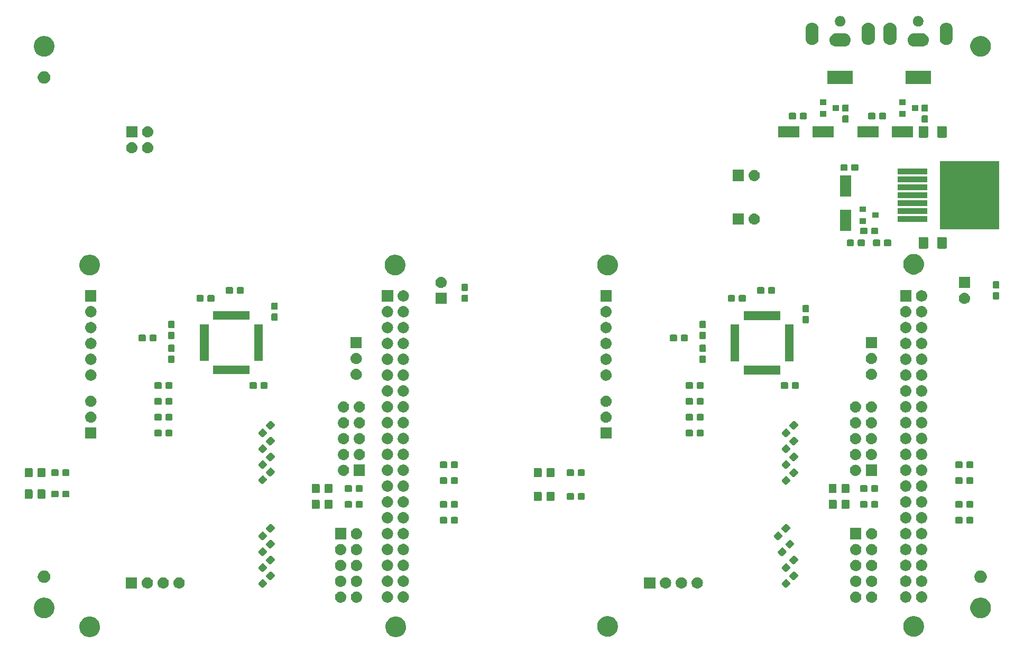
<source format=gbr>
G04 #@! TF.GenerationSoftware,KiCad,Pcbnew,5.0.2-bee76a0~70~ubuntu18.04.1*
G04 #@! TF.CreationDate,2019-05-15T21:37:27+02:00*
G04 #@! TF.ProjectId,networkScanner,6e657477-6f72-46b5-9363-616e6e65722e,rev?*
G04 #@! TF.SameCoordinates,Original*
G04 #@! TF.FileFunction,Soldermask,Top*
G04 #@! TF.FilePolarity,Negative*
%FSLAX46Y46*%
G04 Gerber Fmt 4.6, Leading zero omitted, Abs format (unit mm)*
G04 Created by KiCad (PCBNEW 5.0.2-bee76a0~70~ubuntu18.04.1) date Mi 15 Mai 2019 21:37:27 CEST*
%MOMM*%
%LPD*%
G01*
G04 APERTURE LIST*
%ADD10C,0.100000*%
G04 APERTURE END LIST*
D10*
G36*
X111716256Y-146435298D02*
X111822579Y-146456447D01*
X112123042Y-146580903D01*
X112132994Y-146587553D01*
X112393454Y-146761587D01*
X112623413Y-146991546D01*
X112623415Y-146991549D01*
X112804097Y-147261958D01*
X112897073Y-147486421D01*
X112928553Y-147562422D01*
X112976883Y-147805389D01*
X112992000Y-147881391D01*
X112992000Y-148206609D01*
X112943671Y-148449578D01*
X112928553Y-148525578D01*
X112804098Y-148826040D01*
X112623413Y-149096454D01*
X112393454Y-149326413D01*
X112393451Y-149326415D01*
X112123042Y-149507097D01*
X111822579Y-149631553D01*
X111716256Y-149652702D01*
X111503611Y-149695000D01*
X111178389Y-149695000D01*
X110965744Y-149652702D01*
X110859421Y-149631553D01*
X110558958Y-149507097D01*
X110288549Y-149326415D01*
X110288546Y-149326413D01*
X110058587Y-149096454D01*
X109877902Y-148826040D01*
X109753447Y-148525578D01*
X109738330Y-148449578D01*
X109690000Y-148206609D01*
X109690000Y-147881391D01*
X109705118Y-147805389D01*
X109753447Y-147562422D01*
X109784928Y-147486421D01*
X109877903Y-147261958D01*
X110058585Y-146991549D01*
X110058587Y-146991546D01*
X110288546Y-146761587D01*
X110549006Y-146587553D01*
X110558958Y-146580903D01*
X110859421Y-146456447D01*
X110965744Y-146435298D01*
X111178389Y-146393000D01*
X111503611Y-146393000D01*
X111716256Y-146435298D01*
X111716256Y-146435298D01*
G37*
G36*
X62694256Y-146435298D02*
X62800579Y-146456447D01*
X63101042Y-146580903D01*
X63110994Y-146587553D01*
X63371454Y-146761587D01*
X63601413Y-146991546D01*
X63601415Y-146991549D01*
X63782097Y-147261958D01*
X63875073Y-147486421D01*
X63906553Y-147562422D01*
X63954883Y-147805389D01*
X63970000Y-147881391D01*
X63970000Y-148206609D01*
X63921671Y-148449578D01*
X63906553Y-148525578D01*
X63782098Y-148826040D01*
X63601413Y-149096454D01*
X63371454Y-149326413D01*
X63371451Y-149326415D01*
X63101042Y-149507097D01*
X62800579Y-149631553D01*
X62694256Y-149652702D01*
X62481611Y-149695000D01*
X62156389Y-149695000D01*
X61943744Y-149652702D01*
X61837421Y-149631553D01*
X61536958Y-149507097D01*
X61266549Y-149326415D01*
X61266546Y-149326413D01*
X61036587Y-149096454D01*
X60855902Y-148826040D01*
X60731447Y-148525578D01*
X60716330Y-148449578D01*
X60668000Y-148206609D01*
X60668000Y-147881391D01*
X60683118Y-147805389D01*
X60731447Y-147562422D01*
X60762928Y-147486421D01*
X60855903Y-147261958D01*
X61036585Y-146991549D01*
X61036587Y-146991546D01*
X61266546Y-146761587D01*
X61527006Y-146587553D01*
X61536958Y-146580903D01*
X61837421Y-146456447D01*
X61943744Y-146435298D01*
X62156389Y-146393000D01*
X62481611Y-146393000D01*
X62694256Y-146435298D01*
X62694256Y-146435298D01*
G37*
G36*
X145625256Y-146359298D02*
X145731579Y-146380447D01*
X146032042Y-146504903D01*
X146155736Y-146587553D01*
X146302454Y-146685587D01*
X146532413Y-146915546D01*
X146532415Y-146915549D01*
X146713097Y-147185958D01*
X146837553Y-147486421D01*
X146858702Y-147592744D01*
X146901000Y-147805389D01*
X146901000Y-148130611D01*
X146858702Y-148343256D01*
X146837553Y-148449579D01*
X146713097Y-148750042D01*
X146662315Y-148826042D01*
X146532413Y-149020454D01*
X146302454Y-149250413D01*
X146302451Y-149250415D01*
X146032042Y-149431097D01*
X145731579Y-149555553D01*
X145625256Y-149576702D01*
X145412611Y-149619000D01*
X145087389Y-149619000D01*
X144874744Y-149576702D01*
X144768421Y-149555553D01*
X144467958Y-149431097D01*
X144197549Y-149250415D01*
X144197546Y-149250413D01*
X143967587Y-149020454D01*
X143837685Y-148826042D01*
X143786903Y-148750042D01*
X143662447Y-148449579D01*
X143641298Y-148343256D01*
X143599000Y-148130611D01*
X143599000Y-147805389D01*
X143641298Y-147592744D01*
X143662447Y-147486421D01*
X143786903Y-147185958D01*
X143967585Y-146915549D01*
X143967587Y-146915546D01*
X144197546Y-146685587D01*
X144344264Y-146587553D01*
X144467958Y-146504903D01*
X144768421Y-146380447D01*
X144874744Y-146359298D01*
X145087389Y-146317000D01*
X145412611Y-146317000D01*
X145625256Y-146359298D01*
X145625256Y-146359298D01*
G37*
G36*
X194647256Y-146359298D02*
X194753579Y-146380447D01*
X195054042Y-146504903D01*
X195177736Y-146587553D01*
X195324454Y-146685587D01*
X195554413Y-146915546D01*
X195554415Y-146915549D01*
X195735097Y-147185958D01*
X195859553Y-147486421D01*
X195880702Y-147592744D01*
X195923000Y-147805389D01*
X195923000Y-148130611D01*
X195880702Y-148343256D01*
X195859553Y-148449579D01*
X195735097Y-148750042D01*
X195684315Y-148826042D01*
X195554413Y-149020454D01*
X195324454Y-149250413D01*
X195324451Y-149250415D01*
X195054042Y-149431097D01*
X194753579Y-149555553D01*
X194647256Y-149576702D01*
X194434611Y-149619000D01*
X194109389Y-149619000D01*
X193896744Y-149576702D01*
X193790421Y-149555553D01*
X193489958Y-149431097D01*
X193219549Y-149250415D01*
X193219546Y-149250413D01*
X192989587Y-149020454D01*
X192859685Y-148826042D01*
X192808903Y-148750042D01*
X192684447Y-148449579D01*
X192663298Y-148343256D01*
X192621000Y-148130611D01*
X192621000Y-147805389D01*
X192663298Y-147592744D01*
X192684447Y-147486421D01*
X192808903Y-147185958D01*
X192989585Y-146915549D01*
X192989587Y-146915546D01*
X193219546Y-146685587D01*
X193366264Y-146587553D01*
X193489958Y-146504903D01*
X193790421Y-146380447D01*
X193896744Y-146359298D01*
X194109389Y-146317000D01*
X194434611Y-146317000D01*
X194647256Y-146359298D01*
X194647256Y-146359298D01*
G37*
G36*
X205375256Y-143391298D02*
X205481579Y-143412447D01*
X205782042Y-143536903D01*
X205899621Y-143615467D01*
X206052454Y-143717587D01*
X206282413Y-143947546D01*
X206282415Y-143947549D01*
X206416328Y-144147963D01*
X206463098Y-144217960D01*
X206587553Y-144518422D01*
X206651000Y-144837389D01*
X206651000Y-145162611D01*
X206587553Y-145481578D01*
X206463098Y-145782040D01*
X206282413Y-146052454D01*
X206052454Y-146282413D01*
X206052451Y-146282415D01*
X205782042Y-146463097D01*
X205481579Y-146587553D01*
X205375256Y-146608702D01*
X205162611Y-146651000D01*
X204837389Y-146651000D01*
X204624744Y-146608702D01*
X204518421Y-146587553D01*
X204217958Y-146463097D01*
X203947549Y-146282415D01*
X203947546Y-146282413D01*
X203717587Y-146052454D01*
X203536902Y-145782040D01*
X203412447Y-145481578D01*
X203349000Y-145162611D01*
X203349000Y-144837389D01*
X203412447Y-144518422D01*
X203536902Y-144217960D01*
X203583673Y-144147963D01*
X203717585Y-143947549D01*
X203717587Y-143947546D01*
X203947546Y-143717587D01*
X204100379Y-143615467D01*
X204217958Y-143536903D01*
X204518421Y-143412447D01*
X204624744Y-143391298D01*
X204837389Y-143349000D01*
X205162611Y-143349000D01*
X205375256Y-143391298D01*
X205375256Y-143391298D01*
G37*
G36*
X55375256Y-143391298D02*
X55481579Y-143412447D01*
X55782042Y-143536903D01*
X55899621Y-143615467D01*
X56052454Y-143717587D01*
X56282413Y-143947546D01*
X56282415Y-143947549D01*
X56416328Y-144147963D01*
X56463098Y-144217960D01*
X56587553Y-144518422D01*
X56651000Y-144837389D01*
X56651000Y-145162611D01*
X56587553Y-145481578D01*
X56463098Y-145782040D01*
X56282413Y-146052454D01*
X56052454Y-146282413D01*
X56052451Y-146282415D01*
X55782042Y-146463097D01*
X55481579Y-146587553D01*
X55375256Y-146608702D01*
X55162611Y-146651000D01*
X54837389Y-146651000D01*
X54624744Y-146608702D01*
X54518421Y-146587553D01*
X54217958Y-146463097D01*
X53947549Y-146282415D01*
X53947546Y-146282413D01*
X53717587Y-146052454D01*
X53536902Y-145782040D01*
X53412447Y-145481578D01*
X53349000Y-145162611D01*
X53349000Y-144837389D01*
X53412447Y-144518422D01*
X53536902Y-144217960D01*
X53583673Y-144147963D01*
X53717585Y-143947549D01*
X53717587Y-143947546D01*
X53947546Y-143717587D01*
X54100379Y-143615467D01*
X54217958Y-143536903D01*
X54518421Y-143412447D01*
X54624744Y-143391298D01*
X54837389Y-143349000D01*
X55162611Y-143349000D01*
X55375256Y-143391298D01*
X55375256Y-143391298D01*
G37*
G36*
X185111443Y-142374519D02*
X185177627Y-142381037D01*
X185290853Y-142415384D01*
X185347467Y-142432557D01*
X185486087Y-142506652D01*
X185503991Y-142516222D01*
X185539729Y-142545552D01*
X185641186Y-142628814D01*
X185724448Y-142730271D01*
X185753778Y-142766009D01*
X185753779Y-142766011D01*
X185837443Y-142922533D01*
X185837443Y-142922534D01*
X185888963Y-143092373D01*
X185906359Y-143269000D01*
X185888963Y-143445627D01*
X185861275Y-143536902D01*
X185837443Y-143615467D01*
X185782859Y-143717585D01*
X185753778Y-143771991D01*
X185724448Y-143807729D01*
X185641186Y-143909186D01*
X185539729Y-143992448D01*
X185503991Y-144021778D01*
X185503989Y-144021779D01*
X185347467Y-144105443D01*
X185290853Y-144122616D01*
X185177627Y-144156963D01*
X185111442Y-144163482D01*
X185045260Y-144170000D01*
X184956740Y-144170000D01*
X184890558Y-144163482D01*
X184824373Y-144156963D01*
X184711147Y-144122616D01*
X184654533Y-144105443D01*
X184498011Y-144021779D01*
X184498009Y-144021778D01*
X184462271Y-143992448D01*
X184360814Y-143909186D01*
X184277552Y-143807729D01*
X184248222Y-143771991D01*
X184219141Y-143717585D01*
X184164557Y-143615467D01*
X184140725Y-143536902D01*
X184113037Y-143445627D01*
X184095641Y-143269000D01*
X184113037Y-143092373D01*
X184164557Y-142922534D01*
X184164557Y-142922533D01*
X184248221Y-142766011D01*
X184248222Y-142766009D01*
X184277552Y-142730271D01*
X184360814Y-142628814D01*
X184462271Y-142545552D01*
X184498009Y-142516222D01*
X184515913Y-142506652D01*
X184654533Y-142432557D01*
X184711147Y-142415384D01*
X184824373Y-142381037D01*
X184890557Y-142374519D01*
X184956740Y-142368000D01*
X185045260Y-142368000D01*
X185111443Y-142374519D01*
X185111443Y-142374519D01*
G37*
G36*
X105150443Y-142374519D02*
X105216627Y-142381037D01*
X105329853Y-142415384D01*
X105386467Y-142432557D01*
X105525087Y-142506652D01*
X105542991Y-142516222D01*
X105578729Y-142545552D01*
X105680186Y-142628814D01*
X105763448Y-142730271D01*
X105792778Y-142766009D01*
X105792779Y-142766011D01*
X105876443Y-142922533D01*
X105876443Y-142922534D01*
X105927963Y-143092373D01*
X105945359Y-143269000D01*
X105927963Y-143445627D01*
X105900275Y-143536902D01*
X105876443Y-143615467D01*
X105821859Y-143717585D01*
X105792778Y-143771991D01*
X105763448Y-143807729D01*
X105680186Y-143909186D01*
X105578729Y-143992448D01*
X105542991Y-144021778D01*
X105542989Y-144021779D01*
X105386467Y-144105443D01*
X105329853Y-144122616D01*
X105216627Y-144156963D01*
X105150442Y-144163482D01*
X105084260Y-144170000D01*
X104995740Y-144170000D01*
X104929558Y-144163482D01*
X104863373Y-144156963D01*
X104750147Y-144122616D01*
X104693533Y-144105443D01*
X104537011Y-144021779D01*
X104537009Y-144021778D01*
X104501271Y-143992448D01*
X104399814Y-143909186D01*
X104316552Y-143807729D01*
X104287222Y-143771991D01*
X104258141Y-143717585D01*
X104203557Y-143615467D01*
X104179725Y-143536902D01*
X104152037Y-143445627D01*
X104134641Y-143269000D01*
X104152037Y-143092373D01*
X104203557Y-142922534D01*
X104203557Y-142922533D01*
X104287221Y-142766011D01*
X104287222Y-142766009D01*
X104316552Y-142730271D01*
X104399814Y-142628814D01*
X104501271Y-142545552D01*
X104537009Y-142516222D01*
X104554913Y-142506652D01*
X104693533Y-142432557D01*
X104750147Y-142415384D01*
X104863373Y-142381037D01*
X104929557Y-142374519D01*
X104995740Y-142368000D01*
X105084260Y-142368000D01*
X105150443Y-142374519D01*
X105150443Y-142374519D01*
G37*
G36*
X102610443Y-142374519D02*
X102676627Y-142381037D01*
X102789853Y-142415384D01*
X102846467Y-142432557D01*
X102985087Y-142506652D01*
X103002991Y-142516222D01*
X103038729Y-142545552D01*
X103140186Y-142628814D01*
X103223448Y-142730271D01*
X103252778Y-142766009D01*
X103252779Y-142766011D01*
X103336443Y-142922533D01*
X103336443Y-142922534D01*
X103387963Y-143092373D01*
X103405359Y-143269000D01*
X103387963Y-143445627D01*
X103360275Y-143536902D01*
X103336443Y-143615467D01*
X103281859Y-143717585D01*
X103252778Y-143771991D01*
X103223448Y-143807729D01*
X103140186Y-143909186D01*
X103038729Y-143992448D01*
X103002991Y-144021778D01*
X103002989Y-144021779D01*
X102846467Y-144105443D01*
X102789853Y-144122616D01*
X102676627Y-144156963D01*
X102610442Y-144163482D01*
X102544260Y-144170000D01*
X102455740Y-144170000D01*
X102389558Y-144163482D01*
X102323373Y-144156963D01*
X102210147Y-144122616D01*
X102153533Y-144105443D01*
X101997011Y-144021779D01*
X101997009Y-144021778D01*
X101961271Y-143992448D01*
X101859814Y-143909186D01*
X101776552Y-143807729D01*
X101747222Y-143771991D01*
X101718141Y-143717585D01*
X101663557Y-143615467D01*
X101639725Y-143536902D01*
X101612037Y-143445627D01*
X101594641Y-143269000D01*
X101612037Y-143092373D01*
X101663557Y-142922534D01*
X101663557Y-142922533D01*
X101747221Y-142766011D01*
X101747222Y-142766009D01*
X101776552Y-142730271D01*
X101859814Y-142628814D01*
X101961271Y-142545552D01*
X101997009Y-142516222D01*
X102014913Y-142506652D01*
X102153533Y-142432557D01*
X102210147Y-142415384D01*
X102323373Y-142381037D01*
X102389557Y-142374519D01*
X102455740Y-142368000D01*
X102544260Y-142368000D01*
X102610443Y-142374519D01*
X102610443Y-142374519D01*
G37*
G36*
X187651443Y-142374519D02*
X187717627Y-142381037D01*
X187830853Y-142415384D01*
X187887467Y-142432557D01*
X188026087Y-142506652D01*
X188043991Y-142516222D01*
X188079729Y-142545552D01*
X188181186Y-142628814D01*
X188264448Y-142730271D01*
X188293778Y-142766009D01*
X188293779Y-142766011D01*
X188377443Y-142922533D01*
X188377443Y-142922534D01*
X188428963Y-143092373D01*
X188446359Y-143269000D01*
X188428963Y-143445627D01*
X188401275Y-143536902D01*
X188377443Y-143615467D01*
X188322859Y-143717585D01*
X188293778Y-143771991D01*
X188264448Y-143807729D01*
X188181186Y-143909186D01*
X188079729Y-143992448D01*
X188043991Y-144021778D01*
X188043989Y-144021779D01*
X187887467Y-144105443D01*
X187830853Y-144122616D01*
X187717627Y-144156963D01*
X187651442Y-144163482D01*
X187585260Y-144170000D01*
X187496740Y-144170000D01*
X187430558Y-144163482D01*
X187364373Y-144156963D01*
X187251147Y-144122616D01*
X187194533Y-144105443D01*
X187038011Y-144021779D01*
X187038009Y-144021778D01*
X187002271Y-143992448D01*
X186900814Y-143909186D01*
X186817552Y-143807729D01*
X186788222Y-143771991D01*
X186759141Y-143717585D01*
X186704557Y-143615467D01*
X186680725Y-143536902D01*
X186653037Y-143445627D01*
X186635641Y-143269000D01*
X186653037Y-143092373D01*
X186704557Y-142922534D01*
X186704557Y-142922533D01*
X186788221Y-142766011D01*
X186788222Y-142766009D01*
X186817552Y-142730271D01*
X186900814Y-142628814D01*
X187002271Y-142545552D01*
X187038009Y-142516222D01*
X187055913Y-142506652D01*
X187194533Y-142432557D01*
X187251147Y-142415384D01*
X187364373Y-142381037D01*
X187430557Y-142374519D01*
X187496740Y-142368000D01*
X187585260Y-142368000D01*
X187651443Y-142374519D01*
X187651443Y-142374519D01*
G37*
G36*
X112650442Y-142365518D02*
X112716627Y-142372037D01*
X112829853Y-142406384D01*
X112886467Y-142423557D01*
X113025087Y-142497652D01*
X113042991Y-142507222D01*
X113053956Y-142516221D01*
X113180186Y-142619814D01*
X113263448Y-142721271D01*
X113292778Y-142757009D01*
X113292779Y-142757011D01*
X113376443Y-142913533D01*
X113376443Y-142913534D01*
X113427963Y-143083373D01*
X113445359Y-143260000D01*
X113427963Y-143436627D01*
X113397545Y-143536902D01*
X113376443Y-143606467D01*
X113371632Y-143615467D01*
X113292778Y-143762991D01*
X113263448Y-143798729D01*
X113180186Y-143900186D01*
X113078729Y-143983448D01*
X113042991Y-144012778D01*
X113042989Y-144012779D01*
X112886467Y-144096443D01*
X112856797Y-144105443D01*
X112716627Y-144147963D01*
X112650442Y-144154482D01*
X112584260Y-144161000D01*
X112495740Y-144161000D01*
X112429558Y-144154482D01*
X112363373Y-144147963D01*
X112223203Y-144105443D01*
X112193533Y-144096443D01*
X112037011Y-144012779D01*
X112037009Y-144012778D01*
X112001271Y-143983448D01*
X111899814Y-143900186D01*
X111816552Y-143798729D01*
X111787222Y-143762991D01*
X111708368Y-143615467D01*
X111703557Y-143606467D01*
X111682455Y-143536902D01*
X111652037Y-143436627D01*
X111634641Y-143260000D01*
X111652037Y-143083373D01*
X111703557Y-142913534D01*
X111703557Y-142913533D01*
X111787221Y-142757011D01*
X111787222Y-142757009D01*
X111816552Y-142721271D01*
X111899814Y-142619814D01*
X112026044Y-142516221D01*
X112037009Y-142507222D01*
X112054913Y-142497652D01*
X112193533Y-142423557D01*
X112250147Y-142406384D01*
X112363373Y-142372037D01*
X112429558Y-142365518D01*
X112495740Y-142359000D01*
X112584260Y-142359000D01*
X112650442Y-142365518D01*
X112650442Y-142365518D01*
G37*
G36*
X110110442Y-142365518D02*
X110176627Y-142372037D01*
X110289853Y-142406384D01*
X110346467Y-142423557D01*
X110485087Y-142497652D01*
X110502991Y-142507222D01*
X110513956Y-142516221D01*
X110640186Y-142619814D01*
X110723448Y-142721271D01*
X110752778Y-142757009D01*
X110752779Y-142757011D01*
X110836443Y-142913533D01*
X110836443Y-142913534D01*
X110887963Y-143083373D01*
X110905359Y-143260000D01*
X110887963Y-143436627D01*
X110857545Y-143536902D01*
X110836443Y-143606467D01*
X110831632Y-143615467D01*
X110752778Y-143762991D01*
X110723448Y-143798729D01*
X110640186Y-143900186D01*
X110538729Y-143983448D01*
X110502991Y-144012778D01*
X110502989Y-144012779D01*
X110346467Y-144096443D01*
X110316797Y-144105443D01*
X110176627Y-144147963D01*
X110110442Y-144154482D01*
X110044260Y-144161000D01*
X109955740Y-144161000D01*
X109889558Y-144154482D01*
X109823373Y-144147963D01*
X109683203Y-144105443D01*
X109653533Y-144096443D01*
X109497011Y-144012779D01*
X109497009Y-144012778D01*
X109461271Y-143983448D01*
X109359814Y-143900186D01*
X109276552Y-143798729D01*
X109247222Y-143762991D01*
X109168368Y-143615467D01*
X109163557Y-143606467D01*
X109142455Y-143536902D01*
X109112037Y-143436627D01*
X109094641Y-143260000D01*
X109112037Y-143083373D01*
X109163557Y-142913534D01*
X109163557Y-142913533D01*
X109247221Y-142757011D01*
X109247222Y-142757009D01*
X109276552Y-142721271D01*
X109359814Y-142619814D01*
X109486044Y-142516221D01*
X109497009Y-142507222D01*
X109514913Y-142497652D01*
X109653533Y-142423557D01*
X109710147Y-142406384D01*
X109823373Y-142372037D01*
X109889558Y-142365518D01*
X109955740Y-142359000D01*
X110044260Y-142359000D01*
X110110442Y-142365518D01*
X110110442Y-142365518D01*
G37*
G36*
X195650442Y-142365518D02*
X195716627Y-142372037D01*
X195829853Y-142406384D01*
X195886467Y-142423557D01*
X196025087Y-142497652D01*
X196042991Y-142507222D01*
X196053956Y-142516221D01*
X196180186Y-142619814D01*
X196263448Y-142721271D01*
X196292778Y-142757009D01*
X196292779Y-142757011D01*
X196376443Y-142913533D01*
X196376443Y-142913534D01*
X196427963Y-143083373D01*
X196445359Y-143260000D01*
X196427963Y-143436627D01*
X196397545Y-143536902D01*
X196376443Y-143606467D01*
X196371632Y-143615467D01*
X196292778Y-143762991D01*
X196263448Y-143798729D01*
X196180186Y-143900186D01*
X196078729Y-143983448D01*
X196042991Y-144012778D01*
X196042989Y-144012779D01*
X195886467Y-144096443D01*
X195856797Y-144105443D01*
X195716627Y-144147963D01*
X195650442Y-144154482D01*
X195584260Y-144161000D01*
X195495740Y-144161000D01*
X195429558Y-144154482D01*
X195363373Y-144147963D01*
X195223203Y-144105443D01*
X195193533Y-144096443D01*
X195037011Y-144012779D01*
X195037009Y-144012778D01*
X195001271Y-143983448D01*
X194899814Y-143900186D01*
X194816552Y-143798729D01*
X194787222Y-143762991D01*
X194708368Y-143615467D01*
X194703557Y-143606467D01*
X194682455Y-143536902D01*
X194652037Y-143436627D01*
X194634641Y-143260000D01*
X194652037Y-143083373D01*
X194703557Y-142913534D01*
X194703557Y-142913533D01*
X194787221Y-142757011D01*
X194787222Y-142757009D01*
X194816552Y-142721271D01*
X194899814Y-142619814D01*
X195026044Y-142516221D01*
X195037009Y-142507222D01*
X195054913Y-142497652D01*
X195193533Y-142423557D01*
X195250147Y-142406384D01*
X195363373Y-142372037D01*
X195429558Y-142365518D01*
X195495740Y-142359000D01*
X195584260Y-142359000D01*
X195650442Y-142365518D01*
X195650442Y-142365518D01*
G37*
G36*
X193110442Y-142365518D02*
X193176627Y-142372037D01*
X193289853Y-142406384D01*
X193346467Y-142423557D01*
X193485087Y-142497652D01*
X193502991Y-142507222D01*
X193513956Y-142516221D01*
X193640186Y-142619814D01*
X193723448Y-142721271D01*
X193752778Y-142757009D01*
X193752779Y-142757011D01*
X193836443Y-142913533D01*
X193836443Y-142913534D01*
X193887963Y-143083373D01*
X193905359Y-143260000D01*
X193887963Y-143436627D01*
X193857545Y-143536902D01*
X193836443Y-143606467D01*
X193831632Y-143615467D01*
X193752778Y-143762991D01*
X193723448Y-143798729D01*
X193640186Y-143900186D01*
X193538729Y-143983448D01*
X193502991Y-144012778D01*
X193502989Y-144012779D01*
X193346467Y-144096443D01*
X193316797Y-144105443D01*
X193176627Y-144147963D01*
X193110442Y-144154482D01*
X193044260Y-144161000D01*
X192955740Y-144161000D01*
X192889558Y-144154482D01*
X192823373Y-144147963D01*
X192683203Y-144105443D01*
X192653533Y-144096443D01*
X192497011Y-144012779D01*
X192497009Y-144012778D01*
X192461271Y-143983448D01*
X192359814Y-143900186D01*
X192276552Y-143798729D01*
X192247222Y-143762991D01*
X192168368Y-143615467D01*
X192163557Y-143606467D01*
X192142455Y-143536902D01*
X192112037Y-143436627D01*
X192094641Y-143260000D01*
X192112037Y-143083373D01*
X192163557Y-142913534D01*
X192163557Y-142913533D01*
X192247221Y-142757011D01*
X192247222Y-142757009D01*
X192276552Y-142721271D01*
X192359814Y-142619814D01*
X192486044Y-142516221D01*
X192497009Y-142507222D01*
X192514913Y-142497652D01*
X192653533Y-142423557D01*
X192710147Y-142406384D01*
X192823373Y-142372037D01*
X192889558Y-142365518D01*
X192955740Y-142359000D01*
X193044260Y-142359000D01*
X193110442Y-142365518D01*
X193110442Y-142365518D01*
G37*
G36*
X152901000Y-141901000D02*
X151099000Y-141901000D01*
X151099000Y-140099000D01*
X152901000Y-140099000D01*
X152901000Y-141901000D01*
X152901000Y-141901000D01*
G37*
G36*
X71650443Y-140105519D02*
X71716627Y-140112037D01*
X71829853Y-140146384D01*
X71886467Y-140163557D01*
X71986467Y-140217009D01*
X72042991Y-140247222D01*
X72078729Y-140276552D01*
X72180186Y-140359814D01*
X72236535Y-140428477D01*
X72292778Y-140497009D01*
X72292779Y-140497011D01*
X72376443Y-140653533D01*
X72376443Y-140653534D01*
X72427963Y-140823373D01*
X72445359Y-141000000D01*
X72427963Y-141176627D01*
X72407425Y-141244332D01*
X72376443Y-141346467D01*
X72364299Y-141369186D01*
X72292778Y-141502991D01*
X72263448Y-141538729D01*
X72180186Y-141640186D01*
X72083310Y-141719689D01*
X72042991Y-141752778D01*
X72042989Y-141752779D01*
X71886467Y-141836443D01*
X71829853Y-141853616D01*
X71716627Y-141887963D01*
X71650443Y-141894481D01*
X71584260Y-141901000D01*
X71495740Y-141901000D01*
X71429557Y-141894481D01*
X71363373Y-141887963D01*
X71250147Y-141853616D01*
X71193533Y-141836443D01*
X71037011Y-141752779D01*
X71037009Y-141752778D01*
X70996690Y-141719689D01*
X70899814Y-141640186D01*
X70816552Y-141538729D01*
X70787222Y-141502991D01*
X70715701Y-141369186D01*
X70703557Y-141346467D01*
X70672575Y-141244332D01*
X70652037Y-141176627D01*
X70634641Y-141000000D01*
X70652037Y-140823373D01*
X70703557Y-140653534D01*
X70703557Y-140653533D01*
X70787221Y-140497011D01*
X70787222Y-140497009D01*
X70843465Y-140428477D01*
X70899814Y-140359814D01*
X71001271Y-140276552D01*
X71037009Y-140247222D01*
X71093533Y-140217009D01*
X71193533Y-140163557D01*
X71250147Y-140146384D01*
X71363373Y-140112037D01*
X71429557Y-140105519D01*
X71495740Y-140099000D01*
X71584260Y-140099000D01*
X71650443Y-140105519D01*
X71650443Y-140105519D01*
G37*
G36*
X74190443Y-140105519D02*
X74256627Y-140112037D01*
X74369853Y-140146384D01*
X74426467Y-140163557D01*
X74526467Y-140217009D01*
X74582991Y-140247222D01*
X74618729Y-140276552D01*
X74720186Y-140359814D01*
X74776535Y-140428477D01*
X74832778Y-140497009D01*
X74832779Y-140497011D01*
X74916443Y-140653533D01*
X74916443Y-140653534D01*
X74967963Y-140823373D01*
X74985359Y-141000000D01*
X74967963Y-141176627D01*
X74947425Y-141244332D01*
X74916443Y-141346467D01*
X74904299Y-141369186D01*
X74832778Y-141502991D01*
X74803448Y-141538729D01*
X74720186Y-141640186D01*
X74623310Y-141719689D01*
X74582991Y-141752778D01*
X74582989Y-141752779D01*
X74426467Y-141836443D01*
X74369853Y-141853616D01*
X74256627Y-141887963D01*
X74190443Y-141894481D01*
X74124260Y-141901000D01*
X74035740Y-141901000D01*
X73969557Y-141894481D01*
X73903373Y-141887963D01*
X73790147Y-141853616D01*
X73733533Y-141836443D01*
X73577011Y-141752779D01*
X73577009Y-141752778D01*
X73536690Y-141719689D01*
X73439814Y-141640186D01*
X73356552Y-141538729D01*
X73327222Y-141502991D01*
X73255701Y-141369186D01*
X73243557Y-141346467D01*
X73212575Y-141244332D01*
X73192037Y-141176627D01*
X73174641Y-141000000D01*
X73192037Y-140823373D01*
X73243557Y-140653534D01*
X73243557Y-140653533D01*
X73327221Y-140497011D01*
X73327222Y-140497009D01*
X73383465Y-140428477D01*
X73439814Y-140359814D01*
X73541271Y-140276552D01*
X73577009Y-140247222D01*
X73633533Y-140217009D01*
X73733533Y-140163557D01*
X73790147Y-140146384D01*
X73903373Y-140112037D01*
X73969557Y-140105519D01*
X74035740Y-140099000D01*
X74124260Y-140099000D01*
X74190443Y-140105519D01*
X74190443Y-140105519D01*
G37*
G36*
X76730443Y-140105519D02*
X76796627Y-140112037D01*
X76909853Y-140146384D01*
X76966467Y-140163557D01*
X77066467Y-140217009D01*
X77122991Y-140247222D01*
X77158729Y-140276552D01*
X77260186Y-140359814D01*
X77316535Y-140428477D01*
X77372778Y-140497009D01*
X77372779Y-140497011D01*
X77456443Y-140653533D01*
X77456443Y-140653534D01*
X77507963Y-140823373D01*
X77525359Y-141000000D01*
X77507963Y-141176627D01*
X77487425Y-141244332D01*
X77456443Y-141346467D01*
X77444299Y-141369186D01*
X77372778Y-141502991D01*
X77343448Y-141538729D01*
X77260186Y-141640186D01*
X77163310Y-141719689D01*
X77122991Y-141752778D01*
X77122989Y-141752779D01*
X76966467Y-141836443D01*
X76909853Y-141853616D01*
X76796627Y-141887963D01*
X76730443Y-141894481D01*
X76664260Y-141901000D01*
X76575740Y-141901000D01*
X76509557Y-141894481D01*
X76443373Y-141887963D01*
X76330147Y-141853616D01*
X76273533Y-141836443D01*
X76117011Y-141752779D01*
X76117009Y-141752778D01*
X76076690Y-141719689D01*
X75979814Y-141640186D01*
X75896552Y-141538729D01*
X75867222Y-141502991D01*
X75795701Y-141369186D01*
X75783557Y-141346467D01*
X75752575Y-141244332D01*
X75732037Y-141176627D01*
X75714641Y-141000000D01*
X75732037Y-140823373D01*
X75783557Y-140653534D01*
X75783557Y-140653533D01*
X75867221Y-140497011D01*
X75867222Y-140497009D01*
X75923465Y-140428477D01*
X75979814Y-140359814D01*
X76081271Y-140276552D01*
X76117009Y-140247222D01*
X76173533Y-140217009D01*
X76273533Y-140163557D01*
X76330147Y-140146384D01*
X76443373Y-140112037D01*
X76509557Y-140105519D01*
X76575740Y-140099000D01*
X76664260Y-140099000D01*
X76730443Y-140105519D01*
X76730443Y-140105519D01*
G37*
G36*
X157190443Y-140105519D02*
X157256627Y-140112037D01*
X157369853Y-140146384D01*
X157426467Y-140163557D01*
X157526467Y-140217009D01*
X157582991Y-140247222D01*
X157618729Y-140276552D01*
X157720186Y-140359814D01*
X157776535Y-140428477D01*
X157832778Y-140497009D01*
X157832779Y-140497011D01*
X157916443Y-140653533D01*
X157916443Y-140653534D01*
X157967963Y-140823373D01*
X157985359Y-141000000D01*
X157967963Y-141176627D01*
X157947425Y-141244332D01*
X157916443Y-141346467D01*
X157904299Y-141369186D01*
X157832778Y-141502991D01*
X157803448Y-141538729D01*
X157720186Y-141640186D01*
X157623310Y-141719689D01*
X157582991Y-141752778D01*
X157582989Y-141752779D01*
X157426467Y-141836443D01*
X157369853Y-141853616D01*
X157256627Y-141887963D01*
X157190443Y-141894481D01*
X157124260Y-141901000D01*
X157035740Y-141901000D01*
X156969557Y-141894481D01*
X156903373Y-141887963D01*
X156790147Y-141853616D01*
X156733533Y-141836443D01*
X156577011Y-141752779D01*
X156577009Y-141752778D01*
X156536690Y-141719689D01*
X156439814Y-141640186D01*
X156356552Y-141538729D01*
X156327222Y-141502991D01*
X156255701Y-141369186D01*
X156243557Y-141346467D01*
X156212575Y-141244332D01*
X156192037Y-141176627D01*
X156174641Y-141000000D01*
X156192037Y-140823373D01*
X156243557Y-140653534D01*
X156243557Y-140653533D01*
X156327221Y-140497011D01*
X156327222Y-140497009D01*
X156383465Y-140428477D01*
X156439814Y-140359814D01*
X156541271Y-140276552D01*
X156577009Y-140247222D01*
X156633533Y-140217009D01*
X156733533Y-140163557D01*
X156790147Y-140146384D01*
X156903373Y-140112037D01*
X156969557Y-140105519D01*
X157035740Y-140099000D01*
X157124260Y-140099000D01*
X157190443Y-140105519D01*
X157190443Y-140105519D01*
G37*
G36*
X154650443Y-140105519D02*
X154716627Y-140112037D01*
X154829853Y-140146384D01*
X154886467Y-140163557D01*
X154986467Y-140217009D01*
X155042991Y-140247222D01*
X155078729Y-140276552D01*
X155180186Y-140359814D01*
X155236535Y-140428477D01*
X155292778Y-140497009D01*
X155292779Y-140497011D01*
X155376443Y-140653533D01*
X155376443Y-140653534D01*
X155427963Y-140823373D01*
X155445359Y-141000000D01*
X155427963Y-141176627D01*
X155407425Y-141244332D01*
X155376443Y-141346467D01*
X155364299Y-141369186D01*
X155292778Y-141502991D01*
X155263448Y-141538729D01*
X155180186Y-141640186D01*
X155083310Y-141719689D01*
X155042991Y-141752778D01*
X155042989Y-141752779D01*
X154886467Y-141836443D01*
X154829853Y-141853616D01*
X154716627Y-141887963D01*
X154650443Y-141894481D01*
X154584260Y-141901000D01*
X154495740Y-141901000D01*
X154429557Y-141894481D01*
X154363373Y-141887963D01*
X154250147Y-141853616D01*
X154193533Y-141836443D01*
X154037011Y-141752779D01*
X154037009Y-141752778D01*
X153996690Y-141719689D01*
X153899814Y-141640186D01*
X153816552Y-141538729D01*
X153787222Y-141502991D01*
X153715701Y-141369186D01*
X153703557Y-141346467D01*
X153672575Y-141244332D01*
X153652037Y-141176627D01*
X153634641Y-141000000D01*
X153652037Y-140823373D01*
X153703557Y-140653534D01*
X153703557Y-140653533D01*
X153787221Y-140497011D01*
X153787222Y-140497009D01*
X153843465Y-140428477D01*
X153899814Y-140359814D01*
X154001271Y-140276552D01*
X154037009Y-140247222D01*
X154093533Y-140217009D01*
X154193533Y-140163557D01*
X154250147Y-140146384D01*
X154363373Y-140112037D01*
X154429557Y-140105519D01*
X154495740Y-140099000D01*
X154584260Y-140099000D01*
X154650443Y-140105519D01*
X154650443Y-140105519D01*
G37*
G36*
X69901000Y-141901000D02*
X68099000Y-141901000D01*
X68099000Y-140099000D01*
X69901000Y-140099000D01*
X69901000Y-141901000D01*
X69901000Y-141901000D01*
G37*
G36*
X159730443Y-140105519D02*
X159796627Y-140112037D01*
X159909853Y-140146384D01*
X159966467Y-140163557D01*
X160066467Y-140217009D01*
X160122991Y-140247222D01*
X160158729Y-140276552D01*
X160260186Y-140359814D01*
X160316535Y-140428477D01*
X160372778Y-140497009D01*
X160372779Y-140497011D01*
X160456443Y-140653533D01*
X160456443Y-140653534D01*
X160507963Y-140823373D01*
X160525359Y-141000000D01*
X160507963Y-141176627D01*
X160487425Y-141244332D01*
X160456443Y-141346467D01*
X160444299Y-141369186D01*
X160372778Y-141502991D01*
X160343448Y-141538729D01*
X160260186Y-141640186D01*
X160163310Y-141719689D01*
X160122991Y-141752778D01*
X160122989Y-141752779D01*
X159966467Y-141836443D01*
X159909853Y-141853616D01*
X159796627Y-141887963D01*
X159730443Y-141894481D01*
X159664260Y-141901000D01*
X159575740Y-141901000D01*
X159509557Y-141894481D01*
X159443373Y-141887963D01*
X159330147Y-141853616D01*
X159273533Y-141836443D01*
X159117011Y-141752779D01*
X159117009Y-141752778D01*
X159076690Y-141719689D01*
X158979814Y-141640186D01*
X158896552Y-141538729D01*
X158867222Y-141502991D01*
X158795701Y-141369186D01*
X158783557Y-141346467D01*
X158752575Y-141244332D01*
X158732037Y-141176627D01*
X158714641Y-141000000D01*
X158732037Y-140823373D01*
X158783557Y-140653534D01*
X158783557Y-140653533D01*
X158867221Y-140497011D01*
X158867222Y-140497009D01*
X158923465Y-140428477D01*
X158979814Y-140359814D01*
X159081271Y-140276552D01*
X159117009Y-140247222D01*
X159173533Y-140217009D01*
X159273533Y-140163557D01*
X159330147Y-140146384D01*
X159443373Y-140112037D01*
X159509557Y-140105519D01*
X159575740Y-140099000D01*
X159664260Y-140099000D01*
X159730443Y-140105519D01*
X159730443Y-140105519D01*
G37*
G36*
X173915636Y-140401981D02*
X173953130Y-140413355D01*
X173987694Y-140431830D01*
X174022755Y-140460604D01*
X174474396Y-140912245D01*
X174503170Y-140947306D01*
X174521645Y-140981870D01*
X174533019Y-141019364D01*
X174536859Y-141058363D01*
X174533019Y-141097362D01*
X174521645Y-141134856D01*
X174503170Y-141169420D01*
X174474396Y-141204481D01*
X173952045Y-141726832D01*
X173916984Y-141755606D01*
X173882420Y-141774081D01*
X173844926Y-141785455D01*
X173805927Y-141789295D01*
X173766928Y-141785455D01*
X173729434Y-141774081D01*
X173694870Y-141755606D01*
X173659809Y-141726832D01*
X173208168Y-141275191D01*
X173179394Y-141240130D01*
X173160919Y-141205566D01*
X173149545Y-141168072D01*
X173145705Y-141129073D01*
X173149545Y-141090074D01*
X173160919Y-141052580D01*
X173179394Y-141018016D01*
X173208168Y-140982955D01*
X173730519Y-140460604D01*
X173765580Y-140431830D01*
X173800144Y-140413355D01*
X173837638Y-140401981D01*
X173876637Y-140398141D01*
X173915636Y-140401981D01*
X173915636Y-140401981D01*
G37*
G36*
X90095636Y-140401981D02*
X90133130Y-140413355D01*
X90167694Y-140431830D01*
X90202755Y-140460604D01*
X90654396Y-140912245D01*
X90683170Y-140947306D01*
X90701645Y-140981870D01*
X90713019Y-141019364D01*
X90716859Y-141058363D01*
X90713019Y-141097362D01*
X90701645Y-141134856D01*
X90683170Y-141169420D01*
X90654396Y-141204481D01*
X90132045Y-141726832D01*
X90096984Y-141755606D01*
X90062420Y-141774081D01*
X90024926Y-141785455D01*
X89985927Y-141789295D01*
X89946928Y-141785455D01*
X89909434Y-141774081D01*
X89874870Y-141755606D01*
X89839809Y-141726832D01*
X89388168Y-141275191D01*
X89359394Y-141240130D01*
X89340919Y-141205566D01*
X89329545Y-141168072D01*
X89325705Y-141129073D01*
X89329545Y-141090074D01*
X89340919Y-141052580D01*
X89359394Y-141018016D01*
X89388168Y-140982955D01*
X89910519Y-140460604D01*
X89945580Y-140431830D01*
X89980144Y-140413355D01*
X90017638Y-140401981D01*
X90056637Y-140398141D01*
X90095636Y-140401981D01*
X90095636Y-140401981D01*
G37*
G36*
X187651443Y-139834519D02*
X187717627Y-139841037D01*
X187830853Y-139875384D01*
X187887467Y-139892557D01*
X188026087Y-139966652D01*
X188043991Y-139976222D01*
X188063561Y-139992283D01*
X188181186Y-140088814D01*
X188242525Y-140163557D01*
X188293778Y-140226009D01*
X188293779Y-140226011D01*
X188377443Y-140382533D01*
X188389847Y-140423424D01*
X188428963Y-140552373D01*
X188446359Y-140729000D01*
X188428963Y-140905627D01*
X188394870Y-141018016D01*
X188377443Y-141075467D01*
X188345698Y-141134856D01*
X188293778Y-141231991D01*
X188287098Y-141240130D01*
X188181186Y-141369186D01*
X188079729Y-141452448D01*
X188043991Y-141481778D01*
X188043989Y-141481779D01*
X187887467Y-141565443D01*
X187830853Y-141582616D01*
X187717627Y-141616963D01*
X187651442Y-141623482D01*
X187585260Y-141630000D01*
X187496740Y-141630000D01*
X187430558Y-141623482D01*
X187364373Y-141616963D01*
X187251147Y-141582616D01*
X187194533Y-141565443D01*
X187038011Y-141481779D01*
X187038009Y-141481778D01*
X187002271Y-141452448D01*
X186900814Y-141369186D01*
X186794902Y-141240130D01*
X186788222Y-141231991D01*
X186736302Y-141134856D01*
X186704557Y-141075467D01*
X186687130Y-141018016D01*
X186653037Y-140905627D01*
X186635641Y-140729000D01*
X186653037Y-140552373D01*
X186692153Y-140423424D01*
X186704557Y-140382533D01*
X186788221Y-140226011D01*
X186788222Y-140226009D01*
X186839475Y-140163557D01*
X186900814Y-140088814D01*
X187018439Y-139992283D01*
X187038009Y-139976222D01*
X187055913Y-139966652D01*
X187194533Y-139892557D01*
X187251147Y-139875384D01*
X187364373Y-139841037D01*
X187430557Y-139834519D01*
X187496740Y-139828000D01*
X187585260Y-139828000D01*
X187651443Y-139834519D01*
X187651443Y-139834519D01*
G37*
G36*
X185111443Y-139834519D02*
X185177627Y-139841037D01*
X185290853Y-139875384D01*
X185347467Y-139892557D01*
X185486087Y-139966652D01*
X185503991Y-139976222D01*
X185523561Y-139992283D01*
X185641186Y-140088814D01*
X185702525Y-140163557D01*
X185753778Y-140226009D01*
X185753779Y-140226011D01*
X185837443Y-140382533D01*
X185849847Y-140423424D01*
X185888963Y-140552373D01*
X185906359Y-140729000D01*
X185888963Y-140905627D01*
X185854870Y-141018016D01*
X185837443Y-141075467D01*
X185805698Y-141134856D01*
X185753778Y-141231991D01*
X185747098Y-141240130D01*
X185641186Y-141369186D01*
X185539729Y-141452448D01*
X185503991Y-141481778D01*
X185503989Y-141481779D01*
X185347467Y-141565443D01*
X185290853Y-141582616D01*
X185177627Y-141616963D01*
X185111442Y-141623482D01*
X185045260Y-141630000D01*
X184956740Y-141630000D01*
X184890558Y-141623482D01*
X184824373Y-141616963D01*
X184711147Y-141582616D01*
X184654533Y-141565443D01*
X184498011Y-141481779D01*
X184498009Y-141481778D01*
X184462271Y-141452448D01*
X184360814Y-141369186D01*
X184254902Y-141240130D01*
X184248222Y-141231991D01*
X184196302Y-141134856D01*
X184164557Y-141075467D01*
X184147130Y-141018016D01*
X184113037Y-140905627D01*
X184095641Y-140729000D01*
X184113037Y-140552373D01*
X184152153Y-140423424D01*
X184164557Y-140382533D01*
X184248221Y-140226011D01*
X184248222Y-140226009D01*
X184299475Y-140163557D01*
X184360814Y-140088814D01*
X184478439Y-139992283D01*
X184498009Y-139976222D01*
X184515913Y-139966652D01*
X184654533Y-139892557D01*
X184711147Y-139875384D01*
X184824373Y-139841037D01*
X184890557Y-139834519D01*
X184956740Y-139828000D01*
X185045260Y-139828000D01*
X185111443Y-139834519D01*
X185111443Y-139834519D01*
G37*
G36*
X105150443Y-139834519D02*
X105216627Y-139841037D01*
X105329853Y-139875384D01*
X105386467Y-139892557D01*
X105525087Y-139966652D01*
X105542991Y-139976222D01*
X105562561Y-139992283D01*
X105680186Y-140088814D01*
X105741525Y-140163557D01*
X105792778Y-140226009D01*
X105792779Y-140226011D01*
X105876443Y-140382533D01*
X105888847Y-140423424D01*
X105927963Y-140552373D01*
X105945359Y-140729000D01*
X105927963Y-140905627D01*
X105893870Y-141018016D01*
X105876443Y-141075467D01*
X105844698Y-141134856D01*
X105792778Y-141231991D01*
X105786098Y-141240130D01*
X105680186Y-141369186D01*
X105578729Y-141452448D01*
X105542991Y-141481778D01*
X105542989Y-141481779D01*
X105386467Y-141565443D01*
X105329853Y-141582616D01*
X105216627Y-141616963D01*
X105150442Y-141623482D01*
X105084260Y-141630000D01*
X104995740Y-141630000D01*
X104929558Y-141623482D01*
X104863373Y-141616963D01*
X104750147Y-141582616D01*
X104693533Y-141565443D01*
X104537011Y-141481779D01*
X104537009Y-141481778D01*
X104501271Y-141452448D01*
X104399814Y-141369186D01*
X104293902Y-141240130D01*
X104287222Y-141231991D01*
X104235302Y-141134856D01*
X104203557Y-141075467D01*
X104186130Y-141018016D01*
X104152037Y-140905627D01*
X104134641Y-140729000D01*
X104152037Y-140552373D01*
X104191153Y-140423424D01*
X104203557Y-140382533D01*
X104287221Y-140226011D01*
X104287222Y-140226009D01*
X104338475Y-140163557D01*
X104399814Y-140088814D01*
X104517439Y-139992283D01*
X104537009Y-139976222D01*
X104554913Y-139966652D01*
X104693533Y-139892557D01*
X104750147Y-139875384D01*
X104863373Y-139841037D01*
X104929557Y-139834519D01*
X104995740Y-139828000D01*
X105084260Y-139828000D01*
X105150443Y-139834519D01*
X105150443Y-139834519D01*
G37*
G36*
X102610443Y-139834519D02*
X102676627Y-139841037D01*
X102789853Y-139875384D01*
X102846467Y-139892557D01*
X102985087Y-139966652D01*
X103002991Y-139976222D01*
X103022561Y-139992283D01*
X103140186Y-140088814D01*
X103201525Y-140163557D01*
X103252778Y-140226009D01*
X103252779Y-140226011D01*
X103336443Y-140382533D01*
X103348847Y-140423424D01*
X103387963Y-140552373D01*
X103405359Y-140729000D01*
X103387963Y-140905627D01*
X103353870Y-141018016D01*
X103336443Y-141075467D01*
X103304698Y-141134856D01*
X103252778Y-141231991D01*
X103246098Y-141240130D01*
X103140186Y-141369186D01*
X103038729Y-141452448D01*
X103002991Y-141481778D01*
X103002989Y-141481779D01*
X102846467Y-141565443D01*
X102789853Y-141582616D01*
X102676627Y-141616963D01*
X102610442Y-141623482D01*
X102544260Y-141630000D01*
X102455740Y-141630000D01*
X102389558Y-141623482D01*
X102323373Y-141616963D01*
X102210147Y-141582616D01*
X102153533Y-141565443D01*
X101997011Y-141481779D01*
X101997009Y-141481778D01*
X101961271Y-141452448D01*
X101859814Y-141369186D01*
X101753902Y-141240130D01*
X101747222Y-141231991D01*
X101695302Y-141134856D01*
X101663557Y-141075467D01*
X101646130Y-141018016D01*
X101612037Y-140905627D01*
X101594641Y-140729000D01*
X101612037Y-140552373D01*
X101651153Y-140423424D01*
X101663557Y-140382533D01*
X101747221Y-140226011D01*
X101747222Y-140226009D01*
X101798475Y-140163557D01*
X101859814Y-140088814D01*
X101977439Y-139992283D01*
X101997009Y-139976222D01*
X102014913Y-139966652D01*
X102153533Y-139892557D01*
X102210147Y-139875384D01*
X102323373Y-139841037D01*
X102389557Y-139834519D01*
X102455740Y-139828000D01*
X102544260Y-139828000D01*
X102610443Y-139834519D01*
X102610443Y-139834519D01*
G37*
G36*
X195650442Y-139825518D02*
X195716627Y-139832037D01*
X195808565Y-139859926D01*
X195886467Y-139883557D01*
X195974544Y-139930636D01*
X196042991Y-139967222D01*
X196044097Y-139968130D01*
X196180186Y-140079814D01*
X196248911Y-140163557D01*
X196292778Y-140217009D01*
X196292779Y-140217011D01*
X196376443Y-140373533D01*
X196385072Y-140401981D01*
X196427963Y-140543373D01*
X196445359Y-140720000D01*
X196427963Y-140896627D01*
X196408262Y-140961571D01*
X196376443Y-141066467D01*
X196322133Y-141168072D01*
X196292778Y-141222991D01*
X196278712Y-141240130D01*
X196180186Y-141360186D01*
X196078729Y-141443448D01*
X196042991Y-141472778D01*
X196042989Y-141472779D01*
X195886467Y-141556443D01*
X195856797Y-141565443D01*
X195716627Y-141607963D01*
X195650442Y-141614482D01*
X195584260Y-141621000D01*
X195495740Y-141621000D01*
X195429558Y-141614482D01*
X195363373Y-141607963D01*
X195223203Y-141565443D01*
X195193533Y-141556443D01*
X195037011Y-141472779D01*
X195037009Y-141472778D01*
X195001271Y-141443448D01*
X194899814Y-141360186D01*
X194801288Y-141240130D01*
X194787222Y-141222991D01*
X194757867Y-141168072D01*
X194703557Y-141066467D01*
X194671738Y-140961571D01*
X194652037Y-140896627D01*
X194634641Y-140720000D01*
X194652037Y-140543373D01*
X194694928Y-140401981D01*
X194703557Y-140373533D01*
X194787221Y-140217011D01*
X194787222Y-140217009D01*
X194831089Y-140163557D01*
X194899814Y-140079814D01*
X195035903Y-139968130D01*
X195037009Y-139967222D01*
X195105456Y-139930636D01*
X195193533Y-139883557D01*
X195271435Y-139859926D01*
X195363373Y-139832037D01*
X195429558Y-139825518D01*
X195495740Y-139819000D01*
X195584260Y-139819000D01*
X195650442Y-139825518D01*
X195650442Y-139825518D01*
G37*
G36*
X193110442Y-139825518D02*
X193176627Y-139832037D01*
X193268565Y-139859926D01*
X193346467Y-139883557D01*
X193434544Y-139930636D01*
X193502991Y-139967222D01*
X193504097Y-139968130D01*
X193640186Y-140079814D01*
X193708911Y-140163557D01*
X193752778Y-140217009D01*
X193752779Y-140217011D01*
X193836443Y-140373533D01*
X193845072Y-140401981D01*
X193887963Y-140543373D01*
X193905359Y-140720000D01*
X193887963Y-140896627D01*
X193868262Y-140961571D01*
X193836443Y-141066467D01*
X193782133Y-141168072D01*
X193752778Y-141222991D01*
X193738712Y-141240130D01*
X193640186Y-141360186D01*
X193538729Y-141443448D01*
X193502991Y-141472778D01*
X193502989Y-141472779D01*
X193346467Y-141556443D01*
X193316797Y-141565443D01*
X193176627Y-141607963D01*
X193110442Y-141614482D01*
X193044260Y-141621000D01*
X192955740Y-141621000D01*
X192889558Y-141614482D01*
X192823373Y-141607963D01*
X192683203Y-141565443D01*
X192653533Y-141556443D01*
X192497011Y-141472779D01*
X192497009Y-141472778D01*
X192461271Y-141443448D01*
X192359814Y-141360186D01*
X192261288Y-141240130D01*
X192247222Y-141222991D01*
X192217867Y-141168072D01*
X192163557Y-141066467D01*
X192131738Y-140961571D01*
X192112037Y-140896627D01*
X192094641Y-140720000D01*
X192112037Y-140543373D01*
X192154928Y-140401981D01*
X192163557Y-140373533D01*
X192247221Y-140217011D01*
X192247222Y-140217009D01*
X192291089Y-140163557D01*
X192359814Y-140079814D01*
X192495903Y-139968130D01*
X192497009Y-139967222D01*
X192565456Y-139930636D01*
X192653533Y-139883557D01*
X192731435Y-139859926D01*
X192823373Y-139832037D01*
X192889558Y-139825518D01*
X192955740Y-139819000D01*
X193044260Y-139819000D01*
X193110442Y-139825518D01*
X193110442Y-139825518D01*
G37*
G36*
X112650442Y-139825518D02*
X112716627Y-139832037D01*
X112808565Y-139859926D01*
X112886467Y-139883557D01*
X112974544Y-139930636D01*
X113042991Y-139967222D01*
X113044097Y-139968130D01*
X113180186Y-140079814D01*
X113248911Y-140163557D01*
X113292778Y-140217009D01*
X113292779Y-140217011D01*
X113376443Y-140373533D01*
X113385072Y-140401981D01*
X113427963Y-140543373D01*
X113445359Y-140720000D01*
X113427963Y-140896627D01*
X113408262Y-140961571D01*
X113376443Y-141066467D01*
X113322133Y-141168072D01*
X113292778Y-141222991D01*
X113278712Y-141240130D01*
X113180186Y-141360186D01*
X113078729Y-141443448D01*
X113042991Y-141472778D01*
X113042989Y-141472779D01*
X112886467Y-141556443D01*
X112856797Y-141565443D01*
X112716627Y-141607963D01*
X112650442Y-141614482D01*
X112584260Y-141621000D01*
X112495740Y-141621000D01*
X112429558Y-141614482D01*
X112363373Y-141607963D01*
X112223203Y-141565443D01*
X112193533Y-141556443D01*
X112037011Y-141472779D01*
X112037009Y-141472778D01*
X112001271Y-141443448D01*
X111899814Y-141360186D01*
X111801288Y-141240130D01*
X111787222Y-141222991D01*
X111757867Y-141168072D01*
X111703557Y-141066467D01*
X111671738Y-140961571D01*
X111652037Y-140896627D01*
X111634641Y-140720000D01*
X111652037Y-140543373D01*
X111694928Y-140401981D01*
X111703557Y-140373533D01*
X111787221Y-140217011D01*
X111787222Y-140217009D01*
X111831089Y-140163557D01*
X111899814Y-140079814D01*
X112035903Y-139968130D01*
X112037009Y-139967222D01*
X112105456Y-139930636D01*
X112193533Y-139883557D01*
X112271435Y-139859926D01*
X112363373Y-139832037D01*
X112429558Y-139825518D01*
X112495740Y-139819000D01*
X112584260Y-139819000D01*
X112650442Y-139825518D01*
X112650442Y-139825518D01*
G37*
G36*
X110110442Y-139825518D02*
X110176627Y-139832037D01*
X110268565Y-139859926D01*
X110346467Y-139883557D01*
X110434544Y-139930636D01*
X110502991Y-139967222D01*
X110504097Y-139968130D01*
X110640186Y-140079814D01*
X110708911Y-140163557D01*
X110752778Y-140217009D01*
X110752779Y-140217011D01*
X110836443Y-140373533D01*
X110845072Y-140401981D01*
X110887963Y-140543373D01*
X110905359Y-140720000D01*
X110887963Y-140896627D01*
X110868262Y-140961571D01*
X110836443Y-141066467D01*
X110782133Y-141168072D01*
X110752778Y-141222991D01*
X110738712Y-141240130D01*
X110640186Y-141360186D01*
X110538729Y-141443448D01*
X110502991Y-141472778D01*
X110502989Y-141472779D01*
X110346467Y-141556443D01*
X110316797Y-141565443D01*
X110176627Y-141607963D01*
X110110442Y-141614482D01*
X110044260Y-141621000D01*
X109955740Y-141621000D01*
X109889558Y-141614482D01*
X109823373Y-141607963D01*
X109683203Y-141565443D01*
X109653533Y-141556443D01*
X109497011Y-141472779D01*
X109497009Y-141472778D01*
X109461271Y-141443448D01*
X109359814Y-141360186D01*
X109261288Y-141240130D01*
X109247222Y-141222991D01*
X109217867Y-141168072D01*
X109163557Y-141066467D01*
X109131738Y-140961571D01*
X109112037Y-140896627D01*
X109094641Y-140720000D01*
X109112037Y-140543373D01*
X109154928Y-140401981D01*
X109163557Y-140373533D01*
X109247221Y-140217011D01*
X109247222Y-140217009D01*
X109291089Y-140163557D01*
X109359814Y-140079814D01*
X109495903Y-139968130D01*
X109497009Y-139967222D01*
X109565456Y-139930636D01*
X109653533Y-139883557D01*
X109731435Y-139859926D01*
X109823373Y-139832037D01*
X109889558Y-139825518D01*
X109955740Y-139819000D01*
X110044260Y-139819000D01*
X110110442Y-139825518D01*
X110110442Y-139825518D01*
G37*
G36*
X205175770Y-139015372D02*
X205291689Y-139038429D01*
X205473678Y-139113811D01*
X205637463Y-139223249D01*
X205776751Y-139362537D01*
X205886189Y-139526322D01*
X205961571Y-139708311D01*
X205975946Y-139780580D01*
X205998220Y-139892557D01*
X206000000Y-139901509D01*
X206000000Y-140098491D01*
X205961571Y-140291689D01*
X205886189Y-140473678D01*
X205776751Y-140637463D01*
X205637463Y-140776751D01*
X205473678Y-140886189D01*
X205291689Y-140961571D01*
X205184183Y-140982955D01*
X205098493Y-141000000D01*
X204901507Y-141000000D01*
X204815817Y-140982955D01*
X204708311Y-140961571D01*
X204526322Y-140886189D01*
X204362537Y-140776751D01*
X204223249Y-140637463D01*
X204113811Y-140473678D01*
X204038429Y-140291689D01*
X204000000Y-140098491D01*
X204000000Y-139901509D01*
X204001781Y-139892557D01*
X204024054Y-139780580D01*
X204038429Y-139708311D01*
X204113811Y-139526322D01*
X204223249Y-139362537D01*
X204362537Y-139223249D01*
X204526322Y-139113811D01*
X204708311Y-139038429D01*
X204824230Y-139015372D01*
X204901507Y-139000000D01*
X205098493Y-139000000D01*
X205175770Y-139015372D01*
X205175770Y-139015372D01*
G37*
G36*
X55175770Y-139015372D02*
X55291689Y-139038429D01*
X55473678Y-139113811D01*
X55637463Y-139223249D01*
X55776751Y-139362537D01*
X55886189Y-139526322D01*
X55961571Y-139708311D01*
X55975946Y-139780580D01*
X55998220Y-139892557D01*
X56000000Y-139901509D01*
X56000000Y-140098491D01*
X55961571Y-140291689D01*
X55886189Y-140473678D01*
X55776751Y-140637463D01*
X55637463Y-140776751D01*
X55473678Y-140886189D01*
X55291689Y-140961571D01*
X55184183Y-140982955D01*
X55098493Y-141000000D01*
X54901507Y-141000000D01*
X54815817Y-140982955D01*
X54708311Y-140961571D01*
X54526322Y-140886189D01*
X54362537Y-140776751D01*
X54223249Y-140637463D01*
X54113811Y-140473678D01*
X54038429Y-140291689D01*
X54000000Y-140098491D01*
X54000000Y-139901509D01*
X54001781Y-139892557D01*
X54024054Y-139780580D01*
X54038429Y-139708311D01*
X54113811Y-139526322D01*
X54223249Y-139362537D01*
X54362537Y-139223249D01*
X54526322Y-139113811D01*
X54708311Y-139038429D01*
X54824230Y-139015372D01*
X54901507Y-139000000D01*
X55098493Y-139000000D01*
X55175770Y-139015372D01*
X55175770Y-139015372D01*
G37*
G36*
X175153072Y-139164545D02*
X175190566Y-139175919D01*
X175225130Y-139194394D01*
X175260191Y-139223168D01*
X175711832Y-139674809D01*
X175740606Y-139709870D01*
X175759081Y-139744434D01*
X175770455Y-139781928D01*
X175774295Y-139820927D01*
X175770455Y-139859926D01*
X175759081Y-139897420D01*
X175740606Y-139931984D01*
X175711832Y-139967045D01*
X175189481Y-140489396D01*
X175154420Y-140518170D01*
X175119856Y-140536645D01*
X175082362Y-140548019D01*
X175043363Y-140551859D01*
X175004364Y-140548019D01*
X174966870Y-140536645D01*
X174932306Y-140518170D01*
X174897245Y-140489396D01*
X174445604Y-140037755D01*
X174416830Y-140002694D01*
X174398355Y-139968130D01*
X174386981Y-139930636D01*
X174383141Y-139891637D01*
X174386981Y-139852638D01*
X174398355Y-139815144D01*
X174416830Y-139780580D01*
X174445604Y-139745519D01*
X174967955Y-139223168D01*
X175003016Y-139194394D01*
X175037580Y-139175919D01*
X175075074Y-139164545D01*
X175114073Y-139160705D01*
X175153072Y-139164545D01*
X175153072Y-139164545D01*
G37*
G36*
X91333072Y-139164545D02*
X91370566Y-139175919D01*
X91405130Y-139194394D01*
X91440191Y-139223168D01*
X91891832Y-139674809D01*
X91920606Y-139709870D01*
X91939081Y-139744434D01*
X91950455Y-139781928D01*
X91954295Y-139820927D01*
X91950455Y-139859926D01*
X91939081Y-139897420D01*
X91920606Y-139931984D01*
X91891832Y-139967045D01*
X91369481Y-140489396D01*
X91334420Y-140518170D01*
X91299856Y-140536645D01*
X91262362Y-140548019D01*
X91223363Y-140551859D01*
X91184364Y-140548019D01*
X91146870Y-140536645D01*
X91112306Y-140518170D01*
X91077245Y-140489396D01*
X90625604Y-140037755D01*
X90596830Y-140002694D01*
X90578355Y-139968130D01*
X90566981Y-139930636D01*
X90563141Y-139891637D01*
X90566981Y-139852638D01*
X90578355Y-139815144D01*
X90596830Y-139780580D01*
X90625604Y-139745519D01*
X91147955Y-139223168D01*
X91183016Y-139194394D01*
X91217580Y-139175919D01*
X91255074Y-139164545D01*
X91294073Y-139160705D01*
X91333072Y-139164545D01*
X91333072Y-139164545D01*
G37*
G36*
X90095636Y-137861981D02*
X90133130Y-137873355D01*
X90167694Y-137891830D01*
X90202755Y-137920604D01*
X90654396Y-138372245D01*
X90683170Y-138407306D01*
X90701645Y-138441870D01*
X90713019Y-138479364D01*
X90716859Y-138518363D01*
X90713019Y-138557362D01*
X90701645Y-138594856D01*
X90683170Y-138629420D01*
X90654396Y-138664481D01*
X90132045Y-139186832D01*
X90096984Y-139215606D01*
X90062420Y-139234081D01*
X90024926Y-139245455D01*
X89985927Y-139249295D01*
X89946928Y-139245455D01*
X89909434Y-139234081D01*
X89874870Y-139215606D01*
X89839809Y-139186832D01*
X89388168Y-138735191D01*
X89359394Y-138700130D01*
X89340919Y-138665566D01*
X89329545Y-138628072D01*
X89325705Y-138589073D01*
X89329545Y-138550074D01*
X89340919Y-138512580D01*
X89359394Y-138478016D01*
X89388168Y-138442955D01*
X89910519Y-137920604D01*
X89945580Y-137891830D01*
X89980144Y-137873355D01*
X90017638Y-137861981D01*
X90056637Y-137858141D01*
X90095636Y-137861981D01*
X90095636Y-137861981D01*
G37*
G36*
X173915636Y-137861981D02*
X173953130Y-137873355D01*
X173987694Y-137891830D01*
X174022755Y-137920604D01*
X174474396Y-138372245D01*
X174503170Y-138407306D01*
X174521645Y-138441870D01*
X174533019Y-138479364D01*
X174536859Y-138518363D01*
X174533019Y-138557362D01*
X174521645Y-138594856D01*
X174503170Y-138629420D01*
X174474396Y-138664481D01*
X173952045Y-139186832D01*
X173916984Y-139215606D01*
X173882420Y-139234081D01*
X173844926Y-139245455D01*
X173805927Y-139249295D01*
X173766928Y-139245455D01*
X173729434Y-139234081D01*
X173694870Y-139215606D01*
X173659809Y-139186832D01*
X173208168Y-138735191D01*
X173179394Y-138700130D01*
X173160919Y-138665566D01*
X173149545Y-138628072D01*
X173145705Y-138589073D01*
X173149545Y-138550074D01*
X173160919Y-138512580D01*
X173179394Y-138478016D01*
X173208168Y-138442955D01*
X173730519Y-137920604D01*
X173765580Y-137891830D01*
X173800144Y-137873355D01*
X173837638Y-137861981D01*
X173876637Y-137858141D01*
X173915636Y-137861981D01*
X173915636Y-137861981D01*
G37*
G36*
X185111442Y-137294518D02*
X185177627Y-137301037D01*
X185290853Y-137335384D01*
X185347467Y-137352557D01*
X185486087Y-137426652D01*
X185503991Y-137436222D01*
X185523561Y-137452283D01*
X185641186Y-137548814D01*
X185724448Y-137650271D01*
X185753778Y-137686009D01*
X185753779Y-137686011D01*
X185837443Y-137842533D01*
X185849847Y-137883424D01*
X185888963Y-138012373D01*
X185906359Y-138189000D01*
X185888963Y-138365627D01*
X185854870Y-138478016D01*
X185837443Y-138535467D01*
X185805698Y-138594856D01*
X185753778Y-138691991D01*
X185747098Y-138700130D01*
X185641186Y-138829186D01*
X185539729Y-138912448D01*
X185503991Y-138941778D01*
X185503989Y-138941779D01*
X185347467Y-139025443D01*
X185304657Y-139038429D01*
X185177627Y-139076963D01*
X185111443Y-139083481D01*
X185045260Y-139090000D01*
X184956740Y-139090000D01*
X184890557Y-139083481D01*
X184824373Y-139076963D01*
X184697343Y-139038429D01*
X184654533Y-139025443D01*
X184498011Y-138941779D01*
X184498009Y-138941778D01*
X184462271Y-138912448D01*
X184360814Y-138829186D01*
X184254902Y-138700130D01*
X184248222Y-138691991D01*
X184196302Y-138594856D01*
X184164557Y-138535467D01*
X184147130Y-138478016D01*
X184113037Y-138365627D01*
X184095641Y-138189000D01*
X184113037Y-138012373D01*
X184152153Y-137883424D01*
X184164557Y-137842533D01*
X184248221Y-137686011D01*
X184248222Y-137686009D01*
X184277552Y-137650271D01*
X184360814Y-137548814D01*
X184478439Y-137452283D01*
X184498009Y-137436222D01*
X184515913Y-137426652D01*
X184654533Y-137352557D01*
X184711147Y-137335384D01*
X184824373Y-137301037D01*
X184890558Y-137294518D01*
X184956740Y-137288000D01*
X185045260Y-137288000D01*
X185111442Y-137294518D01*
X185111442Y-137294518D01*
G37*
G36*
X105150442Y-137294518D02*
X105216627Y-137301037D01*
X105329853Y-137335384D01*
X105386467Y-137352557D01*
X105525087Y-137426652D01*
X105542991Y-137436222D01*
X105562561Y-137452283D01*
X105680186Y-137548814D01*
X105763448Y-137650271D01*
X105792778Y-137686009D01*
X105792779Y-137686011D01*
X105876443Y-137842533D01*
X105888847Y-137883424D01*
X105927963Y-138012373D01*
X105945359Y-138189000D01*
X105927963Y-138365627D01*
X105893870Y-138478016D01*
X105876443Y-138535467D01*
X105844698Y-138594856D01*
X105792778Y-138691991D01*
X105786098Y-138700130D01*
X105680186Y-138829186D01*
X105578729Y-138912448D01*
X105542991Y-138941778D01*
X105542989Y-138941779D01*
X105386467Y-139025443D01*
X105343657Y-139038429D01*
X105216627Y-139076963D01*
X105150443Y-139083481D01*
X105084260Y-139090000D01*
X104995740Y-139090000D01*
X104929557Y-139083481D01*
X104863373Y-139076963D01*
X104736343Y-139038429D01*
X104693533Y-139025443D01*
X104537011Y-138941779D01*
X104537009Y-138941778D01*
X104501271Y-138912448D01*
X104399814Y-138829186D01*
X104293902Y-138700130D01*
X104287222Y-138691991D01*
X104235302Y-138594856D01*
X104203557Y-138535467D01*
X104186130Y-138478016D01*
X104152037Y-138365627D01*
X104134641Y-138189000D01*
X104152037Y-138012373D01*
X104191153Y-137883424D01*
X104203557Y-137842533D01*
X104287221Y-137686011D01*
X104287222Y-137686009D01*
X104316552Y-137650271D01*
X104399814Y-137548814D01*
X104517439Y-137452283D01*
X104537009Y-137436222D01*
X104554913Y-137426652D01*
X104693533Y-137352557D01*
X104750147Y-137335384D01*
X104863373Y-137301037D01*
X104929558Y-137294518D01*
X104995740Y-137288000D01*
X105084260Y-137288000D01*
X105150442Y-137294518D01*
X105150442Y-137294518D01*
G37*
G36*
X102610442Y-137294518D02*
X102676627Y-137301037D01*
X102789853Y-137335384D01*
X102846467Y-137352557D01*
X102985087Y-137426652D01*
X103002991Y-137436222D01*
X103022561Y-137452283D01*
X103140186Y-137548814D01*
X103223448Y-137650271D01*
X103252778Y-137686009D01*
X103252779Y-137686011D01*
X103336443Y-137842533D01*
X103348847Y-137883424D01*
X103387963Y-138012373D01*
X103405359Y-138189000D01*
X103387963Y-138365627D01*
X103353870Y-138478016D01*
X103336443Y-138535467D01*
X103304698Y-138594856D01*
X103252778Y-138691991D01*
X103246098Y-138700130D01*
X103140186Y-138829186D01*
X103038729Y-138912448D01*
X103002991Y-138941778D01*
X103002989Y-138941779D01*
X102846467Y-139025443D01*
X102803657Y-139038429D01*
X102676627Y-139076963D01*
X102610443Y-139083481D01*
X102544260Y-139090000D01*
X102455740Y-139090000D01*
X102389557Y-139083481D01*
X102323373Y-139076963D01*
X102196343Y-139038429D01*
X102153533Y-139025443D01*
X101997011Y-138941779D01*
X101997009Y-138941778D01*
X101961271Y-138912448D01*
X101859814Y-138829186D01*
X101753902Y-138700130D01*
X101747222Y-138691991D01*
X101695302Y-138594856D01*
X101663557Y-138535467D01*
X101646130Y-138478016D01*
X101612037Y-138365627D01*
X101594641Y-138189000D01*
X101612037Y-138012373D01*
X101651153Y-137883424D01*
X101663557Y-137842533D01*
X101747221Y-137686011D01*
X101747222Y-137686009D01*
X101776552Y-137650271D01*
X101859814Y-137548814D01*
X101977439Y-137452283D01*
X101997009Y-137436222D01*
X102014913Y-137426652D01*
X102153533Y-137352557D01*
X102210147Y-137335384D01*
X102323373Y-137301037D01*
X102389558Y-137294518D01*
X102455740Y-137288000D01*
X102544260Y-137288000D01*
X102610442Y-137294518D01*
X102610442Y-137294518D01*
G37*
G36*
X187651442Y-137294518D02*
X187717627Y-137301037D01*
X187830853Y-137335384D01*
X187887467Y-137352557D01*
X188026087Y-137426652D01*
X188043991Y-137436222D01*
X188063561Y-137452283D01*
X188181186Y-137548814D01*
X188264448Y-137650271D01*
X188293778Y-137686009D01*
X188293779Y-137686011D01*
X188377443Y-137842533D01*
X188389847Y-137883424D01*
X188428963Y-138012373D01*
X188446359Y-138189000D01*
X188428963Y-138365627D01*
X188394870Y-138478016D01*
X188377443Y-138535467D01*
X188345698Y-138594856D01*
X188293778Y-138691991D01*
X188287098Y-138700130D01*
X188181186Y-138829186D01*
X188079729Y-138912448D01*
X188043991Y-138941778D01*
X188043989Y-138941779D01*
X187887467Y-139025443D01*
X187844657Y-139038429D01*
X187717627Y-139076963D01*
X187651443Y-139083481D01*
X187585260Y-139090000D01*
X187496740Y-139090000D01*
X187430557Y-139083481D01*
X187364373Y-139076963D01*
X187237343Y-139038429D01*
X187194533Y-139025443D01*
X187038011Y-138941779D01*
X187038009Y-138941778D01*
X187002271Y-138912448D01*
X186900814Y-138829186D01*
X186794902Y-138700130D01*
X186788222Y-138691991D01*
X186736302Y-138594856D01*
X186704557Y-138535467D01*
X186687130Y-138478016D01*
X186653037Y-138365627D01*
X186635641Y-138189000D01*
X186653037Y-138012373D01*
X186692153Y-137883424D01*
X186704557Y-137842533D01*
X186788221Y-137686011D01*
X186788222Y-137686009D01*
X186817552Y-137650271D01*
X186900814Y-137548814D01*
X187018439Y-137452283D01*
X187038009Y-137436222D01*
X187055913Y-137426652D01*
X187194533Y-137352557D01*
X187251147Y-137335384D01*
X187364373Y-137301037D01*
X187430558Y-137294518D01*
X187496740Y-137288000D01*
X187585260Y-137288000D01*
X187651442Y-137294518D01*
X187651442Y-137294518D01*
G37*
G36*
X110110443Y-137285519D02*
X110176627Y-137292037D01*
X110268565Y-137319926D01*
X110346467Y-137343557D01*
X110434544Y-137390636D01*
X110502991Y-137427222D01*
X110504097Y-137428130D01*
X110640186Y-137539814D01*
X110723448Y-137641271D01*
X110752778Y-137677009D01*
X110752779Y-137677011D01*
X110836443Y-137833533D01*
X110845072Y-137861981D01*
X110887963Y-138003373D01*
X110905359Y-138180000D01*
X110887963Y-138356627D01*
X110862105Y-138441870D01*
X110836443Y-138526467D01*
X110782133Y-138628072D01*
X110752778Y-138682991D01*
X110738712Y-138700130D01*
X110640186Y-138820186D01*
X110538729Y-138903448D01*
X110502991Y-138932778D01*
X110502989Y-138932779D01*
X110346467Y-139016443D01*
X110316797Y-139025443D01*
X110176627Y-139067963D01*
X110110442Y-139074482D01*
X110044260Y-139081000D01*
X109955740Y-139081000D01*
X109889558Y-139074482D01*
X109823373Y-139067963D01*
X109683203Y-139025443D01*
X109653533Y-139016443D01*
X109497011Y-138932779D01*
X109497009Y-138932778D01*
X109461271Y-138903448D01*
X109359814Y-138820186D01*
X109261288Y-138700130D01*
X109247222Y-138682991D01*
X109217867Y-138628072D01*
X109163557Y-138526467D01*
X109137895Y-138441870D01*
X109112037Y-138356627D01*
X109094641Y-138180000D01*
X109112037Y-138003373D01*
X109154928Y-137861981D01*
X109163557Y-137833533D01*
X109247221Y-137677011D01*
X109247222Y-137677009D01*
X109276552Y-137641271D01*
X109359814Y-137539814D01*
X109495903Y-137428130D01*
X109497009Y-137427222D01*
X109565456Y-137390636D01*
X109653533Y-137343557D01*
X109731435Y-137319926D01*
X109823373Y-137292037D01*
X109889557Y-137285519D01*
X109955740Y-137279000D01*
X110044260Y-137279000D01*
X110110443Y-137285519D01*
X110110443Y-137285519D01*
G37*
G36*
X193110443Y-137285519D02*
X193176627Y-137292037D01*
X193268565Y-137319926D01*
X193346467Y-137343557D01*
X193434544Y-137390636D01*
X193502991Y-137427222D01*
X193504097Y-137428130D01*
X193640186Y-137539814D01*
X193723448Y-137641271D01*
X193752778Y-137677009D01*
X193752779Y-137677011D01*
X193836443Y-137833533D01*
X193845072Y-137861981D01*
X193887963Y-138003373D01*
X193905359Y-138180000D01*
X193887963Y-138356627D01*
X193862105Y-138441870D01*
X193836443Y-138526467D01*
X193782133Y-138628072D01*
X193752778Y-138682991D01*
X193738712Y-138700130D01*
X193640186Y-138820186D01*
X193538729Y-138903448D01*
X193502991Y-138932778D01*
X193502989Y-138932779D01*
X193346467Y-139016443D01*
X193316797Y-139025443D01*
X193176627Y-139067963D01*
X193110442Y-139074482D01*
X193044260Y-139081000D01*
X192955740Y-139081000D01*
X192889558Y-139074482D01*
X192823373Y-139067963D01*
X192683203Y-139025443D01*
X192653533Y-139016443D01*
X192497011Y-138932779D01*
X192497009Y-138932778D01*
X192461271Y-138903448D01*
X192359814Y-138820186D01*
X192261288Y-138700130D01*
X192247222Y-138682991D01*
X192217867Y-138628072D01*
X192163557Y-138526467D01*
X192137895Y-138441870D01*
X192112037Y-138356627D01*
X192094641Y-138180000D01*
X192112037Y-138003373D01*
X192154928Y-137861981D01*
X192163557Y-137833533D01*
X192247221Y-137677011D01*
X192247222Y-137677009D01*
X192276552Y-137641271D01*
X192359814Y-137539814D01*
X192495903Y-137428130D01*
X192497009Y-137427222D01*
X192565456Y-137390636D01*
X192653533Y-137343557D01*
X192731435Y-137319926D01*
X192823373Y-137292037D01*
X192889557Y-137285519D01*
X192955740Y-137279000D01*
X193044260Y-137279000D01*
X193110443Y-137285519D01*
X193110443Y-137285519D01*
G37*
G36*
X195650443Y-137285519D02*
X195716627Y-137292037D01*
X195808565Y-137319926D01*
X195886467Y-137343557D01*
X195974544Y-137390636D01*
X196042991Y-137427222D01*
X196044097Y-137428130D01*
X196180186Y-137539814D01*
X196263448Y-137641271D01*
X196292778Y-137677009D01*
X196292779Y-137677011D01*
X196376443Y-137833533D01*
X196385072Y-137861981D01*
X196427963Y-138003373D01*
X196445359Y-138180000D01*
X196427963Y-138356627D01*
X196402105Y-138441870D01*
X196376443Y-138526467D01*
X196322133Y-138628072D01*
X196292778Y-138682991D01*
X196278712Y-138700130D01*
X196180186Y-138820186D01*
X196078729Y-138903448D01*
X196042991Y-138932778D01*
X196042989Y-138932779D01*
X195886467Y-139016443D01*
X195856797Y-139025443D01*
X195716627Y-139067963D01*
X195650442Y-139074482D01*
X195584260Y-139081000D01*
X195495740Y-139081000D01*
X195429558Y-139074482D01*
X195363373Y-139067963D01*
X195223203Y-139025443D01*
X195193533Y-139016443D01*
X195037011Y-138932779D01*
X195037009Y-138932778D01*
X195001271Y-138903448D01*
X194899814Y-138820186D01*
X194801288Y-138700130D01*
X194787222Y-138682991D01*
X194757867Y-138628072D01*
X194703557Y-138526467D01*
X194677895Y-138441870D01*
X194652037Y-138356627D01*
X194634641Y-138180000D01*
X194652037Y-138003373D01*
X194694928Y-137861981D01*
X194703557Y-137833533D01*
X194787221Y-137677011D01*
X194787222Y-137677009D01*
X194816552Y-137641271D01*
X194899814Y-137539814D01*
X195035903Y-137428130D01*
X195037009Y-137427222D01*
X195105456Y-137390636D01*
X195193533Y-137343557D01*
X195271435Y-137319926D01*
X195363373Y-137292037D01*
X195429557Y-137285519D01*
X195495740Y-137279000D01*
X195584260Y-137279000D01*
X195650443Y-137285519D01*
X195650443Y-137285519D01*
G37*
G36*
X112650443Y-137285519D02*
X112716627Y-137292037D01*
X112808565Y-137319926D01*
X112886467Y-137343557D01*
X112974544Y-137390636D01*
X113042991Y-137427222D01*
X113044097Y-137428130D01*
X113180186Y-137539814D01*
X113263448Y-137641271D01*
X113292778Y-137677009D01*
X113292779Y-137677011D01*
X113376443Y-137833533D01*
X113385072Y-137861981D01*
X113427963Y-138003373D01*
X113445359Y-138180000D01*
X113427963Y-138356627D01*
X113402105Y-138441870D01*
X113376443Y-138526467D01*
X113322133Y-138628072D01*
X113292778Y-138682991D01*
X113278712Y-138700130D01*
X113180186Y-138820186D01*
X113078729Y-138903448D01*
X113042991Y-138932778D01*
X113042989Y-138932779D01*
X112886467Y-139016443D01*
X112856797Y-139025443D01*
X112716627Y-139067963D01*
X112650442Y-139074482D01*
X112584260Y-139081000D01*
X112495740Y-139081000D01*
X112429558Y-139074482D01*
X112363373Y-139067963D01*
X112223203Y-139025443D01*
X112193533Y-139016443D01*
X112037011Y-138932779D01*
X112037009Y-138932778D01*
X112001271Y-138903448D01*
X111899814Y-138820186D01*
X111801288Y-138700130D01*
X111787222Y-138682991D01*
X111757867Y-138628072D01*
X111703557Y-138526467D01*
X111677895Y-138441870D01*
X111652037Y-138356627D01*
X111634641Y-138180000D01*
X111652037Y-138003373D01*
X111694928Y-137861981D01*
X111703557Y-137833533D01*
X111787221Y-137677011D01*
X111787222Y-137677009D01*
X111816552Y-137641271D01*
X111899814Y-137539814D01*
X112035903Y-137428130D01*
X112037009Y-137427222D01*
X112105456Y-137390636D01*
X112193533Y-137343557D01*
X112271435Y-137319926D01*
X112363373Y-137292037D01*
X112429557Y-137285519D01*
X112495740Y-137279000D01*
X112584260Y-137279000D01*
X112650443Y-137285519D01*
X112650443Y-137285519D01*
G37*
G36*
X91333072Y-136624545D02*
X91370566Y-136635919D01*
X91405130Y-136654394D01*
X91440191Y-136683168D01*
X91891832Y-137134809D01*
X91920606Y-137169870D01*
X91939081Y-137204434D01*
X91950455Y-137241928D01*
X91954295Y-137280927D01*
X91950455Y-137319926D01*
X91939081Y-137357420D01*
X91920606Y-137391984D01*
X91891832Y-137427045D01*
X91369481Y-137949396D01*
X91334420Y-137978170D01*
X91299856Y-137996645D01*
X91262362Y-138008019D01*
X91223363Y-138011859D01*
X91184364Y-138008019D01*
X91146870Y-137996645D01*
X91112306Y-137978170D01*
X91077245Y-137949396D01*
X90625604Y-137497755D01*
X90596830Y-137462694D01*
X90578355Y-137428130D01*
X90566981Y-137390636D01*
X90563141Y-137351637D01*
X90566981Y-137312638D01*
X90578355Y-137275144D01*
X90596830Y-137240580D01*
X90625604Y-137205519D01*
X91147955Y-136683168D01*
X91183016Y-136654394D01*
X91217580Y-136635919D01*
X91255074Y-136624545D01*
X91294073Y-136620705D01*
X91333072Y-136624545D01*
X91333072Y-136624545D01*
G37*
G36*
X175153072Y-136624545D02*
X175190566Y-136635919D01*
X175225130Y-136654394D01*
X175260191Y-136683168D01*
X175711832Y-137134809D01*
X175740606Y-137169870D01*
X175759081Y-137204434D01*
X175770455Y-137241928D01*
X175774295Y-137280927D01*
X175770455Y-137319926D01*
X175759081Y-137357420D01*
X175740606Y-137391984D01*
X175711832Y-137427045D01*
X175189481Y-137949396D01*
X175154420Y-137978170D01*
X175119856Y-137996645D01*
X175082362Y-138008019D01*
X175043363Y-138011859D01*
X175004364Y-138008019D01*
X174966870Y-137996645D01*
X174932306Y-137978170D01*
X174897245Y-137949396D01*
X174445604Y-137497755D01*
X174416830Y-137462694D01*
X174398355Y-137428130D01*
X174386981Y-137390636D01*
X174383141Y-137351637D01*
X174386981Y-137312638D01*
X174398355Y-137275144D01*
X174416830Y-137240580D01*
X174445604Y-137205519D01*
X174967955Y-136683168D01*
X175003016Y-136654394D01*
X175037580Y-136635919D01*
X175075074Y-136624545D01*
X175114073Y-136620705D01*
X175153072Y-136624545D01*
X175153072Y-136624545D01*
G37*
G36*
X173280636Y-135321981D02*
X173318130Y-135333355D01*
X173352694Y-135351830D01*
X173387755Y-135380604D01*
X173839396Y-135832245D01*
X173868170Y-135867306D01*
X173886645Y-135901870D01*
X173898019Y-135939364D01*
X173901859Y-135978363D01*
X173898019Y-136017362D01*
X173886645Y-136054856D01*
X173868170Y-136089420D01*
X173839396Y-136124481D01*
X173317045Y-136646832D01*
X173281984Y-136675606D01*
X173247420Y-136694081D01*
X173209926Y-136705455D01*
X173170927Y-136709295D01*
X173131928Y-136705455D01*
X173094434Y-136694081D01*
X173059870Y-136675606D01*
X173024809Y-136646832D01*
X172573168Y-136195191D01*
X172544394Y-136160130D01*
X172525919Y-136125566D01*
X172514545Y-136088072D01*
X172510705Y-136049073D01*
X172514545Y-136010074D01*
X172525919Y-135972580D01*
X172544394Y-135938016D01*
X172573168Y-135902955D01*
X173095519Y-135380604D01*
X173130580Y-135351830D01*
X173165144Y-135333355D01*
X173202638Y-135321981D01*
X173241637Y-135318141D01*
X173280636Y-135321981D01*
X173280636Y-135321981D01*
G37*
G36*
X90095636Y-135321981D02*
X90133130Y-135333355D01*
X90167694Y-135351830D01*
X90202755Y-135380604D01*
X90654396Y-135832245D01*
X90683170Y-135867306D01*
X90701645Y-135901870D01*
X90713019Y-135939364D01*
X90716859Y-135978363D01*
X90713019Y-136017362D01*
X90701645Y-136054856D01*
X90683170Y-136089420D01*
X90654396Y-136124481D01*
X90132045Y-136646832D01*
X90096984Y-136675606D01*
X90062420Y-136694081D01*
X90024926Y-136705455D01*
X89985927Y-136709295D01*
X89946928Y-136705455D01*
X89909434Y-136694081D01*
X89874870Y-136675606D01*
X89839809Y-136646832D01*
X89388168Y-136195191D01*
X89359394Y-136160130D01*
X89340919Y-136125566D01*
X89329545Y-136088072D01*
X89325705Y-136049073D01*
X89329545Y-136010074D01*
X89340919Y-135972580D01*
X89359394Y-135938016D01*
X89388168Y-135902955D01*
X89910519Y-135380604D01*
X89945580Y-135351830D01*
X89980144Y-135333355D01*
X90017638Y-135321981D01*
X90056637Y-135318141D01*
X90095636Y-135321981D01*
X90095636Y-135321981D01*
G37*
G36*
X187651443Y-134754519D02*
X187717627Y-134761037D01*
X187830853Y-134795384D01*
X187887467Y-134812557D01*
X188026087Y-134886652D01*
X188043991Y-134896222D01*
X188063561Y-134912283D01*
X188181186Y-135008814D01*
X188264448Y-135110271D01*
X188293778Y-135146009D01*
X188293779Y-135146011D01*
X188377443Y-135302533D01*
X188389847Y-135343424D01*
X188428963Y-135472373D01*
X188446359Y-135649000D01*
X188428963Y-135825627D01*
X188394870Y-135938016D01*
X188377443Y-135995467D01*
X188345698Y-136054856D01*
X188293778Y-136151991D01*
X188287098Y-136160130D01*
X188181186Y-136289186D01*
X188079729Y-136372448D01*
X188043991Y-136401778D01*
X188043989Y-136401779D01*
X187887467Y-136485443D01*
X187830853Y-136502616D01*
X187717627Y-136536963D01*
X187651443Y-136543481D01*
X187585260Y-136550000D01*
X187496740Y-136550000D01*
X187430557Y-136543481D01*
X187364373Y-136536963D01*
X187251147Y-136502616D01*
X187194533Y-136485443D01*
X187038011Y-136401779D01*
X187038009Y-136401778D01*
X187002271Y-136372448D01*
X186900814Y-136289186D01*
X186794902Y-136160130D01*
X186788222Y-136151991D01*
X186736302Y-136054856D01*
X186704557Y-135995467D01*
X186687130Y-135938016D01*
X186653037Y-135825627D01*
X186635641Y-135649000D01*
X186653037Y-135472373D01*
X186692153Y-135343424D01*
X186704557Y-135302533D01*
X186788221Y-135146011D01*
X186788222Y-135146009D01*
X186817552Y-135110271D01*
X186900814Y-135008814D01*
X187018439Y-134912283D01*
X187038009Y-134896222D01*
X187055913Y-134886652D01*
X187194533Y-134812557D01*
X187251147Y-134795384D01*
X187364373Y-134761037D01*
X187430557Y-134754519D01*
X187496740Y-134748000D01*
X187585260Y-134748000D01*
X187651443Y-134754519D01*
X187651443Y-134754519D01*
G37*
G36*
X185111443Y-134754519D02*
X185177627Y-134761037D01*
X185290853Y-134795384D01*
X185347467Y-134812557D01*
X185486087Y-134886652D01*
X185503991Y-134896222D01*
X185523561Y-134912283D01*
X185641186Y-135008814D01*
X185724448Y-135110271D01*
X185753778Y-135146009D01*
X185753779Y-135146011D01*
X185837443Y-135302533D01*
X185849847Y-135343424D01*
X185888963Y-135472373D01*
X185906359Y-135649000D01*
X185888963Y-135825627D01*
X185854870Y-135938016D01*
X185837443Y-135995467D01*
X185805698Y-136054856D01*
X185753778Y-136151991D01*
X185747098Y-136160130D01*
X185641186Y-136289186D01*
X185539729Y-136372448D01*
X185503991Y-136401778D01*
X185503989Y-136401779D01*
X185347467Y-136485443D01*
X185290853Y-136502616D01*
X185177627Y-136536963D01*
X185111443Y-136543481D01*
X185045260Y-136550000D01*
X184956740Y-136550000D01*
X184890557Y-136543481D01*
X184824373Y-136536963D01*
X184711147Y-136502616D01*
X184654533Y-136485443D01*
X184498011Y-136401779D01*
X184498009Y-136401778D01*
X184462271Y-136372448D01*
X184360814Y-136289186D01*
X184254902Y-136160130D01*
X184248222Y-136151991D01*
X184196302Y-136054856D01*
X184164557Y-135995467D01*
X184147130Y-135938016D01*
X184113037Y-135825627D01*
X184095641Y-135649000D01*
X184113037Y-135472373D01*
X184152153Y-135343424D01*
X184164557Y-135302533D01*
X184248221Y-135146011D01*
X184248222Y-135146009D01*
X184277552Y-135110271D01*
X184360814Y-135008814D01*
X184478439Y-134912283D01*
X184498009Y-134896222D01*
X184515913Y-134886652D01*
X184654533Y-134812557D01*
X184711147Y-134795384D01*
X184824373Y-134761037D01*
X184890557Y-134754519D01*
X184956740Y-134748000D01*
X185045260Y-134748000D01*
X185111443Y-134754519D01*
X185111443Y-134754519D01*
G37*
G36*
X102610443Y-134754519D02*
X102676627Y-134761037D01*
X102789853Y-134795384D01*
X102846467Y-134812557D01*
X102985087Y-134886652D01*
X103002991Y-134896222D01*
X103022561Y-134912283D01*
X103140186Y-135008814D01*
X103223448Y-135110271D01*
X103252778Y-135146009D01*
X103252779Y-135146011D01*
X103336443Y-135302533D01*
X103348847Y-135343424D01*
X103387963Y-135472373D01*
X103405359Y-135649000D01*
X103387963Y-135825627D01*
X103353870Y-135938016D01*
X103336443Y-135995467D01*
X103304698Y-136054856D01*
X103252778Y-136151991D01*
X103246098Y-136160130D01*
X103140186Y-136289186D01*
X103038729Y-136372448D01*
X103002991Y-136401778D01*
X103002989Y-136401779D01*
X102846467Y-136485443D01*
X102789853Y-136502616D01*
X102676627Y-136536963D01*
X102610443Y-136543481D01*
X102544260Y-136550000D01*
X102455740Y-136550000D01*
X102389557Y-136543481D01*
X102323373Y-136536963D01*
X102210147Y-136502616D01*
X102153533Y-136485443D01*
X101997011Y-136401779D01*
X101997009Y-136401778D01*
X101961271Y-136372448D01*
X101859814Y-136289186D01*
X101753902Y-136160130D01*
X101747222Y-136151991D01*
X101695302Y-136054856D01*
X101663557Y-135995467D01*
X101646130Y-135938016D01*
X101612037Y-135825627D01*
X101594641Y-135649000D01*
X101612037Y-135472373D01*
X101651153Y-135343424D01*
X101663557Y-135302533D01*
X101747221Y-135146011D01*
X101747222Y-135146009D01*
X101776552Y-135110271D01*
X101859814Y-135008814D01*
X101977439Y-134912283D01*
X101997009Y-134896222D01*
X102014913Y-134886652D01*
X102153533Y-134812557D01*
X102210147Y-134795384D01*
X102323373Y-134761037D01*
X102389557Y-134754519D01*
X102455740Y-134748000D01*
X102544260Y-134748000D01*
X102610443Y-134754519D01*
X102610443Y-134754519D01*
G37*
G36*
X105150443Y-134754519D02*
X105216627Y-134761037D01*
X105329853Y-134795384D01*
X105386467Y-134812557D01*
X105525087Y-134886652D01*
X105542991Y-134896222D01*
X105562561Y-134912283D01*
X105680186Y-135008814D01*
X105763448Y-135110271D01*
X105792778Y-135146009D01*
X105792779Y-135146011D01*
X105876443Y-135302533D01*
X105888847Y-135343424D01*
X105927963Y-135472373D01*
X105945359Y-135649000D01*
X105927963Y-135825627D01*
X105893870Y-135938016D01*
X105876443Y-135995467D01*
X105844698Y-136054856D01*
X105792778Y-136151991D01*
X105786098Y-136160130D01*
X105680186Y-136289186D01*
X105578729Y-136372448D01*
X105542991Y-136401778D01*
X105542989Y-136401779D01*
X105386467Y-136485443D01*
X105329853Y-136502616D01*
X105216627Y-136536963D01*
X105150443Y-136543481D01*
X105084260Y-136550000D01*
X104995740Y-136550000D01*
X104929557Y-136543481D01*
X104863373Y-136536963D01*
X104750147Y-136502616D01*
X104693533Y-136485443D01*
X104537011Y-136401779D01*
X104537009Y-136401778D01*
X104501271Y-136372448D01*
X104399814Y-136289186D01*
X104293902Y-136160130D01*
X104287222Y-136151991D01*
X104235302Y-136054856D01*
X104203557Y-135995467D01*
X104186130Y-135938016D01*
X104152037Y-135825627D01*
X104134641Y-135649000D01*
X104152037Y-135472373D01*
X104191153Y-135343424D01*
X104203557Y-135302533D01*
X104287221Y-135146011D01*
X104287222Y-135146009D01*
X104316552Y-135110271D01*
X104399814Y-135008814D01*
X104517439Y-134912283D01*
X104537009Y-134896222D01*
X104554913Y-134886652D01*
X104693533Y-134812557D01*
X104750147Y-134795384D01*
X104863373Y-134761037D01*
X104929557Y-134754519D01*
X104995740Y-134748000D01*
X105084260Y-134748000D01*
X105150443Y-134754519D01*
X105150443Y-134754519D01*
G37*
G36*
X112650443Y-134745519D02*
X112716627Y-134752037D01*
X112808565Y-134779926D01*
X112886467Y-134803557D01*
X112974544Y-134850636D01*
X113042991Y-134887222D01*
X113044097Y-134888130D01*
X113180186Y-134999814D01*
X113263448Y-135101271D01*
X113292778Y-135137009D01*
X113292779Y-135137011D01*
X113376443Y-135293533D01*
X113385072Y-135321981D01*
X113427963Y-135463373D01*
X113445359Y-135640000D01*
X113427963Y-135816627D01*
X113402105Y-135901870D01*
X113376443Y-135986467D01*
X113322133Y-136088072D01*
X113292778Y-136142991D01*
X113278712Y-136160130D01*
X113180186Y-136280186D01*
X113078729Y-136363448D01*
X113042991Y-136392778D01*
X113042989Y-136392779D01*
X112886467Y-136476443D01*
X112856797Y-136485443D01*
X112716627Y-136527963D01*
X112650442Y-136534482D01*
X112584260Y-136541000D01*
X112495740Y-136541000D01*
X112429558Y-136534482D01*
X112363373Y-136527963D01*
X112223203Y-136485443D01*
X112193533Y-136476443D01*
X112037011Y-136392779D01*
X112037009Y-136392778D01*
X112001271Y-136363448D01*
X111899814Y-136280186D01*
X111801288Y-136160130D01*
X111787222Y-136142991D01*
X111757867Y-136088072D01*
X111703557Y-135986467D01*
X111677895Y-135901870D01*
X111652037Y-135816627D01*
X111634641Y-135640000D01*
X111652037Y-135463373D01*
X111694928Y-135321981D01*
X111703557Y-135293533D01*
X111787221Y-135137011D01*
X111787222Y-135137009D01*
X111816552Y-135101271D01*
X111899814Y-134999814D01*
X112035903Y-134888130D01*
X112037009Y-134887222D01*
X112105456Y-134850636D01*
X112193533Y-134803557D01*
X112271435Y-134779926D01*
X112363373Y-134752037D01*
X112429557Y-134745519D01*
X112495740Y-134739000D01*
X112584260Y-134739000D01*
X112650443Y-134745519D01*
X112650443Y-134745519D01*
G37*
G36*
X110110443Y-134745519D02*
X110176627Y-134752037D01*
X110268565Y-134779926D01*
X110346467Y-134803557D01*
X110434544Y-134850636D01*
X110502991Y-134887222D01*
X110504097Y-134888130D01*
X110640186Y-134999814D01*
X110723448Y-135101271D01*
X110752778Y-135137009D01*
X110752779Y-135137011D01*
X110836443Y-135293533D01*
X110845072Y-135321981D01*
X110887963Y-135463373D01*
X110905359Y-135640000D01*
X110887963Y-135816627D01*
X110862105Y-135901870D01*
X110836443Y-135986467D01*
X110782133Y-136088072D01*
X110752778Y-136142991D01*
X110738712Y-136160130D01*
X110640186Y-136280186D01*
X110538729Y-136363448D01*
X110502991Y-136392778D01*
X110502989Y-136392779D01*
X110346467Y-136476443D01*
X110316797Y-136485443D01*
X110176627Y-136527963D01*
X110110442Y-136534482D01*
X110044260Y-136541000D01*
X109955740Y-136541000D01*
X109889558Y-136534482D01*
X109823373Y-136527963D01*
X109683203Y-136485443D01*
X109653533Y-136476443D01*
X109497011Y-136392779D01*
X109497009Y-136392778D01*
X109461271Y-136363448D01*
X109359814Y-136280186D01*
X109261288Y-136160130D01*
X109247222Y-136142991D01*
X109217867Y-136088072D01*
X109163557Y-135986467D01*
X109137895Y-135901870D01*
X109112037Y-135816627D01*
X109094641Y-135640000D01*
X109112037Y-135463373D01*
X109154928Y-135321981D01*
X109163557Y-135293533D01*
X109247221Y-135137011D01*
X109247222Y-135137009D01*
X109276552Y-135101271D01*
X109359814Y-134999814D01*
X109495903Y-134888130D01*
X109497009Y-134887222D01*
X109565456Y-134850636D01*
X109653533Y-134803557D01*
X109731435Y-134779926D01*
X109823373Y-134752037D01*
X109889557Y-134745519D01*
X109955740Y-134739000D01*
X110044260Y-134739000D01*
X110110443Y-134745519D01*
X110110443Y-134745519D01*
G37*
G36*
X195650443Y-134745519D02*
X195716627Y-134752037D01*
X195808565Y-134779926D01*
X195886467Y-134803557D01*
X195974544Y-134850636D01*
X196042991Y-134887222D01*
X196044097Y-134888130D01*
X196180186Y-134999814D01*
X196263448Y-135101271D01*
X196292778Y-135137009D01*
X196292779Y-135137011D01*
X196376443Y-135293533D01*
X196385072Y-135321981D01*
X196427963Y-135463373D01*
X196445359Y-135640000D01*
X196427963Y-135816627D01*
X196402105Y-135901870D01*
X196376443Y-135986467D01*
X196322133Y-136088072D01*
X196292778Y-136142991D01*
X196278712Y-136160130D01*
X196180186Y-136280186D01*
X196078729Y-136363448D01*
X196042991Y-136392778D01*
X196042989Y-136392779D01*
X195886467Y-136476443D01*
X195856797Y-136485443D01*
X195716627Y-136527963D01*
X195650442Y-136534482D01*
X195584260Y-136541000D01*
X195495740Y-136541000D01*
X195429558Y-136534482D01*
X195363373Y-136527963D01*
X195223203Y-136485443D01*
X195193533Y-136476443D01*
X195037011Y-136392779D01*
X195037009Y-136392778D01*
X195001271Y-136363448D01*
X194899814Y-136280186D01*
X194801288Y-136160130D01*
X194787222Y-136142991D01*
X194757867Y-136088072D01*
X194703557Y-135986467D01*
X194677895Y-135901870D01*
X194652037Y-135816627D01*
X194634641Y-135640000D01*
X194652037Y-135463373D01*
X194694928Y-135321981D01*
X194703557Y-135293533D01*
X194787221Y-135137011D01*
X194787222Y-135137009D01*
X194816552Y-135101271D01*
X194899814Y-134999814D01*
X195035903Y-134888130D01*
X195037009Y-134887222D01*
X195105456Y-134850636D01*
X195193533Y-134803557D01*
X195271435Y-134779926D01*
X195363373Y-134752037D01*
X195429557Y-134745519D01*
X195495740Y-134739000D01*
X195584260Y-134739000D01*
X195650443Y-134745519D01*
X195650443Y-134745519D01*
G37*
G36*
X193110443Y-134745519D02*
X193176627Y-134752037D01*
X193268565Y-134779926D01*
X193346467Y-134803557D01*
X193434544Y-134850636D01*
X193502991Y-134887222D01*
X193504097Y-134888130D01*
X193640186Y-134999814D01*
X193723448Y-135101271D01*
X193752778Y-135137009D01*
X193752779Y-135137011D01*
X193836443Y-135293533D01*
X193845072Y-135321981D01*
X193887963Y-135463373D01*
X193905359Y-135640000D01*
X193887963Y-135816627D01*
X193862105Y-135901870D01*
X193836443Y-135986467D01*
X193782133Y-136088072D01*
X193752778Y-136142991D01*
X193738712Y-136160130D01*
X193640186Y-136280186D01*
X193538729Y-136363448D01*
X193502991Y-136392778D01*
X193502989Y-136392779D01*
X193346467Y-136476443D01*
X193316797Y-136485443D01*
X193176627Y-136527963D01*
X193110442Y-136534482D01*
X193044260Y-136541000D01*
X192955740Y-136541000D01*
X192889558Y-136534482D01*
X192823373Y-136527963D01*
X192683203Y-136485443D01*
X192653533Y-136476443D01*
X192497011Y-136392779D01*
X192497009Y-136392778D01*
X192461271Y-136363448D01*
X192359814Y-136280186D01*
X192261288Y-136160130D01*
X192247222Y-136142991D01*
X192217867Y-136088072D01*
X192163557Y-135986467D01*
X192137895Y-135901870D01*
X192112037Y-135816627D01*
X192094641Y-135640000D01*
X192112037Y-135463373D01*
X192154928Y-135321981D01*
X192163557Y-135293533D01*
X192247221Y-135137011D01*
X192247222Y-135137009D01*
X192276552Y-135101271D01*
X192359814Y-134999814D01*
X192495903Y-134888130D01*
X192497009Y-134887222D01*
X192565456Y-134850636D01*
X192653533Y-134803557D01*
X192731435Y-134779926D01*
X192823373Y-134752037D01*
X192889557Y-134745519D01*
X192955740Y-134739000D01*
X193044260Y-134739000D01*
X193110443Y-134745519D01*
X193110443Y-134745519D01*
G37*
G36*
X174518072Y-134084545D02*
X174555566Y-134095919D01*
X174590130Y-134114394D01*
X174625191Y-134143168D01*
X175076832Y-134594809D01*
X175105606Y-134629870D01*
X175124081Y-134664434D01*
X175135455Y-134701928D01*
X175139295Y-134740927D01*
X175135455Y-134779926D01*
X175124081Y-134817420D01*
X175105606Y-134851984D01*
X175076832Y-134887045D01*
X174554481Y-135409396D01*
X174519420Y-135438170D01*
X174484856Y-135456645D01*
X174447362Y-135468019D01*
X174408363Y-135471859D01*
X174369364Y-135468019D01*
X174331870Y-135456645D01*
X174297306Y-135438170D01*
X174262245Y-135409396D01*
X173810604Y-134957755D01*
X173781830Y-134922694D01*
X173763355Y-134888130D01*
X173751981Y-134850636D01*
X173748141Y-134811637D01*
X173751981Y-134772638D01*
X173763355Y-134735144D01*
X173781830Y-134700580D01*
X173810604Y-134665519D01*
X174332955Y-134143168D01*
X174368016Y-134114394D01*
X174402580Y-134095919D01*
X174440074Y-134084545D01*
X174479073Y-134080705D01*
X174518072Y-134084545D01*
X174518072Y-134084545D01*
G37*
G36*
X91333072Y-134084545D02*
X91370566Y-134095919D01*
X91405130Y-134114394D01*
X91440191Y-134143168D01*
X91891832Y-134594809D01*
X91920606Y-134629870D01*
X91939081Y-134664434D01*
X91950455Y-134701928D01*
X91954295Y-134740927D01*
X91950455Y-134779926D01*
X91939081Y-134817420D01*
X91920606Y-134851984D01*
X91891832Y-134887045D01*
X91369481Y-135409396D01*
X91334420Y-135438170D01*
X91299856Y-135456645D01*
X91262362Y-135468019D01*
X91223363Y-135471859D01*
X91184364Y-135468019D01*
X91146870Y-135456645D01*
X91112306Y-135438170D01*
X91077245Y-135409396D01*
X90625604Y-134957755D01*
X90596830Y-134922694D01*
X90578355Y-134888130D01*
X90566981Y-134850636D01*
X90563141Y-134811637D01*
X90566981Y-134772638D01*
X90578355Y-134735144D01*
X90596830Y-134700580D01*
X90625604Y-134665519D01*
X91147955Y-134143168D01*
X91183016Y-134114394D01*
X91217580Y-134095919D01*
X91255074Y-134084545D01*
X91294073Y-134080705D01*
X91333072Y-134084545D01*
X91333072Y-134084545D01*
G37*
G36*
X90095636Y-132781981D02*
X90133130Y-132793355D01*
X90167694Y-132811830D01*
X90202755Y-132840604D01*
X90654396Y-133292245D01*
X90683170Y-133327306D01*
X90701645Y-133361870D01*
X90713019Y-133399364D01*
X90716859Y-133438363D01*
X90713019Y-133477362D01*
X90701645Y-133514856D01*
X90683170Y-133549420D01*
X90654396Y-133584481D01*
X90132045Y-134106832D01*
X90096984Y-134135606D01*
X90062420Y-134154081D01*
X90024926Y-134165455D01*
X89985927Y-134169295D01*
X89946928Y-134165455D01*
X89909434Y-134154081D01*
X89874870Y-134135606D01*
X89839809Y-134106832D01*
X89388168Y-133655191D01*
X89359394Y-133620130D01*
X89340919Y-133585566D01*
X89329545Y-133548072D01*
X89325705Y-133509073D01*
X89329545Y-133470074D01*
X89340919Y-133432580D01*
X89359394Y-133398016D01*
X89388168Y-133362955D01*
X89910519Y-132840604D01*
X89945580Y-132811830D01*
X89980144Y-132793355D01*
X90017638Y-132781981D01*
X90056637Y-132778141D01*
X90095636Y-132781981D01*
X90095636Y-132781981D01*
G37*
G36*
X172645636Y-132781981D02*
X172683130Y-132793355D01*
X172717694Y-132811830D01*
X172752755Y-132840604D01*
X173204396Y-133292245D01*
X173233170Y-133327306D01*
X173251645Y-133361870D01*
X173263019Y-133399364D01*
X173266859Y-133438363D01*
X173263019Y-133477362D01*
X173251645Y-133514856D01*
X173233170Y-133549420D01*
X173204396Y-133584481D01*
X172682045Y-134106832D01*
X172646984Y-134135606D01*
X172612420Y-134154081D01*
X172574926Y-134165455D01*
X172535927Y-134169295D01*
X172496928Y-134165455D01*
X172459434Y-134154081D01*
X172424870Y-134135606D01*
X172389809Y-134106832D01*
X171938168Y-133655191D01*
X171909394Y-133620130D01*
X171890919Y-133585566D01*
X171879545Y-133548072D01*
X171875705Y-133509073D01*
X171879545Y-133470074D01*
X171890919Y-133432580D01*
X171909394Y-133398016D01*
X171938168Y-133362955D01*
X172460519Y-132840604D01*
X172495580Y-132811830D01*
X172530144Y-132793355D01*
X172567638Y-132781981D01*
X172606637Y-132778141D01*
X172645636Y-132781981D01*
X172645636Y-132781981D01*
G37*
G36*
X187651443Y-132214519D02*
X187717627Y-132221037D01*
X187830853Y-132255384D01*
X187887467Y-132272557D01*
X188026087Y-132346652D01*
X188043991Y-132356222D01*
X188063561Y-132372283D01*
X188181186Y-132468814D01*
X188264448Y-132570271D01*
X188293778Y-132606009D01*
X188293779Y-132606011D01*
X188377443Y-132762533D01*
X188389847Y-132803424D01*
X188428963Y-132932373D01*
X188446359Y-133109000D01*
X188428963Y-133285627D01*
X188394870Y-133398016D01*
X188377443Y-133455467D01*
X188345698Y-133514856D01*
X188293778Y-133611991D01*
X188287098Y-133620130D01*
X188181186Y-133749186D01*
X188079729Y-133832448D01*
X188043991Y-133861778D01*
X188043989Y-133861779D01*
X187887467Y-133945443D01*
X187830853Y-133962616D01*
X187717627Y-133996963D01*
X187651443Y-134003481D01*
X187585260Y-134010000D01*
X187496740Y-134010000D01*
X187430557Y-134003481D01*
X187364373Y-133996963D01*
X187251147Y-133962616D01*
X187194533Y-133945443D01*
X187038011Y-133861779D01*
X187038009Y-133861778D01*
X187002271Y-133832448D01*
X186900814Y-133749186D01*
X186794902Y-133620130D01*
X186788222Y-133611991D01*
X186736302Y-133514856D01*
X186704557Y-133455467D01*
X186687130Y-133398016D01*
X186653037Y-133285627D01*
X186635641Y-133109000D01*
X186653037Y-132932373D01*
X186692153Y-132803424D01*
X186704557Y-132762533D01*
X186788221Y-132606011D01*
X186788222Y-132606009D01*
X186817552Y-132570271D01*
X186900814Y-132468814D01*
X187018439Y-132372283D01*
X187038009Y-132356222D01*
X187055913Y-132346652D01*
X187194533Y-132272557D01*
X187251147Y-132255384D01*
X187364373Y-132221037D01*
X187430557Y-132214519D01*
X187496740Y-132208000D01*
X187585260Y-132208000D01*
X187651443Y-132214519D01*
X187651443Y-132214519D01*
G37*
G36*
X105150443Y-132214519D02*
X105216627Y-132221037D01*
X105329853Y-132255384D01*
X105386467Y-132272557D01*
X105525087Y-132346652D01*
X105542991Y-132356222D01*
X105562561Y-132372283D01*
X105680186Y-132468814D01*
X105763448Y-132570271D01*
X105792778Y-132606009D01*
X105792779Y-132606011D01*
X105876443Y-132762533D01*
X105888847Y-132803424D01*
X105927963Y-132932373D01*
X105945359Y-133109000D01*
X105927963Y-133285627D01*
X105893870Y-133398016D01*
X105876443Y-133455467D01*
X105844698Y-133514856D01*
X105792778Y-133611991D01*
X105786098Y-133620130D01*
X105680186Y-133749186D01*
X105578729Y-133832448D01*
X105542991Y-133861778D01*
X105542989Y-133861779D01*
X105386467Y-133945443D01*
X105329853Y-133962616D01*
X105216627Y-133996963D01*
X105150443Y-134003481D01*
X105084260Y-134010000D01*
X104995740Y-134010000D01*
X104929557Y-134003481D01*
X104863373Y-133996963D01*
X104750147Y-133962616D01*
X104693533Y-133945443D01*
X104537011Y-133861779D01*
X104537009Y-133861778D01*
X104501271Y-133832448D01*
X104399814Y-133749186D01*
X104293902Y-133620130D01*
X104287222Y-133611991D01*
X104235302Y-133514856D01*
X104203557Y-133455467D01*
X104186130Y-133398016D01*
X104152037Y-133285627D01*
X104134641Y-133109000D01*
X104152037Y-132932373D01*
X104191153Y-132803424D01*
X104203557Y-132762533D01*
X104287221Y-132606011D01*
X104287222Y-132606009D01*
X104316552Y-132570271D01*
X104399814Y-132468814D01*
X104517439Y-132372283D01*
X104537009Y-132356222D01*
X104554913Y-132346652D01*
X104693533Y-132272557D01*
X104750147Y-132255384D01*
X104863373Y-132221037D01*
X104929557Y-132214519D01*
X104995740Y-132208000D01*
X105084260Y-132208000D01*
X105150443Y-132214519D01*
X105150443Y-132214519D01*
G37*
G36*
X185902000Y-134010000D02*
X184100000Y-134010000D01*
X184100000Y-132208000D01*
X185902000Y-132208000D01*
X185902000Y-134010000D01*
X185902000Y-134010000D01*
G37*
G36*
X103401000Y-134010000D02*
X101599000Y-134010000D01*
X101599000Y-132208000D01*
X103401000Y-132208000D01*
X103401000Y-134010000D01*
X103401000Y-134010000D01*
G37*
G36*
X110110442Y-132205518D02*
X110176627Y-132212037D01*
X110268565Y-132239926D01*
X110346467Y-132263557D01*
X110434544Y-132310636D01*
X110502991Y-132347222D01*
X110504097Y-132348130D01*
X110640186Y-132459814D01*
X110723448Y-132561271D01*
X110752778Y-132597009D01*
X110752779Y-132597011D01*
X110836443Y-132753533D01*
X110845072Y-132781981D01*
X110887963Y-132923373D01*
X110905359Y-133100000D01*
X110887963Y-133276627D01*
X110862105Y-133361870D01*
X110836443Y-133446467D01*
X110782133Y-133548072D01*
X110752778Y-133602991D01*
X110738712Y-133620130D01*
X110640186Y-133740186D01*
X110538729Y-133823448D01*
X110502991Y-133852778D01*
X110502989Y-133852779D01*
X110346467Y-133936443D01*
X110316797Y-133945443D01*
X110176627Y-133987963D01*
X110110443Y-133994481D01*
X110044260Y-134001000D01*
X109955740Y-134001000D01*
X109889557Y-133994481D01*
X109823373Y-133987963D01*
X109683203Y-133945443D01*
X109653533Y-133936443D01*
X109497011Y-133852779D01*
X109497009Y-133852778D01*
X109461271Y-133823448D01*
X109359814Y-133740186D01*
X109261288Y-133620130D01*
X109247222Y-133602991D01*
X109217867Y-133548072D01*
X109163557Y-133446467D01*
X109137895Y-133361870D01*
X109112037Y-133276627D01*
X109094641Y-133100000D01*
X109112037Y-132923373D01*
X109154928Y-132781981D01*
X109163557Y-132753533D01*
X109247221Y-132597011D01*
X109247222Y-132597009D01*
X109276552Y-132561271D01*
X109359814Y-132459814D01*
X109495903Y-132348130D01*
X109497009Y-132347222D01*
X109565456Y-132310636D01*
X109653533Y-132263557D01*
X109731435Y-132239926D01*
X109823373Y-132212037D01*
X109889558Y-132205518D01*
X109955740Y-132199000D01*
X110044260Y-132199000D01*
X110110442Y-132205518D01*
X110110442Y-132205518D01*
G37*
G36*
X193110442Y-132205518D02*
X193176627Y-132212037D01*
X193268565Y-132239926D01*
X193346467Y-132263557D01*
X193434544Y-132310636D01*
X193502991Y-132347222D01*
X193504097Y-132348130D01*
X193640186Y-132459814D01*
X193723448Y-132561271D01*
X193752778Y-132597009D01*
X193752779Y-132597011D01*
X193836443Y-132753533D01*
X193845072Y-132781981D01*
X193887963Y-132923373D01*
X193905359Y-133100000D01*
X193887963Y-133276627D01*
X193862105Y-133361870D01*
X193836443Y-133446467D01*
X193782133Y-133548072D01*
X193752778Y-133602991D01*
X193738712Y-133620130D01*
X193640186Y-133740186D01*
X193538729Y-133823448D01*
X193502991Y-133852778D01*
X193502989Y-133852779D01*
X193346467Y-133936443D01*
X193316797Y-133945443D01*
X193176627Y-133987963D01*
X193110443Y-133994481D01*
X193044260Y-134001000D01*
X192955740Y-134001000D01*
X192889557Y-133994481D01*
X192823373Y-133987963D01*
X192683203Y-133945443D01*
X192653533Y-133936443D01*
X192497011Y-133852779D01*
X192497009Y-133852778D01*
X192461271Y-133823448D01*
X192359814Y-133740186D01*
X192261288Y-133620130D01*
X192247222Y-133602991D01*
X192217867Y-133548072D01*
X192163557Y-133446467D01*
X192137895Y-133361870D01*
X192112037Y-133276627D01*
X192094641Y-133100000D01*
X192112037Y-132923373D01*
X192154928Y-132781981D01*
X192163557Y-132753533D01*
X192247221Y-132597011D01*
X192247222Y-132597009D01*
X192276552Y-132561271D01*
X192359814Y-132459814D01*
X192495903Y-132348130D01*
X192497009Y-132347222D01*
X192565456Y-132310636D01*
X192653533Y-132263557D01*
X192731435Y-132239926D01*
X192823373Y-132212037D01*
X192889558Y-132205518D01*
X192955740Y-132199000D01*
X193044260Y-132199000D01*
X193110442Y-132205518D01*
X193110442Y-132205518D01*
G37*
G36*
X195650442Y-132205518D02*
X195716627Y-132212037D01*
X195808565Y-132239926D01*
X195886467Y-132263557D01*
X195974544Y-132310636D01*
X196042991Y-132347222D01*
X196044097Y-132348130D01*
X196180186Y-132459814D01*
X196263448Y-132561271D01*
X196292778Y-132597009D01*
X196292779Y-132597011D01*
X196376443Y-132753533D01*
X196385072Y-132781981D01*
X196427963Y-132923373D01*
X196445359Y-133100000D01*
X196427963Y-133276627D01*
X196402105Y-133361870D01*
X196376443Y-133446467D01*
X196322133Y-133548072D01*
X196292778Y-133602991D01*
X196278712Y-133620130D01*
X196180186Y-133740186D01*
X196078729Y-133823448D01*
X196042991Y-133852778D01*
X196042989Y-133852779D01*
X195886467Y-133936443D01*
X195856797Y-133945443D01*
X195716627Y-133987963D01*
X195650443Y-133994481D01*
X195584260Y-134001000D01*
X195495740Y-134001000D01*
X195429557Y-133994481D01*
X195363373Y-133987963D01*
X195223203Y-133945443D01*
X195193533Y-133936443D01*
X195037011Y-133852779D01*
X195037009Y-133852778D01*
X195001271Y-133823448D01*
X194899814Y-133740186D01*
X194801288Y-133620130D01*
X194787222Y-133602991D01*
X194757867Y-133548072D01*
X194703557Y-133446467D01*
X194677895Y-133361870D01*
X194652037Y-133276627D01*
X194634641Y-133100000D01*
X194652037Y-132923373D01*
X194694928Y-132781981D01*
X194703557Y-132753533D01*
X194787221Y-132597011D01*
X194787222Y-132597009D01*
X194816552Y-132561271D01*
X194899814Y-132459814D01*
X195035903Y-132348130D01*
X195037009Y-132347222D01*
X195105456Y-132310636D01*
X195193533Y-132263557D01*
X195271435Y-132239926D01*
X195363373Y-132212037D01*
X195429558Y-132205518D01*
X195495740Y-132199000D01*
X195584260Y-132199000D01*
X195650442Y-132205518D01*
X195650442Y-132205518D01*
G37*
G36*
X112650442Y-132205518D02*
X112716627Y-132212037D01*
X112808565Y-132239926D01*
X112886467Y-132263557D01*
X112974544Y-132310636D01*
X113042991Y-132347222D01*
X113044097Y-132348130D01*
X113180186Y-132459814D01*
X113263448Y-132561271D01*
X113292778Y-132597009D01*
X113292779Y-132597011D01*
X113376443Y-132753533D01*
X113385072Y-132781981D01*
X113427963Y-132923373D01*
X113445359Y-133100000D01*
X113427963Y-133276627D01*
X113402105Y-133361870D01*
X113376443Y-133446467D01*
X113322133Y-133548072D01*
X113292778Y-133602991D01*
X113278712Y-133620130D01*
X113180186Y-133740186D01*
X113078729Y-133823448D01*
X113042991Y-133852778D01*
X113042989Y-133852779D01*
X112886467Y-133936443D01*
X112856797Y-133945443D01*
X112716627Y-133987963D01*
X112650443Y-133994481D01*
X112584260Y-134001000D01*
X112495740Y-134001000D01*
X112429557Y-133994481D01*
X112363373Y-133987963D01*
X112223203Y-133945443D01*
X112193533Y-133936443D01*
X112037011Y-133852779D01*
X112037009Y-133852778D01*
X112001271Y-133823448D01*
X111899814Y-133740186D01*
X111801288Y-133620130D01*
X111787222Y-133602991D01*
X111757867Y-133548072D01*
X111703557Y-133446467D01*
X111677895Y-133361870D01*
X111652037Y-133276627D01*
X111634641Y-133100000D01*
X111652037Y-132923373D01*
X111694928Y-132781981D01*
X111703557Y-132753533D01*
X111787221Y-132597011D01*
X111787222Y-132597009D01*
X111816552Y-132561271D01*
X111899814Y-132459814D01*
X112035903Y-132348130D01*
X112037009Y-132347222D01*
X112105456Y-132310636D01*
X112193533Y-132263557D01*
X112271435Y-132239926D01*
X112363373Y-132212037D01*
X112429558Y-132205518D01*
X112495740Y-132199000D01*
X112584260Y-132199000D01*
X112650442Y-132205518D01*
X112650442Y-132205518D01*
G37*
G36*
X173883072Y-131544545D02*
X173920566Y-131555919D01*
X173955130Y-131574394D01*
X173990191Y-131603168D01*
X174441832Y-132054809D01*
X174470606Y-132089870D01*
X174489081Y-132124434D01*
X174500455Y-132161928D01*
X174504295Y-132200927D01*
X174500455Y-132239926D01*
X174489081Y-132277420D01*
X174470606Y-132311984D01*
X174441832Y-132347045D01*
X173919481Y-132869396D01*
X173884420Y-132898170D01*
X173849856Y-132916645D01*
X173812362Y-132928019D01*
X173773363Y-132931859D01*
X173734364Y-132928019D01*
X173696870Y-132916645D01*
X173662306Y-132898170D01*
X173627245Y-132869396D01*
X173175604Y-132417755D01*
X173146830Y-132382694D01*
X173128355Y-132348130D01*
X173116981Y-132310636D01*
X173113141Y-132271637D01*
X173116981Y-132232638D01*
X173128355Y-132195144D01*
X173146830Y-132160580D01*
X173175604Y-132125519D01*
X173697955Y-131603168D01*
X173733016Y-131574394D01*
X173767580Y-131555919D01*
X173805074Y-131544545D01*
X173844073Y-131540705D01*
X173883072Y-131544545D01*
X173883072Y-131544545D01*
G37*
G36*
X91333072Y-131544545D02*
X91370566Y-131555919D01*
X91405130Y-131574394D01*
X91440191Y-131603168D01*
X91891832Y-132054809D01*
X91920606Y-132089870D01*
X91939081Y-132124434D01*
X91950455Y-132161928D01*
X91954295Y-132200927D01*
X91950455Y-132239926D01*
X91939081Y-132277420D01*
X91920606Y-132311984D01*
X91891832Y-132347045D01*
X91369481Y-132869396D01*
X91334420Y-132898170D01*
X91299856Y-132916645D01*
X91262362Y-132928019D01*
X91223363Y-132931859D01*
X91184364Y-132928019D01*
X91146870Y-132916645D01*
X91112306Y-132898170D01*
X91077245Y-132869396D01*
X90625604Y-132417755D01*
X90596830Y-132382694D01*
X90578355Y-132348130D01*
X90566981Y-132310636D01*
X90563141Y-132271637D01*
X90566981Y-132232638D01*
X90578355Y-132195144D01*
X90596830Y-132160580D01*
X90625604Y-132125519D01*
X91147955Y-131603168D01*
X91183016Y-131574394D01*
X91217580Y-131555919D01*
X91255074Y-131544545D01*
X91294073Y-131540705D01*
X91333072Y-131544545D01*
X91333072Y-131544545D01*
G37*
G36*
X201939499Y-130428445D02*
X201976993Y-130439819D01*
X202011557Y-130458294D01*
X202041847Y-130483153D01*
X202066706Y-130513443D01*
X202085181Y-130548007D01*
X202096555Y-130585501D01*
X202101000Y-130630638D01*
X202101000Y-131269362D01*
X202096555Y-131314499D01*
X202085181Y-131351993D01*
X202066706Y-131386557D01*
X202041847Y-131416847D01*
X202011557Y-131441706D01*
X201976993Y-131460181D01*
X201939499Y-131471555D01*
X201894362Y-131476000D01*
X201155638Y-131476000D01*
X201110501Y-131471555D01*
X201073007Y-131460181D01*
X201038443Y-131441706D01*
X201008153Y-131416847D01*
X200983294Y-131386557D01*
X200964819Y-131351993D01*
X200953445Y-131314499D01*
X200949000Y-131269362D01*
X200949000Y-130630638D01*
X200953445Y-130585501D01*
X200964819Y-130548007D01*
X200983294Y-130513443D01*
X201008153Y-130483153D01*
X201038443Y-130458294D01*
X201073007Y-130439819D01*
X201110501Y-130428445D01*
X201155638Y-130424000D01*
X201894362Y-130424000D01*
X201939499Y-130428445D01*
X201939499Y-130428445D01*
G37*
G36*
X203689499Y-130428445D02*
X203726993Y-130439819D01*
X203761557Y-130458294D01*
X203791847Y-130483153D01*
X203816706Y-130513443D01*
X203835181Y-130548007D01*
X203846555Y-130585501D01*
X203851000Y-130630638D01*
X203851000Y-131269362D01*
X203846555Y-131314499D01*
X203835181Y-131351993D01*
X203816706Y-131386557D01*
X203791847Y-131416847D01*
X203761557Y-131441706D01*
X203726993Y-131460181D01*
X203689499Y-131471555D01*
X203644362Y-131476000D01*
X202905638Y-131476000D01*
X202860501Y-131471555D01*
X202823007Y-131460181D01*
X202788443Y-131441706D01*
X202758153Y-131416847D01*
X202733294Y-131386557D01*
X202714819Y-131351993D01*
X202703445Y-131314499D01*
X202699000Y-131269362D01*
X202699000Y-130630638D01*
X202703445Y-130585501D01*
X202714819Y-130548007D01*
X202733294Y-130513443D01*
X202758153Y-130483153D01*
X202788443Y-130458294D01*
X202823007Y-130439819D01*
X202860501Y-130428445D01*
X202905638Y-130424000D01*
X203644362Y-130424000D01*
X203689499Y-130428445D01*
X203689499Y-130428445D01*
G37*
G36*
X119389499Y-130428445D02*
X119426993Y-130439819D01*
X119461557Y-130458294D01*
X119491847Y-130483153D01*
X119516706Y-130513443D01*
X119535181Y-130548007D01*
X119546555Y-130585501D01*
X119551000Y-130630638D01*
X119551000Y-131269362D01*
X119546555Y-131314499D01*
X119535181Y-131351993D01*
X119516706Y-131386557D01*
X119491847Y-131416847D01*
X119461557Y-131441706D01*
X119426993Y-131460181D01*
X119389499Y-131471555D01*
X119344362Y-131476000D01*
X118605638Y-131476000D01*
X118560501Y-131471555D01*
X118523007Y-131460181D01*
X118488443Y-131441706D01*
X118458153Y-131416847D01*
X118433294Y-131386557D01*
X118414819Y-131351993D01*
X118403445Y-131314499D01*
X118399000Y-131269362D01*
X118399000Y-130630638D01*
X118403445Y-130585501D01*
X118414819Y-130548007D01*
X118433294Y-130513443D01*
X118458153Y-130483153D01*
X118488443Y-130458294D01*
X118523007Y-130439819D01*
X118560501Y-130428445D01*
X118605638Y-130424000D01*
X119344362Y-130424000D01*
X119389499Y-130428445D01*
X119389499Y-130428445D01*
G37*
G36*
X121139499Y-130428445D02*
X121176993Y-130439819D01*
X121211557Y-130458294D01*
X121241847Y-130483153D01*
X121266706Y-130513443D01*
X121285181Y-130548007D01*
X121296555Y-130585501D01*
X121301000Y-130630638D01*
X121301000Y-131269362D01*
X121296555Y-131314499D01*
X121285181Y-131351993D01*
X121266706Y-131386557D01*
X121241847Y-131416847D01*
X121211557Y-131441706D01*
X121176993Y-131460181D01*
X121139499Y-131471555D01*
X121094362Y-131476000D01*
X120355638Y-131476000D01*
X120310501Y-131471555D01*
X120273007Y-131460181D01*
X120238443Y-131441706D01*
X120208153Y-131416847D01*
X120183294Y-131386557D01*
X120164819Y-131351993D01*
X120153445Y-131314499D01*
X120149000Y-131269362D01*
X120149000Y-130630638D01*
X120153445Y-130585501D01*
X120164819Y-130548007D01*
X120183294Y-130513443D01*
X120208153Y-130483153D01*
X120238443Y-130458294D01*
X120273007Y-130439819D01*
X120310501Y-130428445D01*
X120355638Y-130424000D01*
X121094362Y-130424000D01*
X121139499Y-130428445D01*
X121139499Y-130428445D01*
G37*
G36*
X112650443Y-129665519D02*
X112716627Y-129672037D01*
X112829853Y-129706384D01*
X112886467Y-129723557D01*
X113025087Y-129797652D01*
X113042991Y-129807222D01*
X113078729Y-129836552D01*
X113180186Y-129919814D01*
X113263448Y-130021271D01*
X113292778Y-130057009D01*
X113292779Y-130057011D01*
X113376443Y-130213533D01*
X113376443Y-130213534D01*
X113427963Y-130383373D01*
X113445359Y-130560000D01*
X113427963Y-130736627D01*
X113393616Y-130849853D01*
X113376443Y-130906467D01*
X113302348Y-131045087D01*
X113292778Y-131062991D01*
X113263448Y-131098729D01*
X113180186Y-131200186D01*
X113078729Y-131283448D01*
X113042991Y-131312778D01*
X113042989Y-131312779D01*
X112886467Y-131396443D01*
X112829853Y-131413616D01*
X112716627Y-131447963D01*
X112650443Y-131454481D01*
X112584260Y-131461000D01*
X112495740Y-131461000D01*
X112429557Y-131454481D01*
X112363373Y-131447963D01*
X112250147Y-131413616D01*
X112193533Y-131396443D01*
X112037011Y-131312779D01*
X112037009Y-131312778D01*
X112001271Y-131283448D01*
X111899814Y-131200186D01*
X111816552Y-131098729D01*
X111787222Y-131062991D01*
X111777652Y-131045087D01*
X111703557Y-130906467D01*
X111686384Y-130849853D01*
X111652037Y-130736627D01*
X111634641Y-130560000D01*
X111652037Y-130383373D01*
X111703557Y-130213534D01*
X111703557Y-130213533D01*
X111787221Y-130057011D01*
X111787222Y-130057009D01*
X111816552Y-130021271D01*
X111899814Y-129919814D01*
X112001271Y-129836552D01*
X112037009Y-129807222D01*
X112054913Y-129797652D01*
X112193533Y-129723557D01*
X112250147Y-129706384D01*
X112363373Y-129672037D01*
X112429557Y-129665519D01*
X112495740Y-129659000D01*
X112584260Y-129659000D01*
X112650443Y-129665519D01*
X112650443Y-129665519D01*
G37*
G36*
X110110443Y-129665519D02*
X110176627Y-129672037D01*
X110289853Y-129706384D01*
X110346467Y-129723557D01*
X110485087Y-129797652D01*
X110502991Y-129807222D01*
X110538729Y-129836552D01*
X110640186Y-129919814D01*
X110723448Y-130021271D01*
X110752778Y-130057009D01*
X110752779Y-130057011D01*
X110836443Y-130213533D01*
X110836443Y-130213534D01*
X110887963Y-130383373D01*
X110905359Y-130560000D01*
X110887963Y-130736627D01*
X110853616Y-130849853D01*
X110836443Y-130906467D01*
X110762348Y-131045087D01*
X110752778Y-131062991D01*
X110723448Y-131098729D01*
X110640186Y-131200186D01*
X110538729Y-131283448D01*
X110502991Y-131312778D01*
X110502989Y-131312779D01*
X110346467Y-131396443D01*
X110289853Y-131413616D01*
X110176627Y-131447963D01*
X110110443Y-131454481D01*
X110044260Y-131461000D01*
X109955740Y-131461000D01*
X109889557Y-131454481D01*
X109823373Y-131447963D01*
X109710147Y-131413616D01*
X109653533Y-131396443D01*
X109497011Y-131312779D01*
X109497009Y-131312778D01*
X109461271Y-131283448D01*
X109359814Y-131200186D01*
X109276552Y-131098729D01*
X109247222Y-131062991D01*
X109237652Y-131045087D01*
X109163557Y-130906467D01*
X109146384Y-130849853D01*
X109112037Y-130736627D01*
X109094641Y-130560000D01*
X109112037Y-130383373D01*
X109163557Y-130213534D01*
X109163557Y-130213533D01*
X109247221Y-130057011D01*
X109247222Y-130057009D01*
X109276552Y-130021271D01*
X109359814Y-129919814D01*
X109461271Y-129836552D01*
X109497009Y-129807222D01*
X109514913Y-129797652D01*
X109653533Y-129723557D01*
X109710147Y-129706384D01*
X109823373Y-129672037D01*
X109889557Y-129665519D01*
X109955740Y-129659000D01*
X110044260Y-129659000D01*
X110110443Y-129665519D01*
X110110443Y-129665519D01*
G37*
G36*
X193110443Y-129665519D02*
X193176627Y-129672037D01*
X193289853Y-129706384D01*
X193346467Y-129723557D01*
X193485087Y-129797652D01*
X193502991Y-129807222D01*
X193538729Y-129836552D01*
X193640186Y-129919814D01*
X193723448Y-130021271D01*
X193752778Y-130057009D01*
X193752779Y-130057011D01*
X193836443Y-130213533D01*
X193836443Y-130213534D01*
X193887963Y-130383373D01*
X193905359Y-130560000D01*
X193887963Y-130736627D01*
X193853616Y-130849853D01*
X193836443Y-130906467D01*
X193762348Y-131045087D01*
X193752778Y-131062991D01*
X193723448Y-131098729D01*
X193640186Y-131200186D01*
X193538729Y-131283448D01*
X193502991Y-131312778D01*
X193502989Y-131312779D01*
X193346467Y-131396443D01*
X193289853Y-131413616D01*
X193176627Y-131447963D01*
X193110443Y-131454481D01*
X193044260Y-131461000D01*
X192955740Y-131461000D01*
X192889557Y-131454481D01*
X192823373Y-131447963D01*
X192710147Y-131413616D01*
X192653533Y-131396443D01*
X192497011Y-131312779D01*
X192497009Y-131312778D01*
X192461271Y-131283448D01*
X192359814Y-131200186D01*
X192276552Y-131098729D01*
X192247222Y-131062991D01*
X192237652Y-131045087D01*
X192163557Y-130906467D01*
X192146384Y-130849853D01*
X192112037Y-130736627D01*
X192094641Y-130560000D01*
X192112037Y-130383373D01*
X192163557Y-130213534D01*
X192163557Y-130213533D01*
X192247221Y-130057011D01*
X192247222Y-130057009D01*
X192276552Y-130021271D01*
X192359814Y-129919814D01*
X192461271Y-129836552D01*
X192497009Y-129807222D01*
X192514913Y-129797652D01*
X192653533Y-129723557D01*
X192710147Y-129706384D01*
X192823373Y-129672037D01*
X192889557Y-129665519D01*
X192955740Y-129659000D01*
X193044260Y-129659000D01*
X193110443Y-129665519D01*
X193110443Y-129665519D01*
G37*
G36*
X195650443Y-129665519D02*
X195716627Y-129672037D01*
X195829853Y-129706384D01*
X195886467Y-129723557D01*
X196025087Y-129797652D01*
X196042991Y-129807222D01*
X196078729Y-129836552D01*
X196180186Y-129919814D01*
X196263448Y-130021271D01*
X196292778Y-130057009D01*
X196292779Y-130057011D01*
X196376443Y-130213533D01*
X196376443Y-130213534D01*
X196427963Y-130383373D01*
X196445359Y-130560000D01*
X196427963Y-130736627D01*
X196393616Y-130849853D01*
X196376443Y-130906467D01*
X196302348Y-131045087D01*
X196292778Y-131062991D01*
X196263448Y-131098729D01*
X196180186Y-131200186D01*
X196078729Y-131283448D01*
X196042991Y-131312778D01*
X196042989Y-131312779D01*
X195886467Y-131396443D01*
X195829853Y-131413616D01*
X195716627Y-131447963D01*
X195650443Y-131454481D01*
X195584260Y-131461000D01*
X195495740Y-131461000D01*
X195429557Y-131454481D01*
X195363373Y-131447963D01*
X195250147Y-131413616D01*
X195193533Y-131396443D01*
X195037011Y-131312779D01*
X195037009Y-131312778D01*
X195001271Y-131283448D01*
X194899814Y-131200186D01*
X194816552Y-131098729D01*
X194787222Y-131062991D01*
X194777652Y-131045087D01*
X194703557Y-130906467D01*
X194686384Y-130849853D01*
X194652037Y-130736627D01*
X194634641Y-130560000D01*
X194652037Y-130383373D01*
X194703557Y-130213534D01*
X194703557Y-130213533D01*
X194787221Y-130057011D01*
X194787222Y-130057009D01*
X194816552Y-130021271D01*
X194899814Y-129919814D01*
X195001271Y-129836552D01*
X195037009Y-129807222D01*
X195054913Y-129797652D01*
X195193533Y-129723557D01*
X195250147Y-129706384D01*
X195363373Y-129672037D01*
X195429557Y-129665519D01*
X195495740Y-129659000D01*
X195584260Y-129659000D01*
X195650443Y-129665519D01*
X195650443Y-129665519D01*
G37*
G36*
X101018677Y-127663465D02*
X101056364Y-127674898D01*
X101091103Y-127693466D01*
X101121548Y-127718452D01*
X101146534Y-127748897D01*
X101165102Y-127783636D01*
X101176535Y-127821323D01*
X101181000Y-127866661D01*
X101181000Y-128953339D01*
X101176535Y-128998677D01*
X101165102Y-129036364D01*
X101146534Y-129071103D01*
X101121548Y-129101548D01*
X101091103Y-129126534D01*
X101056364Y-129145102D01*
X101018677Y-129156535D01*
X100973339Y-129161000D01*
X100136661Y-129161000D01*
X100091323Y-129156535D01*
X100053636Y-129145102D01*
X100018897Y-129126534D01*
X99988452Y-129101548D01*
X99963466Y-129071103D01*
X99944898Y-129036364D01*
X99933465Y-128998677D01*
X99929000Y-128953339D01*
X99929000Y-127866661D01*
X99933465Y-127821323D01*
X99944898Y-127783636D01*
X99963466Y-127748897D01*
X99988452Y-127718452D01*
X100018897Y-127693466D01*
X100053636Y-127674898D01*
X100091323Y-127663465D01*
X100136661Y-127659000D01*
X100973339Y-127659000D01*
X101018677Y-127663465D01*
X101018677Y-127663465D01*
G37*
G36*
X183822677Y-127663465D02*
X183860364Y-127674898D01*
X183895103Y-127693466D01*
X183925548Y-127718452D01*
X183950534Y-127748897D01*
X183969102Y-127783636D01*
X183980535Y-127821323D01*
X183985000Y-127866661D01*
X183985000Y-128953339D01*
X183980535Y-128998677D01*
X183969102Y-129036364D01*
X183950534Y-129071103D01*
X183925548Y-129101548D01*
X183895103Y-129126534D01*
X183860364Y-129145102D01*
X183822677Y-129156535D01*
X183777339Y-129161000D01*
X182940661Y-129161000D01*
X182895323Y-129156535D01*
X182857636Y-129145102D01*
X182822897Y-129126534D01*
X182792452Y-129101548D01*
X182767466Y-129071103D01*
X182748898Y-129036364D01*
X182737465Y-128998677D01*
X182733000Y-128953339D01*
X182733000Y-127866661D01*
X182737465Y-127821323D01*
X182748898Y-127783636D01*
X182767466Y-127748897D01*
X182792452Y-127718452D01*
X182822897Y-127693466D01*
X182857636Y-127674898D01*
X182895323Y-127663465D01*
X182940661Y-127659000D01*
X183777339Y-127659000D01*
X183822677Y-127663465D01*
X183822677Y-127663465D01*
G37*
G36*
X181772677Y-127663465D02*
X181810364Y-127674898D01*
X181845103Y-127693466D01*
X181875548Y-127718452D01*
X181900534Y-127748897D01*
X181919102Y-127783636D01*
X181930535Y-127821323D01*
X181935000Y-127866661D01*
X181935000Y-128953339D01*
X181930535Y-128998677D01*
X181919102Y-129036364D01*
X181900534Y-129071103D01*
X181875548Y-129101548D01*
X181845103Y-129126534D01*
X181810364Y-129145102D01*
X181772677Y-129156535D01*
X181727339Y-129161000D01*
X180890661Y-129161000D01*
X180845323Y-129156535D01*
X180807636Y-129145102D01*
X180772897Y-129126534D01*
X180742452Y-129101548D01*
X180717466Y-129071103D01*
X180698898Y-129036364D01*
X180687465Y-128998677D01*
X180683000Y-128953339D01*
X180683000Y-127866661D01*
X180687465Y-127821323D01*
X180698898Y-127783636D01*
X180717466Y-127748897D01*
X180742452Y-127718452D01*
X180772897Y-127693466D01*
X180807636Y-127674898D01*
X180845323Y-127663465D01*
X180890661Y-127659000D01*
X181727339Y-127659000D01*
X181772677Y-127663465D01*
X181772677Y-127663465D01*
G37*
G36*
X98968677Y-127663465D02*
X99006364Y-127674898D01*
X99041103Y-127693466D01*
X99071548Y-127718452D01*
X99096534Y-127748897D01*
X99115102Y-127783636D01*
X99126535Y-127821323D01*
X99131000Y-127866661D01*
X99131000Y-128953339D01*
X99126535Y-128998677D01*
X99115102Y-129036364D01*
X99096534Y-129071103D01*
X99071548Y-129101548D01*
X99041103Y-129126534D01*
X99006364Y-129145102D01*
X98968677Y-129156535D01*
X98923339Y-129161000D01*
X98086661Y-129161000D01*
X98041323Y-129156535D01*
X98003636Y-129145102D01*
X97968897Y-129126534D01*
X97938452Y-129101548D01*
X97913466Y-129071103D01*
X97894898Y-129036364D01*
X97883465Y-128998677D01*
X97879000Y-128953339D01*
X97879000Y-127866661D01*
X97883465Y-127821323D01*
X97894898Y-127783636D01*
X97913466Y-127748897D01*
X97938452Y-127718452D01*
X97968897Y-127693466D01*
X98003636Y-127674898D01*
X98041323Y-127663465D01*
X98086661Y-127659000D01*
X98923339Y-127659000D01*
X98968677Y-127663465D01*
X98968677Y-127663465D01*
G37*
G36*
X105899499Y-127888445D02*
X105936993Y-127899819D01*
X105971557Y-127918294D01*
X106001847Y-127943153D01*
X106026706Y-127973443D01*
X106045181Y-128008007D01*
X106056555Y-128045501D01*
X106061000Y-128090638D01*
X106061000Y-128729362D01*
X106056555Y-128774499D01*
X106045181Y-128811993D01*
X106026706Y-128846557D01*
X106001847Y-128876847D01*
X105971557Y-128901706D01*
X105936993Y-128920181D01*
X105899499Y-128931555D01*
X105854362Y-128936000D01*
X105115638Y-128936000D01*
X105070501Y-128931555D01*
X105033007Y-128920181D01*
X104998443Y-128901706D01*
X104968153Y-128876847D01*
X104943294Y-128846557D01*
X104924819Y-128811993D01*
X104913445Y-128774499D01*
X104909000Y-128729362D01*
X104909000Y-128090638D01*
X104913445Y-128045501D01*
X104924819Y-128008007D01*
X104943294Y-127973443D01*
X104968153Y-127943153D01*
X104998443Y-127918294D01*
X105033007Y-127899819D01*
X105070501Y-127888445D01*
X105115638Y-127884000D01*
X105854362Y-127884000D01*
X105899499Y-127888445D01*
X105899499Y-127888445D01*
G37*
G36*
X121139499Y-127888445D02*
X121176993Y-127899819D01*
X121211557Y-127918294D01*
X121241847Y-127943153D01*
X121266706Y-127973443D01*
X121285181Y-128008007D01*
X121296555Y-128045501D01*
X121301000Y-128090638D01*
X121301000Y-128729362D01*
X121296555Y-128774499D01*
X121285181Y-128811993D01*
X121266706Y-128846557D01*
X121241847Y-128876847D01*
X121211557Y-128901706D01*
X121176993Y-128920181D01*
X121139499Y-128931555D01*
X121094362Y-128936000D01*
X120355638Y-128936000D01*
X120310501Y-128931555D01*
X120273007Y-128920181D01*
X120238443Y-128901706D01*
X120208153Y-128876847D01*
X120183294Y-128846557D01*
X120164819Y-128811993D01*
X120153445Y-128774499D01*
X120149000Y-128729362D01*
X120149000Y-128090638D01*
X120153445Y-128045501D01*
X120164819Y-128008007D01*
X120183294Y-127973443D01*
X120208153Y-127943153D01*
X120238443Y-127918294D01*
X120273007Y-127899819D01*
X120310501Y-127888445D01*
X120355638Y-127884000D01*
X121094362Y-127884000D01*
X121139499Y-127888445D01*
X121139499Y-127888445D01*
G37*
G36*
X119389499Y-127888445D02*
X119426993Y-127899819D01*
X119461557Y-127918294D01*
X119491847Y-127943153D01*
X119516706Y-127973443D01*
X119535181Y-128008007D01*
X119546555Y-128045501D01*
X119551000Y-128090638D01*
X119551000Y-128729362D01*
X119546555Y-128774499D01*
X119535181Y-128811993D01*
X119516706Y-128846557D01*
X119491847Y-128876847D01*
X119461557Y-128901706D01*
X119426993Y-128920181D01*
X119389499Y-128931555D01*
X119344362Y-128936000D01*
X118605638Y-128936000D01*
X118560501Y-128931555D01*
X118523007Y-128920181D01*
X118488443Y-128901706D01*
X118458153Y-128876847D01*
X118433294Y-128846557D01*
X118414819Y-128811993D01*
X118403445Y-128774499D01*
X118399000Y-128729362D01*
X118399000Y-128090638D01*
X118403445Y-128045501D01*
X118414819Y-128008007D01*
X118433294Y-127973443D01*
X118458153Y-127943153D01*
X118488443Y-127918294D01*
X118523007Y-127899819D01*
X118560501Y-127888445D01*
X118605638Y-127884000D01*
X119344362Y-127884000D01*
X119389499Y-127888445D01*
X119389499Y-127888445D01*
G37*
G36*
X104149499Y-127888445D02*
X104186993Y-127899819D01*
X104221557Y-127918294D01*
X104251847Y-127943153D01*
X104276706Y-127973443D01*
X104295181Y-128008007D01*
X104306555Y-128045501D01*
X104311000Y-128090638D01*
X104311000Y-128729362D01*
X104306555Y-128774499D01*
X104295181Y-128811993D01*
X104276706Y-128846557D01*
X104251847Y-128876847D01*
X104221557Y-128901706D01*
X104186993Y-128920181D01*
X104149499Y-128931555D01*
X104104362Y-128936000D01*
X103365638Y-128936000D01*
X103320501Y-128931555D01*
X103283007Y-128920181D01*
X103248443Y-128901706D01*
X103218153Y-128876847D01*
X103193294Y-128846557D01*
X103174819Y-128811993D01*
X103163445Y-128774499D01*
X103159000Y-128729362D01*
X103159000Y-128090638D01*
X103163445Y-128045501D01*
X103174819Y-128008007D01*
X103193294Y-127973443D01*
X103218153Y-127943153D01*
X103248443Y-127918294D01*
X103283007Y-127899819D01*
X103320501Y-127888445D01*
X103365638Y-127884000D01*
X104104362Y-127884000D01*
X104149499Y-127888445D01*
X104149499Y-127888445D01*
G37*
G36*
X203689499Y-127888445D02*
X203726993Y-127899819D01*
X203761557Y-127918294D01*
X203791847Y-127943153D01*
X203816706Y-127973443D01*
X203835181Y-128008007D01*
X203846555Y-128045501D01*
X203851000Y-128090638D01*
X203851000Y-128729362D01*
X203846555Y-128774499D01*
X203835181Y-128811993D01*
X203816706Y-128846557D01*
X203791847Y-128876847D01*
X203761557Y-128901706D01*
X203726993Y-128920181D01*
X203689499Y-128931555D01*
X203644362Y-128936000D01*
X202905638Y-128936000D01*
X202860501Y-128931555D01*
X202823007Y-128920181D01*
X202788443Y-128901706D01*
X202758153Y-128876847D01*
X202733294Y-128846557D01*
X202714819Y-128811993D01*
X202703445Y-128774499D01*
X202699000Y-128729362D01*
X202699000Y-128090638D01*
X202703445Y-128045501D01*
X202714819Y-128008007D01*
X202733294Y-127973443D01*
X202758153Y-127943153D01*
X202788443Y-127918294D01*
X202823007Y-127899819D01*
X202860501Y-127888445D01*
X202905638Y-127884000D01*
X203644362Y-127884000D01*
X203689499Y-127888445D01*
X203689499Y-127888445D01*
G37*
G36*
X201939499Y-127888445D02*
X201976993Y-127899819D01*
X202011557Y-127918294D01*
X202041847Y-127943153D01*
X202066706Y-127973443D01*
X202085181Y-128008007D01*
X202096555Y-128045501D01*
X202101000Y-128090638D01*
X202101000Y-128729362D01*
X202096555Y-128774499D01*
X202085181Y-128811993D01*
X202066706Y-128846557D01*
X202041847Y-128876847D01*
X202011557Y-128901706D01*
X201976993Y-128920181D01*
X201939499Y-128931555D01*
X201894362Y-128936000D01*
X201155638Y-128936000D01*
X201110501Y-128931555D01*
X201073007Y-128920181D01*
X201038443Y-128901706D01*
X201008153Y-128876847D01*
X200983294Y-128846557D01*
X200964819Y-128811993D01*
X200953445Y-128774499D01*
X200949000Y-128729362D01*
X200949000Y-128090638D01*
X200953445Y-128045501D01*
X200964819Y-128008007D01*
X200983294Y-127973443D01*
X201008153Y-127943153D01*
X201038443Y-127918294D01*
X201073007Y-127899819D01*
X201110501Y-127888445D01*
X201155638Y-127884000D01*
X201894362Y-127884000D01*
X201939499Y-127888445D01*
X201939499Y-127888445D01*
G37*
G36*
X188449499Y-127888445D02*
X188486993Y-127899819D01*
X188521557Y-127918294D01*
X188551847Y-127943153D01*
X188576706Y-127973443D01*
X188595181Y-128008007D01*
X188606555Y-128045501D01*
X188611000Y-128090638D01*
X188611000Y-128729362D01*
X188606555Y-128774499D01*
X188595181Y-128811993D01*
X188576706Y-128846557D01*
X188551847Y-128876847D01*
X188521557Y-128901706D01*
X188486993Y-128920181D01*
X188449499Y-128931555D01*
X188404362Y-128936000D01*
X187665638Y-128936000D01*
X187620501Y-128931555D01*
X187583007Y-128920181D01*
X187548443Y-128901706D01*
X187518153Y-128876847D01*
X187493294Y-128846557D01*
X187474819Y-128811993D01*
X187463445Y-128774499D01*
X187459000Y-128729362D01*
X187459000Y-128090638D01*
X187463445Y-128045501D01*
X187474819Y-128008007D01*
X187493294Y-127973443D01*
X187518153Y-127943153D01*
X187548443Y-127918294D01*
X187583007Y-127899819D01*
X187620501Y-127888445D01*
X187665638Y-127884000D01*
X188404362Y-127884000D01*
X188449499Y-127888445D01*
X188449499Y-127888445D01*
G37*
G36*
X186699499Y-127888445D02*
X186736993Y-127899819D01*
X186771557Y-127918294D01*
X186801847Y-127943153D01*
X186826706Y-127973443D01*
X186845181Y-128008007D01*
X186856555Y-128045501D01*
X186861000Y-128090638D01*
X186861000Y-128729362D01*
X186856555Y-128774499D01*
X186845181Y-128811993D01*
X186826706Y-128846557D01*
X186801847Y-128876847D01*
X186771557Y-128901706D01*
X186736993Y-128920181D01*
X186699499Y-128931555D01*
X186654362Y-128936000D01*
X185915638Y-128936000D01*
X185870501Y-128931555D01*
X185833007Y-128920181D01*
X185798443Y-128901706D01*
X185768153Y-128876847D01*
X185743294Y-128846557D01*
X185724819Y-128811993D01*
X185713445Y-128774499D01*
X185709000Y-128729362D01*
X185709000Y-128090638D01*
X185713445Y-128045501D01*
X185724819Y-128008007D01*
X185743294Y-127973443D01*
X185768153Y-127943153D01*
X185798443Y-127918294D01*
X185833007Y-127899819D01*
X185870501Y-127888445D01*
X185915638Y-127884000D01*
X186654362Y-127884000D01*
X186699499Y-127888445D01*
X186699499Y-127888445D01*
G37*
G36*
X193089938Y-127123499D02*
X193176627Y-127132037D01*
X193272082Y-127160993D01*
X193346467Y-127183557D01*
X193453329Y-127240677D01*
X193502991Y-127267222D01*
X193518496Y-127279947D01*
X193640186Y-127379814D01*
X193705468Y-127459362D01*
X193752778Y-127517009D01*
X193752779Y-127517011D01*
X193836443Y-127673533D01*
X193842489Y-127693466D01*
X193887963Y-127843373D01*
X193905359Y-128020000D01*
X193887963Y-128196627D01*
X193853616Y-128309853D01*
X193836443Y-128366467D01*
X193762348Y-128505087D01*
X193752778Y-128522991D01*
X193723448Y-128558729D01*
X193640186Y-128660186D01*
X193538729Y-128743448D01*
X193502991Y-128772778D01*
X193502989Y-128772779D01*
X193346467Y-128856443D01*
X193289853Y-128873616D01*
X193176627Y-128907963D01*
X193110442Y-128914482D01*
X193044260Y-128921000D01*
X192955740Y-128921000D01*
X192889558Y-128914482D01*
X192823373Y-128907963D01*
X192710147Y-128873616D01*
X192653533Y-128856443D01*
X192497011Y-128772779D01*
X192497009Y-128772778D01*
X192461271Y-128743448D01*
X192359814Y-128660186D01*
X192276552Y-128558729D01*
X192247222Y-128522991D01*
X192237652Y-128505087D01*
X192163557Y-128366467D01*
X192146384Y-128309853D01*
X192112037Y-128196627D01*
X192094641Y-128020000D01*
X192112037Y-127843373D01*
X192157511Y-127693466D01*
X192163557Y-127673533D01*
X192247221Y-127517011D01*
X192247222Y-127517009D01*
X192294532Y-127459362D01*
X192359814Y-127379814D01*
X192481504Y-127279947D01*
X192497009Y-127267222D01*
X192546671Y-127240677D01*
X192653533Y-127183557D01*
X192727918Y-127160993D01*
X192823373Y-127132037D01*
X192910062Y-127123499D01*
X192955740Y-127119000D01*
X193044260Y-127119000D01*
X193089938Y-127123499D01*
X193089938Y-127123499D01*
G37*
G36*
X112629938Y-127123499D02*
X112716627Y-127132037D01*
X112812082Y-127160993D01*
X112886467Y-127183557D01*
X112993329Y-127240677D01*
X113042991Y-127267222D01*
X113058496Y-127279947D01*
X113180186Y-127379814D01*
X113245468Y-127459362D01*
X113292778Y-127517009D01*
X113292779Y-127517011D01*
X113376443Y-127673533D01*
X113382489Y-127693466D01*
X113427963Y-127843373D01*
X113445359Y-128020000D01*
X113427963Y-128196627D01*
X113393616Y-128309853D01*
X113376443Y-128366467D01*
X113302348Y-128505087D01*
X113292778Y-128522991D01*
X113263448Y-128558729D01*
X113180186Y-128660186D01*
X113078729Y-128743448D01*
X113042991Y-128772778D01*
X113042989Y-128772779D01*
X112886467Y-128856443D01*
X112829853Y-128873616D01*
X112716627Y-128907963D01*
X112650442Y-128914482D01*
X112584260Y-128921000D01*
X112495740Y-128921000D01*
X112429558Y-128914482D01*
X112363373Y-128907963D01*
X112250147Y-128873616D01*
X112193533Y-128856443D01*
X112037011Y-128772779D01*
X112037009Y-128772778D01*
X112001271Y-128743448D01*
X111899814Y-128660186D01*
X111816552Y-128558729D01*
X111787222Y-128522991D01*
X111777652Y-128505087D01*
X111703557Y-128366467D01*
X111686384Y-128309853D01*
X111652037Y-128196627D01*
X111634641Y-128020000D01*
X111652037Y-127843373D01*
X111697511Y-127693466D01*
X111703557Y-127673533D01*
X111787221Y-127517011D01*
X111787222Y-127517009D01*
X111834532Y-127459362D01*
X111899814Y-127379814D01*
X112021504Y-127279947D01*
X112037009Y-127267222D01*
X112086671Y-127240677D01*
X112193533Y-127183557D01*
X112267918Y-127160993D01*
X112363373Y-127132037D01*
X112450062Y-127123499D01*
X112495740Y-127119000D01*
X112584260Y-127119000D01*
X112629938Y-127123499D01*
X112629938Y-127123499D01*
G37*
G36*
X110089938Y-127123499D02*
X110176627Y-127132037D01*
X110272082Y-127160993D01*
X110346467Y-127183557D01*
X110453329Y-127240677D01*
X110502991Y-127267222D01*
X110518496Y-127279947D01*
X110640186Y-127379814D01*
X110705468Y-127459362D01*
X110752778Y-127517009D01*
X110752779Y-127517011D01*
X110836443Y-127673533D01*
X110842489Y-127693466D01*
X110887963Y-127843373D01*
X110905359Y-128020000D01*
X110887963Y-128196627D01*
X110853616Y-128309853D01*
X110836443Y-128366467D01*
X110762348Y-128505087D01*
X110752778Y-128522991D01*
X110723448Y-128558729D01*
X110640186Y-128660186D01*
X110538729Y-128743448D01*
X110502991Y-128772778D01*
X110502989Y-128772779D01*
X110346467Y-128856443D01*
X110289853Y-128873616D01*
X110176627Y-128907963D01*
X110110442Y-128914482D01*
X110044260Y-128921000D01*
X109955740Y-128921000D01*
X109889558Y-128914482D01*
X109823373Y-128907963D01*
X109710147Y-128873616D01*
X109653533Y-128856443D01*
X109497011Y-128772779D01*
X109497009Y-128772778D01*
X109461271Y-128743448D01*
X109359814Y-128660186D01*
X109276552Y-128558729D01*
X109247222Y-128522991D01*
X109237652Y-128505087D01*
X109163557Y-128366467D01*
X109146384Y-128309853D01*
X109112037Y-128196627D01*
X109094641Y-128020000D01*
X109112037Y-127843373D01*
X109157511Y-127693466D01*
X109163557Y-127673533D01*
X109247221Y-127517011D01*
X109247222Y-127517009D01*
X109294532Y-127459362D01*
X109359814Y-127379814D01*
X109481504Y-127279947D01*
X109497009Y-127267222D01*
X109546671Y-127240677D01*
X109653533Y-127183557D01*
X109727918Y-127160993D01*
X109823373Y-127132037D01*
X109910062Y-127123499D01*
X109955740Y-127119000D01*
X110044260Y-127119000D01*
X110089938Y-127123499D01*
X110089938Y-127123499D01*
G37*
G36*
X195629938Y-127123499D02*
X195716627Y-127132037D01*
X195812082Y-127160993D01*
X195886467Y-127183557D01*
X195993329Y-127240677D01*
X196042991Y-127267222D01*
X196058496Y-127279947D01*
X196180186Y-127379814D01*
X196245468Y-127459362D01*
X196292778Y-127517009D01*
X196292779Y-127517011D01*
X196376443Y-127673533D01*
X196382489Y-127693466D01*
X196427963Y-127843373D01*
X196445359Y-128020000D01*
X196427963Y-128196627D01*
X196393616Y-128309853D01*
X196376443Y-128366467D01*
X196302348Y-128505087D01*
X196292778Y-128522991D01*
X196263448Y-128558729D01*
X196180186Y-128660186D01*
X196078729Y-128743448D01*
X196042991Y-128772778D01*
X196042989Y-128772779D01*
X195886467Y-128856443D01*
X195829853Y-128873616D01*
X195716627Y-128907963D01*
X195650442Y-128914482D01*
X195584260Y-128921000D01*
X195495740Y-128921000D01*
X195429558Y-128914482D01*
X195363373Y-128907963D01*
X195250147Y-128873616D01*
X195193533Y-128856443D01*
X195037011Y-128772779D01*
X195037009Y-128772778D01*
X195001271Y-128743448D01*
X194899814Y-128660186D01*
X194816552Y-128558729D01*
X194787222Y-128522991D01*
X194777652Y-128505087D01*
X194703557Y-128366467D01*
X194686384Y-128309853D01*
X194652037Y-128196627D01*
X194634641Y-128020000D01*
X194652037Y-127843373D01*
X194697511Y-127693466D01*
X194703557Y-127673533D01*
X194787221Y-127517011D01*
X194787222Y-127517009D01*
X194834532Y-127459362D01*
X194899814Y-127379814D01*
X195021504Y-127279947D01*
X195037009Y-127267222D01*
X195086671Y-127240677D01*
X195193533Y-127183557D01*
X195267918Y-127160993D01*
X195363373Y-127132037D01*
X195450062Y-127123499D01*
X195495740Y-127119000D01*
X195584260Y-127119000D01*
X195629938Y-127123499D01*
X195629938Y-127123499D01*
G37*
G36*
X134528677Y-126393465D02*
X134566364Y-126404898D01*
X134601103Y-126423466D01*
X134631548Y-126448452D01*
X134656534Y-126478897D01*
X134675102Y-126513636D01*
X134686535Y-126551323D01*
X134691000Y-126596661D01*
X134691000Y-127683339D01*
X134686535Y-127728677D01*
X134675102Y-127766364D01*
X134656534Y-127801103D01*
X134631548Y-127831548D01*
X134601103Y-127856534D01*
X134566364Y-127875102D01*
X134528677Y-127886535D01*
X134483339Y-127891000D01*
X133646661Y-127891000D01*
X133601323Y-127886535D01*
X133563636Y-127875102D01*
X133528897Y-127856534D01*
X133498452Y-127831548D01*
X133473466Y-127801103D01*
X133454898Y-127766364D01*
X133443465Y-127728677D01*
X133439000Y-127683339D01*
X133439000Y-126596661D01*
X133443465Y-126551323D01*
X133454898Y-126513636D01*
X133473466Y-126478897D01*
X133498452Y-126448452D01*
X133528897Y-126423466D01*
X133563636Y-126404898D01*
X133601323Y-126393465D01*
X133646661Y-126389000D01*
X134483339Y-126389000D01*
X134528677Y-126393465D01*
X134528677Y-126393465D01*
G37*
G36*
X136578677Y-126393465D02*
X136616364Y-126404898D01*
X136651103Y-126423466D01*
X136681548Y-126448452D01*
X136706534Y-126478897D01*
X136725102Y-126513636D01*
X136736535Y-126551323D01*
X136741000Y-126596661D01*
X136741000Y-127683339D01*
X136736535Y-127728677D01*
X136725102Y-127766364D01*
X136706534Y-127801103D01*
X136681548Y-127831548D01*
X136651103Y-127856534D01*
X136616364Y-127875102D01*
X136578677Y-127886535D01*
X136533339Y-127891000D01*
X135696661Y-127891000D01*
X135651323Y-127886535D01*
X135613636Y-127875102D01*
X135578897Y-127856534D01*
X135548452Y-127831548D01*
X135523466Y-127801103D01*
X135504898Y-127766364D01*
X135493465Y-127728677D01*
X135489000Y-127683339D01*
X135489000Y-126596661D01*
X135493465Y-126551323D01*
X135504898Y-126513636D01*
X135523466Y-126478897D01*
X135548452Y-126448452D01*
X135578897Y-126423466D01*
X135613636Y-126404898D01*
X135651323Y-126393465D01*
X135696661Y-126389000D01*
X136533339Y-126389000D01*
X136578677Y-126393465D01*
X136578677Y-126393465D01*
G37*
G36*
X139709499Y-126618445D02*
X139746993Y-126629819D01*
X139781557Y-126648294D01*
X139811847Y-126673153D01*
X139836706Y-126703443D01*
X139855181Y-126738007D01*
X139866555Y-126775501D01*
X139871000Y-126820638D01*
X139871000Y-127459362D01*
X139866555Y-127504499D01*
X139855181Y-127541993D01*
X139836706Y-127576557D01*
X139811847Y-127606847D01*
X139781557Y-127631706D01*
X139746993Y-127650181D01*
X139709499Y-127661555D01*
X139664362Y-127666000D01*
X138925638Y-127666000D01*
X138880501Y-127661555D01*
X138843007Y-127650181D01*
X138808443Y-127631706D01*
X138778153Y-127606847D01*
X138753294Y-127576557D01*
X138734819Y-127541993D01*
X138723445Y-127504499D01*
X138719000Y-127459362D01*
X138719000Y-126820638D01*
X138723445Y-126775501D01*
X138734819Y-126738007D01*
X138753294Y-126703443D01*
X138778153Y-126673153D01*
X138808443Y-126648294D01*
X138843007Y-126629819D01*
X138880501Y-126618445D01*
X138925638Y-126614000D01*
X139664362Y-126614000D01*
X139709499Y-126618445D01*
X139709499Y-126618445D01*
G37*
G36*
X141459499Y-126618445D02*
X141496993Y-126629819D01*
X141531557Y-126648294D01*
X141561847Y-126673153D01*
X141586706Y-126703443D01*
X141605181Y-126738007D01*
X141616555Y-126775501D01*
X141621000Y-126820638D01*
X141621000Y-127459362D01*
X141616555Y-127504499D01*
X141605181Y-127541993D01*
X141586706Y-127576557D01*
X141561847Y-127606847D01*
X141531557Y-127631706D01*
X141496993Y-127650181D01*
X141459499Y-127661555D01*
X141414362Y-127666000D01*
X140675638Y-127666000D01*
X140630501Y-127661555D01*
X140593007Y-127650181D01*
X140558443Y-127631706D01*
X140528153Y-127606847D01*
X140503294Y-127576557D01*
X140484819Y-127541993D01*
X140473445Y-127504499D01*
X140469000Y-127459362D01*
X140469000Y-126820638D01*
X140473445Y-126775501D01*
X140484819Y-126738007D01*
X140503294Y-126703443D01*
X140528153Y-126673153D01*
X140558443Y-126648294D01*
X140593007Y-126629819D01*
X140630501Y-126618445D01*
X140675638Y-126614000D01*
X141414362Y-126614000D01*
X141459499Y-126618445D01*
X141459499Y-126618445D01*
G37*
G36*
X52994677Y-126012465D02*
X53032364Y-126023898D01*
X53067103Y-126042466D01*
X53097548Y-126067452D01*
X53122534Y-126097897D01*
X53141102Y-126132636D01*
X53152535Y-126170323D01*
X53157000Y-126215661D01*
X53157000Y-127302339D01*
X53152535Y-127347677D01*
X53141102Y-127385364D01*
X53122534Y-127420103D01*
X53097548Y-127450548D01*
X53067103Y-127475534D01*
X53032364Y-127494102D01*
X52994677Y-127505535D01*
X52949339Y-127510000D01*
X52112661Y-127510000D01*
X52067323Y-127505535D01*
X52029636Y-127494102D01*
X51994897Y-127475534D01*
X51964452Y-127450548D01*
X51939466Y-127420103D01*
X51920898Y-127385364D01*
X51909465Y-127347677D01*
X51905000Y-127302339D01*
X51905000Y-126215661D01*
X51909465Y-126170323D01*
X51920898Y-126132636D01*
X51939466Y-126097897D01*
X51964452Y-126067452D01*
X51994897Y-126042466D01*
X52029636Y-126023898D01*
X52067323Y-126012465D01*
X52112661Y-126008000D01*
X52949339Y-126008000D01*
X52994677Y-126012465D01*
X52994677Y-126012465D01*
G37*
G36*
X55044677Y-126012465D02*
X55082364Y-126023898D01*
X55117103Y-126042466D01*
X55147548Y-126067452D01*
X55172534Y-126097897D01*
X55191102Y-126132636D01*
X55202535Y-126170323D01*
X55207000Y-126215661D01*
X55207000Y-127302339D01*
X55202535Y-127347677D01*
X55191102Y-127385364D01*
X55172534Y-127420103D01*
X55147548Y-127450548D01*
X55117103Y-127475534D01*
X55082364Y-127494102D01*
X55044677Y-127505535D01*
X54999339Y-127510000D01*
X54162661Y-127510000D01*
X54117323Y-127505535D01*
X54079636Y-127494102D01*
X54044897Y-127475534D01*
X54014452Y-127450548D01*
X53989466Y-127420103D01*
X53970898Y-127385364D01*
X53959465Y-127347677D01*
X53955000Y-127302339D01*
X53955000Y-126215661D01*
X53959465Y-126170323D01*
X53970898Y-126132636D01*
X53989466Y-126097897D01*
X54014452Y-126067452D01*
X54044897Y-126042466D01*
X54079636Y-126023898D01*
X54117323Y-126012465D01*
X54162661Y-126008000D01*
X54999339Y-126008000D01*
X55044677Y-126012465D01*
X55044677Y-126012465D01*
G37*
G36*
X58909499Y-126237445D02*
X58946993Y-126248819D01*
X58981557Y-126267294D01*
X59011847Y-126292153D01*
X59036706Y-126322443D01*
X59055181Y-126357007D01*
X59066555Y-126394501D01*
X59071000Y-126439638D01*
X59071000Y-127078362D01*
X59066555Y-127123499D01*
X59055181Y-127160993D01*
X59036706Y-127195557D01*
X59011847Y-127225847D01*
X58981557Y-127250706D01*
X58946993Y-127269181D01*
X58909499Y-127280555D01*
X58864362Y-127285000D01*
X58125638Y-127285000D01*
X58080501Y-127280555D01*
X58043007Y-127269181D01*
X58008443Y-127250706D01*
X57978153Y-127225847D01*
X57953294Y-127195557D01*
X57934819Y-127160993D01*
X57923445Y-127123499D01*
X57919000Y-127078362D01*
X57919000Y-126439638D01*
X57923445Y-126394501D01*
X57934819Y-126357007D01*
X57953294Y-126322443D01*
X57978153Y-126292153D01*
X58008443Y-126267294D01*
X58043007Y-126248819D01*
X58080501Y-126237445D01*
X58125638Y-126233000D01*
X58864362Y-126233000D01*
X58909499Y-126237445D01*
X58909499Y-126237445D01*
G37*
G36*
X57159499Y-126237445D02*
X57196993Y-126248819D01*
X57231557Y-126267294D01*
X57261847Y-126292153D01*
X57286706Y-126322443D01*
X57305181Y-126357007D01*
X57316555Y-126394501D01*
X57321000Y-126439638D01*
X57321000Y-127078362D01*
X57316555Y-127123499D01*
X57305181Y-127160993D01*
X57286706Y-127195557D01*
X57261847Y-127225847D01*
X57231557Y-127250706D01*
X57196993Y-127269181D01*
X57159499Y-127280555D01*
X57114362Y-127285000D01*
X56375638Y-127285000D01*
X56330501Y-127280555D01*
X56293007Y-127269181D01*
X56258443Y-127250706D01*
X56228153Y-127225847D01*
X56203294Y-127195557D01*
X56184819Y-127160993D01*
X56173445Y-127123499D01*
X56169000Y-127078362D01*
X56169000Y-126439638D01*
X56173445Y-126394501D01*
X56184819Y-126357007D01*
X56203294Y-126322443D01*
X56228153Y-126292153D01*
X56258443Y-126267294D01*
X56293007Y-126248819D01*
X56330501Y-126237445D01*
X56375638Y-126233000D01*
X57114362Y-126233000D01*
X57159499Y-126237445D01*
X57159499Y-126237445D01*
G37*
G36*
X181763677Y-125123465D02*
X181801364Y-125134898D01*
X181836103Y-125153466D01*
X181866548Y-125178452D01*
X181891534Y-125208897D01*
X181910102Y-125243636D01*
X181921535Y-125281323D01*
X181926000Y-125326661D01*
X181926000Y-126413339D01*
X181921535Y-126458677D01*
X181910102Y-126496364D01*
X181891534Y-126531103D01*
X181866548Y-126561548D01*
X181836103Y-126586534D01*
X181801364Y-126605102D01*
X181763677Y-126616535D01*
X181718339Y-126621000D01*
X180881661Y-126621000D01*
X180836323Y-126616535D01*
X180798636Y-126605102D01*
X180763897Y-126586534D01*
X180733452Y-126561548D01*
X180708466Y-126531103D01*
X180689898Y-126496364D01*
X180678465Y-126458677D01*
X180674000Y-126413339D01*
X180674000Y-125326661D01*
X180678465Y-125281323D01*
X180689898Y-125243636D01*
X180708466Y-125208897D01*
X180733452Y-125178452D01*
X180763897Y-125153466D01*
X180798636Y-125134898D01*
X180836323Y-125123465D01*
X180881661Y-125119000D01*
X181718339Y-125119000D01*
X181763677Y-125123465D01*
X181763677Y-125123465D01*
G37*
G36*
X183813677Y-125123465D02*
X183851364Y-125134898D01*
X183886103Y-125153466D01*
X183916548Y-125178452D01*
X183941534Y-125208897D01*
X183960102Y-125243636D01*
X183971535Y-125281323D01*
X183976000Y-125326661D01*
X183976000Y-126413339D01*
X183971535Y-126458677D01*
X183960102Y-126496364D01*
X183941534Y-126531103D01*
X183916548Y-126561548D01*
X183886103Y-126586534D01*
X183851364Y-126605102D01*
X183813677Y-126616535D01*
X183768339Y-126621000D01*
X182931661Y-126621000D01*
X182886323Y-126616535D01*
X182848636Y-126605102D01*
X182813897Y-126586534D01*
X182783452Y-126561548D01*
X182758466Y-126531103D01*
X182739898Y-126496364D01*
X182728465Y-126458677D01*
X182724000Y-126413339D01*
X182724000Y-125326661D01*
X182728465Y-125281323D01*
X182739898Y-125243636D01*
X182758466Y-125208897D01*
X182783452Y-125178452D01*
X182813897Y-125153466D01*
X182848636Y-125134898D01*
X182886323Y-125123465D01*
X182931661Y-125119000D01*
X183768339Y-125119000D01*
X183813677Y-125123465D01*
X183813677Y-125123465D01*
G37*
G36*
X98968677Y-125123465D02*
X99006364Y-125134898D01*
X99041103Y-125153466D01*
X99071548Y-125178452D01*
X99096534Y-125208897D01*
X99115102Y-125243636D01*
X99126535Y-125281323D01*
X99131000Y-125326661D01*
X99131000Y-126413339D01*
X99126535Y-126458677D01*
X99115102Y-126496364D01*
X99096534Y-126531103D01*
X99071548Y-126561548D01*
X99041103Y-126586534D01*
X99006364Y-126605102D01*
X98968677Y-126616535D01*
X98923339Y-126621000D01*
X98086661Y-126621000D01*
X98041323Y-126616535D01*
X98003636Y-126605102D01*
X97968897Y-126586534D01*
X97938452Y-126561548D01*
X97913466Y-126531103D01*
X97894898Y-126496364D01*
X97883465Y-126458677D01*
X97879000Y-126413339D01*
X97879000Y-125326661D01*
X97883465Y-125281323D01*
X97894898Y-125243636D01*
X97913466Y-125208897D01*
X97938452Y-125178452D01*
X97968897Y-125153466D01*
X98003636Y-125134898D01*
X98041323Y-125123465D01*
X98086661Y-125119000D01*
X98923339Y-125119000D01*
X98968677Y-125123465D01*
X98968677Y-125123465D01*
G37*
G36*
X101018677Y-125123465D02*
X101056364Y-125134898D01*
X101091103Y-125153466D01*
X101121548Y-125178452D01*
X101146534Y-125208897D01*
X101165102Y-125243636D01*
X101176535Y-125281323D01*
X101181000Y-125326661D01*
X101181000Y-126413339D01*
X101176535Y-126458677D01*
X101165102Y-126496364D01*
X101146534Y-126531103D01*
X101121548Y-126561548D01*
X101091103Y-126586534D01*
X101056364Y-126605102D01*
X101018677Y-126616535D01*
X100973339Y-126621000D01*
X100136661Y-126621000D01*
X100091323Y-126616535D01*
X100053636Y-126605102D01*
X100018897Y-126586534D01*
X99988452Y-126561548D01*
X99963466Y-126531103D01*
X99944898Y-126496364D01*
X99933465Y-126458677D01*
X99929000Y-126413339D01*
X99929000Y-125326661D01*
X99933465Y-125281323D01*
X99944898Y-125243636D01*
X99963466Y-125208897D01*
X99988452Y-125178452D01*
X100018897Y-125153466D01*
X100053636Y-125134898D01*
X100091323Y-125123465D01*
X100136661Y-125119000D01*
X100973339Y-125119000D01*
X101018677Y-125123465D01*
X101018677Y-125123465D01*
G37*
G36*
X188449499Y-125348445D02*
X188486993Y-125359819D01*
X188521557Y-125378294D01*
X188551847Y-125403153D01*
X188576706Y-125433443D01*
X188595181Y-125468007D01*
X188606555Y-125505501D01*
X188611000Y-125550638D01*
X188611000Y-126189362D01*
X188606555Y-126234499D01*
X188595181Y-126271993D01*
X188576706Y-126306557D01*
X188551847Y-126336847D01*
X188521557Y-126361706D01*
X188486993Y-126380181D01*
X188449499Y-126391555D01*
X188404362Y-126396000D01*
X187665638Y-126396000D01*
X187620501Y-126391555D01*
X187583007Y-126380181D01*
X187548443Y-126361706D01*
X187518153Y-126336847D01*
X187493294Y-126306557D01*
X187474819Y-126271993D01*
X187463445Y-126234499D01*
X187459000Y-126189362D01*
X187459000Y-125550638D01*
X187463445Y-125505501D01*
X187474819Y-125468007D01*
X187493294Y-125433443D01*
X187518153Y-125403153D01*
X187548443Y-125378294D01*
X187583007Y-125359819D01*
X187620501Y-125348445D01*
X187665638Y-125344000D01*
X188404362Y-125344000D01*
X188449499Y-125348445D01*
X188449499Y-125348445D01*
G37*
G36*
X186699499Y-125348445D02*
X186736993Y-125359819D01*
X186771557Y-125378294D01*
X186801847Y-125403153D01*
X186826706Y-125433443D01*
X186845181Y-125468007D01*
X186856555Y-125505501D01*
X186861000Y-125550638D01*
X186861000Y-126189362D01*
X186856555Y-126234499D01*
X186845181Y-126271993D01*
X186826706Y-126306557D01*
X186801847Y-126336847D01*
X186771557Y-126361706D01*
X186736993Y-126380181D01*
X186699499Y-126391555D01*
X186654362Y-126396000D01*
X185915638Y-126396000D01*
X185870501Y-126391555D01*
X185833007Y-126380181D01*
X185798443Y-126361706D01*
X185768153Y-126336847D01*
X185743294Y-126306557D01*
X185724819Y-126271993D01*
X185713445Y-126234499D01*
X185709000Y-126189362D01*
X185709000Y-125550638D01*
X185713445Y-125505501D01*
X185724819Y-125468007D01*
X185743294Y-125433443D01*
X185768153Y-125403153D01*
X185798443Y-125378294D01*
X185833007Y-125359819D01*
X185870501Y-125348445D01*
X185915638Y-125344000D01*
X186654362Y-125344000D01*
X186699499Y-125348445D01*
X186699499Y-125348445D01*
G37*
G36*
X104149499Y-125348445D02*
X104186993Y-125359819D01*
X104221557Y-125378294D01*
X104251847Y-125403153D01*
X104276706Y-125433443D01*
X104295181Y-125468007D01*
X104306555Y-125505501D01*
X104311000Y-125550638D01*
X104311000Y-126189362D01*
X104306555Y-126234499D01*
X104295181Y-126271993D01*
X104276706Y-126306557D01*
X104251847Y-126336847D01*
X104221557Y-126361706D01*
X104186993Y-126380181D01*
X104149499Y-126391555D01*
X104104362Y-126396000D01*
X103365638Y-126396000D01*
X103320501Y-126391555D01*
X103283007Y-126380181D01*
X103248443Y-126361706D01*
X103218153Y-126336847D01*
X103193294Y-126306557D01*
X103174819Y-126271993D01*
X103163445Y-126234499D01*
X103159000Y-126189362D01*
X103159000Y-125550638D01*
X103163445Y-125505501D01*
X103174819Y-125468007D01*
X103193294Y-125433443D01*
X103218153Y-125403153D01*
X103248443Y-125378294D01*
X103283007Y-125359819D01*
X103320501Y-125348445D01*
X103365638Y-125344000D01*
X104104362Y-125344000D01*
X104149499Y-125348445D01*
X104149499Y-125348445D01*
G37*
G36*
X105899499Y-125348445D02*
X105936993Y-125359819D01*
X105971557Y-125378294D01*
X106001847Y-125403153D01*
X106026706Y-125433443D01*
X106045181Y-125468007D01*
X106056555Y-125505501D01*
X106061000Y-125550638D01*
X106061000Y-126189362D01*
X106056555Y-126234499D01*
X106045181Y-126271993D01*
X106026706Y-126306557D01*
X106001847Y-126336847D01*
X105971557Y-126361706D01*
X105936993Y-126380181D01*
X105899499Y-126391555D01*
X105854362Y-126396000D01*
X105115638Y-126396000D01*
X105070501Y-126391555D01*
X105033007Y-126380181D01*
X104998443Y-126361706D01*
X104968153Y-126336847D01*
X104943294Y-126306557D01*
X104924819Y-126271993D01*
X104913445Y-126234499D01*
X104909000Y-126189362D01*
X104909000Y-125550638D01*
X104913445Y-125505501D01*
X104924819Y-125468007D01*
X104943294Y-125433443D01*
X104968153Y-125403153D01*
X104998443Y-125378294D01*
X105033007Y-125359819D01*
X105070501Y-125348445D01*
X105115638Y-125344000D01*
X105854362Y-125344000D01*
X105899499Y-125348445D01*
X105899499Y-125348445D01*
G37*
G36*
X112643635Y-124584848D02*
X112716627Y-124592037D01*
X112824817Y-124624856D01*
X112886467Y-124643557D01*
X113025087Y-124717652D01*
X113042991Y-124727222D01*
X113046534Y-124730130D01*
X113180186Y-124839814D01*
X113245468Y-124919362D01*
X113292778Y-124977009D01*
X113292779Y-124977011D01*
X113376443Y-125133533D01*
X113390069Y-125178452D01*
X113427963Y-125303373D01*
X113445359Y-125480000D01*
X113427963Y-125656627D01*
X113393616Y-125769853D01*
X113376443Y-125826467D01*
X113302348Y-125965087D01*
X113292778Y-125982991D01*
X113272253Y-126008000D01*
X113180186Y-126120186D01*
X113078729Y-126203448D01*
X113042991Y-126232778D01*
X113042989Y-126232779D01*
X112886467Y-126316443D01*
X112866687Y-126322443D01*
X112716627Y-126367963D01*
X112650443Y-126374481D01*
X112584260Y-126381000D01*
X112495740Y-126381000D01*
X112429557Y-126374481D01*
X112363373Y-126367963D01*
X112213313Y-126322443D01*
X112193533Y-126316443D01*
X112037011Y-126232779D01*
X112037009Y-126232778D01*
X112001271Y-126203448D01*
X111899814Y-126120186D01*
X111807747Y-126008000D01*
X111787222Y-125982991D01*
X111777652Y-125965087D01*
X111703557Y-125826467D01*
X111686384Y-125769853D01*
X111652037Y-125656627D01*
X111634641Y-125480000D01*
X111652037Y-125303373D01*
X111689931Y-125178452D01*
X111703557Y-125133533D01*
X111787221Y-124977011D01*
X111787222Y-124977009D01*
X111834532Y-124919362D01*
X111899814Y-124839814D01*
X112033466Y-124730130D01*
X112037009Y-124727222D01*
X112054913Y-124717652D01*
X112193533Y-124643557D01*
X112255183Y-124624856D01*
X112363373Y-124592037D01*
X112436365Y-124584848D01*
X112495740Y-124579000D01*
X112584260Y-124579000D01*
X112643635Y-124584848D01*
X112643635Y-124584848D01*
G37*
G36*
X195643635Y-124584848D02*
X195716627Y-124592037D01*
X195824817Y-124624856D01*
X195886467Y-124643557D01*
X196025087Y-124717652D01*
X196042991Y-124727222D01*
X196046534Y-124730130D01*
X196180186Y-124839814D01*
X196245468Y-124919362D01*
X196292778Y-124977009D01*
X196292779Y-124977011D01*
X196376443Y-125133533D01*
X196390069Y-125178452D01*
X196427963Y-125303373D01*
X196445359Y-125480000D01*
X196427963Y-125656627D01*
X196393616Y-125769853D01*
X196376443Y-125826467D01*
X196302348Y-125965087D01*
X196292778Y-125982991D01*
X196272253Y-126008000D01*
X196180186Y-126120186D01*
X196078729Y-126203448D01*
X196042991Y-126232778D01*
X196042989Y-126232779D01*
X195886467Y-126316443D01*
X195866687Y-126322443D01*
X195716627Y-126367963D01*
X195650443Y-126374481D01*
X195584260Y-126381000D01*
X195495740Y-126381000D01*
X195429557Y-126374481D01*
X195363373Y-126367963D01*
X195213313Y-126322443D01*
X195193533Y-126316443D01*
X195037011Y-126232779D01*
X195037009Y-126232778D01*
X195001271Y-126203448D01*
X194899814Y-126120186D01*
X194807747Y-126008000D01*
X194787222Y-125982991D01*
X194777652Y-125965087D01*
X194703557Y-125826467D01*
X194686384Y-125769853D01*
X194652037Y-125656627D01*
X194634641Y-125480000D01*
X194652037Y-125303373D01*
X194689931Y-125178452D01*
X194703557Y-125133533D01*
X194787221Y-124977011D01*
X194787222Y-124977009D01*
X194834532Y-124919362D01*
X194899814Y-124839814D01*
X195033466Y-124730130D01*
X195037009Y-124727222D01*
X195054913Y-124717652D01*
X195193533Y-124643557D01*
X195255183Y-124624856D01*
X195363373Y-124592037D01*
X195436365Y-124584848D01*
X195495740Y-124579000D01*
X195584260Y-124579000D01*
X195643635Y-124584848D01*
X195643635Y-124584848D01*
G37*
G36*
X193103635Y-124584848D02*
X193176627Y-124592037D01*
X193284817Y-124624856D01*
X193346467Y-124643557D01*
X193485087Y-124717652D01*
X193502991Y-124727222D01*
X193506534Y-124730130D01*
X193640186Y-124839814D01*
X193705468Y-124919362D01*
X193752778Y-124977009D01*
X193752779Y-124977011D01*
X193836443Y-125133533D01*
X193850069Y-125178452D01*
X193887963Y-125303373D01*
X193905359Y-125480000D01*
X193887963Y-125656627D01*
X193853616Y-125769853D01*
X193836443Y-125826467D01*
X193762348Y-125965087D01*
X193752778Y-125982991D01*
X193732253Y-126008000D01*
X193640186Y-126120186D01*
X193538729Y-126203448D01*
X193502991Y-126232778D01*
X193502989Y-126232779D01*
X193346467Y-126316443D01*
X193326687Y-126322443D01*
X193176627Y-126367963D01*
X193110443Y-126374481D01*
X193044260Y-126381000D01*
X192955740Y-126381000D01*
X192889557Y-126374481D01*
X192823373Y-126367963D01*
X192673313Y-126322443D01*
X192653533Y-126316443D01*
X192497011Y-126232779D01*
X192497009Y-126232778D01*
X192461271Y-126203448D01*
X192359814Y-126120186D01*
X192267747Y-126008000D01*
X192247222Y-125982991D01*
X192237652Y-125965087D01*
X192163557Y-125826467D01*
X192146384Y-125769853D01*
X192112037Y-125656627D01*
X192094641Y-125480000D01*
X192112037Y-125303373D01*
X192149931Y-125178452D01*
X192163557Y-125133533D01*
X192247221Y-124977011D01*
X192247222Y-124977009D01*
X192294532Y-124919362D01*
X192359814Y-124839814D01*
X192493466Y-124730130D01*
X192497009Y-124727222D01*
X192514913Y-124717652D01*
X192653533Y-124643557D01*
X192715183Y-124624856D01*
X192823373Y-124592037D01*
X192896365Y-124584848D01*
X192955740Y-124579000D01*
X193044260Y-124579000D01*
X193103635Y-124584848D01*
X193103635Y-124584848D01*
G37*
G36*
X110103635Y-124584848D02*
X110176627Y-124592037D01*
X110284817Y-124624856D01*
X110346467Y-124643557D01*
X110485087Y-124717652D01*
X110502991Y-124727222D01*
X110506534Y-124730130D01*
X110640186Y-124839814D01*
X110705468Y-124919362D01*
X110752778Y-124977009D01*
X110752779Y-124977011D01*
X110836443Y-125133533D01*
X110850069Y-125178452D01*
X110887963Y-125303373D01*
X110905359Y-125480000D01*
X110887963Y-125656627D01*
X110853616Y-125769853D01*
X110836443Y-125826467D01*
X110762348Y-125965087D01*
X110752778Y-125982991D01*
X110732253Y-126008000D01*
X110640186Y-126120186D01*
X110538729Y-126203448D01*
X110502991Y-126232778D01*
X110502989Y-126232779D01*
X110346467Y-126316443D01*
X110326687Y-126322443D01*
X110176627Y-126367963D01*
X110110443Y-126374481D01*
X110044260Y-126381000D01*
X109955740Y-126381000D01*
X109889557Y-126374481D01*
X109823373Y-126367963D01*
X109673313Y-126322443D01*
X109653533Y-126316443D01*
X109497011Y-126232779D01*
X109497009Y-126232778D01*
X109461271Y-126203448D01*
X109359814Y-126120186D01*
X109267747Y-126008000D01*
X109247222Y-125982991D01*
X109237652Y-125965087D01*
X109163557Y-125826467D01*
X109146384Y-125769853D01*
X109112037Y-125656627D01*
X109094641Y-125480000D01*
X109112037Y-125303373D01*
X109149931Y-125178452D01*
X109163557Y-125133533D01*
X109247221Y-124977011D01*
X109247222Y-124977009D01*
X109294532Y-124919362D01*
X109359814Y-124839814D01*
X109493466Y-124730130D01*
X109497009Y-124727222D01*
X109514913Y-124717652D01*
X109653533Y-124643557D01*
X109715183Y-124624856D01*
X109823373Y-124592037D01*
X109896365Y-124584848D01*
X109955740Y-124579000D01*
X110044260Y-124579000D01*
X110103635Y-124584848D01*
X110103635Y-124584848D01*
G37*
G36*
X173915636Y-123891981D02*
X173953130Y-123903355D01*
X173987694Y-123921830D01*
X174022755Y-123950604D01*
X174474396Y-124402245D01*
X174503170Y-124437306D01*
X174521645Y-124471870D01*
X174533019Y-124509364D01*
X174536859Y-124548363D01*
X174533019Y-124587362D01*
X174521645Y-124624856D01*
X174503170Y-124659420D01*
X174474396Y-124694481D01*
X173952045Y-125216832D01*
X173916984Y-125245606D01*
X173882420Y-125264081D01*
X173844926Y-125275455D01*
X173805927Y-125279295D01*
X173766928Y-125275455D01*
X173729434Y-125264081D01*
X173694870Y-125245606D01*
X173659809Y-125216832D01*
X173208168Y-124765191D01*
X173179394Y-124730130D01*
X173160919Y-124695566D01*
X173149545Y-124658072D01*
X173145705Y-124619073D01*
X173149545Y-124580074D01*
X173160919Y-124542580D01*
X173179394Y-124508016D01*
X173208168Y-124472955D01*
X173730519Y-123950604D01*
X173765580Y-123921830D01*
X173800144Y-123903355D01*
X173837638Y-123891981D01*
X173876637Y-123888141D01*
X173915636Y-123891981D01*
X173915636Y-123891981D01*
G37*
G36*
X90095636Y-123781263D02*
X90133130Y-123792637D01*
X90167694Y-123811112D01*
X90202755Y-123839886D01*
X90654396Y-124291527D01*
X90683170Y-124326588D01*
X90701645Y-124361152D01*
X90713019Y-124398646D01*
X90716859Y-124437645D01*
X90713019Y-124476644D01*
X90701645Y-124514138D01*
X90683170Y-124548702D01*
X90654396Y-124583763D01*
X90132045Y-125106114D01*
X90096984Y-125134888D01*
X90062420Y-125153363D01*
X90024926Y-125164737D01*
X89985927Y-125168577D01*
X89946928Y-125164737D01*
X89909434Y-125153363D01*
X89874870Y-125134888D01*
X89839809Y-125106114D01*
X89388168Y-124654473D01*
X89359394Y-124619412D01*
X89340919Y-124584848D01*
X89329545Y-124547354D01*
X89325705Y-124508355D01*
X89329545Y-124469356D01*
X89340919Y-124431862D01*
X89359394Y-124397298D01*
X89388168Y-124362237D01*
X89910519Y-123839886D01*
X89945580Y-123811112D01*
X89980144Y-123792637D01*
X90017638Y-123781263D01*
X90056637Y-123777423D01*
X90095636Y-123781263D01*
X90095636Y-123781263D01*
G37*
G36*
X203689499Y-124078445D02*
X203726993Y-124089819D01*
X203761557Y-124108294D01*
X203791847Y-124133153D01*
X203816706Y-124163443D01*
X203835181Y-124198007D01*
X203846555Y-124235501D01*
X203851000Y-124280638D01*
X203851000Y-124919362D01*
X203846555Y-124964499D01*
X203835181Y-125001993D01*
X203816706Y-125036557D01*
X203791847Y-125066847D01*
X203761557Y-125091706D01*
X203726993Y-125110181D01*
X203689499Y-125121555D01*
X203644362Y-125126000D01*
X202905638Y-125126000D01*
X202860501Y-125121555D01*
X202823007Y-125110181D01*
X202788443Y-125091706D01*
X202758153Y-125066847D01*
X202733294Y-125036557D01*
X202714819Y-125001993D01*
X202703445Y-124964499D01*
X202699000Y-124919362D01*
X202699000Y-124280638D01*
X202703445Y-124235501D01*
X202714819Y-124198007D01*
X202733294Y-124163443D01*
X202758153Y-124133153D01*
X202788443Y-124108294D01*
X202823007Y-124089819D01*
X202860501Y-124078445D01*
X202905638Y-124074000D01*
X203644362Y-124074000D01*
X203689499Y-124078445D01*
X203689499Y-124078445D01*
G37*
G36*
X201939499Y-124078445D02*
X201976993Y-124089819D01*
X202011557Y-124108294D01*
X202041847Y-124133153D01*
X202066706Y-124163443D01*
X202085181Y-124198007D01*
X202096555Y-124235501D01*
X202101000Y-124280638D01*
X202101000Y-124919362D01*
X202096555Y-124964499D01*
X202085181Y-125001993D01*
X202066706Y-125036557D01*
X202041847Y-125066847D01*
X202011557Y-125091706D01*
X201976993Y-125110181D01*
X201939499Y-125121555D01*
X201894362Y-125126000D01*
X201155638Y-125126000D01*
X201110501Y-125121555D01*
X201073007Y-125110181D01*
X201038443Y-125091706D01*
X201008153Y-125066847D01*
X200983294Y-125036557D01*
X200964819Y-125001993D01*
X200953445Y-124964499D01*
X200949000Y-124919362D01*
X200949000Y-124280638D01*
X200953445Y-124235501D01*
X200964819Y-124198007D01*
X200983294Y-124163443D01*
X201008153Y-124133153D01*
X201038443Y-124108294D01*
X201073007Y-124089819D01*
X201110501Y-124078445D01*
X201155638Y-124074000D01*
X201894362Y-124074000D01*
X201939499Y-124078445D01*
X201939499Y-124078445D01*
G37*
G36*
X121139499Y-124078445D02*
X121176993Y-124089819D01*
X121211557Y-124108294D01*
X121241847Y-124133153D01*
X121266706Y-124163443D01*
X121285181Y-124198007D01*
X121296555Y-124235501D01*
X121301000Y-124280638D01*
X121301000Y-124919362D01*
X121296555Y-124964499D01*
X121285181Y-125001993D01*
X121266706Y-125036557D01*
X121241847Y-125066847D01*
X121211557Y-125091706D01*
X121176993Y-125110181D01*
X121139499Y-125121555D01*
X121094362Y-125126000D01*
X120355638Y-125126000D01*
X120310501Y-125121555D01*
X120273007Y-125110181D01*
X120238443Y-125091706D01*
X120208153Y-125066847D01*
X120183294Y-125036557D01*
X120164819Y-125001993D01*
X120153445Y-124964499D01*
X120149000Y-124919362D01*
X120149000Y-124280638D01*
X120153445Y-124235501D01*
X120164819Y-124198007D01*
X120183294Y-124163443D01*
X120208153Y-124133153D01*
X120238443Y-124108294D01*
X120273007Y-124089819D01*
X120310501Y-124078445D01*
X120355638Y-124074000D01*
X121094362Y-124074000D01*
X121139499Y-124078445D01*
X121139499Y-124078445D01*
G37*
G36*
X119389499Y-124078445D02*
X119426993Y-124089819D01*
X119461557Y-124108294D01*
X119491847Y-124133153D01*
X119516706Y-124163443D01*
X119535181Y-124198007D01*
X119546555Y-124235501D01*
X119551000Y-124280638D01*
X119551000Y-124919362D01*
X119546555Y-124964499D01*
X119535181Y-125001993D01*
X119516706Y-125036557D01*
X119491847Y-125066847D01*
X119461557Y-125091706D01*
X119426993Y-125110181D01*
X119389499Y-125121555D01*
X119344362Y-125126000D01*
X118605638Y-125126000D01*
X118560501Y-125121555D01*
X118523007Y-125110181D01*
X118488443Y-125091706D01*
X118458153Y-125066847D01*
X118433294Y-125036557D01*
X118414819Y-125001993D01*
X118403445Y-124964499D01*
X118399000Y-124919362D01*
X118399000Y-124280638D01*
X118403445Y-124235501D01*
X118414819Y-124198007D01*
X118433294Y-124163443D01*
X118458153Y-124133153D01*
X118488443Y-124108294D01*
X118523007Y-124089819D01*
X118560501Y-124078445D01*
X118605638Y-124074000D01*
X119344362Y-124074000D01*
X119389499Y-124078445D01*
X119389499Y-124078445D01*
G37*
G36*
X136578677Y-122583465D02*
X136616364Y-122594898D01*
X136651103Y-122613466D01*
X136681548Y-122638452D01*
X136706534Y-122668897D01*
X136725102Y-122703636D01*
X136736535Y-122741323D01*
X136741000Y-122786661D01*
X136741000Y-123873339D01*
X136736535Y-123918677D01*
X136725102Y-123956364D01*
X136706534Y-123991103D01*
X136681548Y-124021548D01*
X136651103Y-124046534D01*
X136616364Y-124065102D01*
X136578677Y-124076535D01*
X136533339Y-124081000D01*
X135696661Y-124081000D01*
X135651323Y-124076535D01*
X135613636Y-124065102D01*
X135578897Y-124046534D01*
X135548452Y-124021548D01*
X135523466Y-123991103D01*
X135504898Y-123956364D01*
X135493465Y-123918677D01*
X135489000Y-123873339D01*
X135489000Y-122786661D01*
X135493465Y-122741323D01*
X135504898Y-122703636D01*
X135523466Y-122668897D01*
X135548452Y-122638452D01*
X135578897Y-122613466D01*
X135613636Y-122594898D01*
X135651323Y-122583465D01*
X135696661Y-122579000D01*
X136533339Y-122579000D01*
X136578677Y-122583465D01*
X136578677Y-122583465D01*
G37*
G36*
X55053677Y-122583465D02*
X55091364Y-122594898D01*
X55126103Y-122613466D01*
X55156548Y-122638452D01*
X55181534Y-122668897D01*
X55200102Y-122703636D01*
X55211535Y-122741323D01*
X55216000Y-122786661D01*
X55216000Y-123873339D01*
X55211535Y-123918677D01*
X55200102Y-123956364D01*
X55181534Y-123991103D01*
X55156548Y-124021548D01*
X55126103Y-124046534D01*
X55091364Y-124065102D01*
X55053677Y-124076535D01*
X55008339Y-124081000D01*
X54171661Y-124081000D01*
X54126323Y-124076535D01*
X54088636Y-124065102D01*
X54053897Y-124046534D01*
X54023452Y-124021548D01*
X53998466Y-123991103D01*
X53979898Y-123956364D01*
X53968465Y-123918677D01*
X53964000Y-123873339D01*
X53964000Y-122786661D01*
X53968465Y-122741323D01*
X53979898Y-122703636D01*
X53998466Y-122668897D01*
X54023452Y-122638452D01*
X54053897Y-122613466D01*
X54088636Y-122594898D01*
X54126323Y-122583465D01*
X54171661Y-122579000D01*
X55008339Y-122579000D01*
X55053677Y-122583465D01*
X55053677Y-122583465D01*
G37*
G36*
X134528677Y-122583465D02*
X134566364Y-122594898D01*
X134601103Y-122613466D01*
X134631548Y-122638452D01*
X134656534Y-122668897D01*
X134675102Y-122703636D01*
X134686535Y-122741323D01*
X134691000Y-122786661D01*
X134691000Y-123873339D01*
X134686535Y-123918677D01*
X134675102Y-123956364D01*
X134656534Y-123991103D01*
X134631548Y-124021548D01*
X134601103Y-124046534D01*
X134566364Y-124065102D01*
X134528677Y-124076535D01*
X134483339Y-124081000D01*
X133646661Y-124081000D01*
X133601323Y-124076535D01*
X133563636Y-124065102D01*
X133528897Y-124046534D01*
X133498452Y-124021548D01*
X133473466Y-123991103D01*
X133454898Y-123956364D01*
X133443465Y-123918677D01*
X133439000Y-123873339D01*
X133439000Y-122786661D01*
X133443465Y-122741323D01*
X133454898Y-122703636D01*
X133473466Y-122668897D01*
X133498452Y-122638452D01*
X133528897Y-122613466D01*
X133563636Y-122594898D01*
X133601323Y-122583465D01*
X133646661Y-122579000D01*
X134483339Y-122579000D01*
X134528677Y-122583465D01*
X134528677Y-122583465D01*
G37*
G36*
X53003677Y-122583465D02*
X53041364Y-122594898D01*
X53076103Y-122613466D01*
X53106548Y-122638452D01*
X53131534Y-122668897D01*
X53150102Y-122703636D01*
X53161535Y-122741323D01*
X53166000Y-122786661D01*
X53166000Y-123873339D01*
X53161535Y-123918677D01*
X53150102Y-123956364D01*
X53131534Y-123991103D01*
X53106548Y-124021548D01*
X53076103Y-124046534D01*
X53041364Y-124065102D01*
X53003677Y-124076535D01*
X52958339Y-124081000D01*
X52121661Y-124081000D01*
X52076323Y-124076535D01*
X52038636Y-124065102D01*
X52003897Y-124046534D01*
X51973452Y-124021548D01*
X51948466Y-123991103D01*
X51929898Y-123956364D01*
X51918465Y-123918677D01*
X51914000Y-123873339D01*
X51914000Y-122786661D01*
X51918465Y-122741323D01*
X51929898Y-122703636D01*
X51948466Y-122668897D01*
X51973452Y-122638452D01*
X52003897Y-122613466D01*
X52038636Y-122594898D01*
X52076323Y-122583465D01*
X52121661Y-122579000D01*
X52958339Y-122579000D01*
X53003677Y-122583465D01*
X53003677Y-122583465D01*
G37*
G36*
X175153072Y-122654545D02*
X175190566Y-122665919D01*
X175225130Y-122684394D01*
X175260191Y-122713168D01*
X175711832Y-123164809D01*
X175740606Y-123199870D01*
X175759081Y-123234434D01*
X175770455Y-123271928D01*
X175774295Y-123310927D01*
X175770455Y-123349926D01*
X175759081Y-123387420D01*
X175740606Y-123421984D01*
X175711832Y-123457045D01*
X175189481Y-123979396D01*
X175154420Y-124008170D01*
X175119856Y-124026645D01*
X175082362Y-124038019D01*
X175043363Y-124041859D01*
X175004364Y-124038019D01*
X174966870Y-124026645D01*
X174932306Y-124008170D01*
X174897245Y-123979396D01*
X174445604Y-123527755D01*
X174416830Y-123492694D01*
X174398355Y-123458130D01*
X174386981Y-123420636D01*
X174383141Y-123381637D01*
X174386981Y-123342638D01*
X174398355Y-123305144D01*
X174416830Y-123270580D01*
X174445604Y-123235519D01*
X174967955Y-122713168D01*
X175003016Y-122684394D01*
X175037580Y-122665919D01*
X175075074Y-122654545D01*
X175114073Y-122650705D01*
X175153072Y-122654545D01*
X175153072Y-122654545D01*
G37*
G36*
X91333072Y-122543827D02*
X91370566Y-122555201D01*
X91405130Y-122573676D01*
X91440191Y-122602450D01*
X91891832Y-123054091D01*
X91920606Y-123089152D01*
X91939081Y-123123716D01*
X91950455Y-123161210D01*
X91954295Y-123200209D01*
X91950455Y-123239208D01*
X91939081Y-123276702D01*
X91920606Y-123311266D01*
X91891832Y-123346327D01*
X91369481Y-123868678D01*
X91334420Y-123897452D01*
X91299856Y-123915927D01*
X91262362Y-123927301D01*
X91223363Y-123931141D01*
X91184364Y-123927301D01*
X91146870Y-123915927D01*
X91112306Y-123897452D01*
X91077245Y-123868678D01*
X90625604Y-123417037D01*
X90596830Y-123381976D01*
X90578355Y-123347412D01*
X90566981Y-123309918D01*
X90563141Y-123270919D01*
X90566981Y-123231920D01*
X90578355Y-123194426D01*
X90596830Y-123159862D01*
X90625604Y-123124801D01*
X91147955Y-122602450D01*
X91183016Y-122573676D01*
X91217580Y-122555201D01*
X91255074Y-122543827D01*
X91294073Y-122539987D01*
X91333072Y-122543827D01*
X91333072Y-122543827D01*
G37*
G36*
X141459499Y-122808445D02*
X141496993Y-122819819D01*
X141531557Y-122838294D01*
X141561847Y-122863153D01*
X141586706Y-122893443D01*
X141605181Y-122928007D01*
X141616555Y-122965501D01*
X141621000Y-123010638D01*
X141621000Y-123649362D01*
X141616555Y-123694499D01*
X141605181Y-123731993D01*
X141586706Y-123766557D01*
X141561847Y-123796847D01*
X141531557Y-123821706D01*
X141496993Y-123840181D01*
X141459499Y-123851555D01*
X141414362Y-123856000D01*
X140675638Y-123856000D01*
X140630501Y-123851555D01*
X140593007Y-123840181D01*
X140558443Y-123821706D01*
X140528153Y-123796847D01*
X140503294Y-123766557D01*
X140484819Y-123731993D01*
X140473445Y-123694499D01*
X140469000Y-123649362D01*
X140469000Y-123010638D01*
X140473445Y-122965501D01*
X140484819Y-122928007D01*
X140503294Y-122893443D01*
X140528153Y-122863153D01*
X140558443Y-122838294D01*
X140593007Y-122819819D01*
X140630501Y-122808445D01*
X140675638Y-122804000D01*
X141414362Y-122804000D01*
X141459499Y-122808445D01*
X141459499Y-122808445D01*
G37*
G36*
X139709499Y-122808445D02*
X139746993Y-122819819D01*
X139781557Y-122838294D01*
X139811847Y-122863153D01*
X139836706Y-122893443D01*
X139855181Y-122928007D01*
X139866555Y-122965501D01*
X139871000Y-123010638D01*
X139871000Y-123649362D01*
X139866555Y-123694499D01*
X139855181Y-123731993D01*
X139836706Y-123766557D01*
X139811847Y-123796847D01*
X139781557Y-123821706D01*
X139746993Y-123840181D01*
X139709499Y-123851555D01*
X139664362Y-123856000D01*
X138925638Y-123856000D01*
X138880501Y-123851555D01*
X138843007Y-123840181D01*
X138808443Y-123821706D01*
X138778153Y-123796847D01*
X138753294Y-123766557D01*
X138734819Y-123731993D01*
X138723445Y-123694499D01*
X138719000Y-123649362D01*
X138719000Y-123010638D01*
X138723445Y-122965501D01*
X138734819Y-122928007D01*
X138753294Y-122893443D01*
X138778153Y-122863153D01*
X138808443Y-122838294D01*
X138843007Y-122819819D01*
X138880501Y-122808445D01*
X138925638Y-122804000D01*
X139664362Y-122804000D01*
X139709499Y-122808445D01*
X139709499Y-122808445D01*
G37*
G36*
X58909499Y-122808445D02*
X58946993Y-122819819D01*
X58981557Y-122838294D01*
X59011847Y-122863153D01*
X59036706Y-122893443D01*
X59055181Y-122928007D01*
X59066555Y-122965501D01*
X59071000Y-123010638D01*
X59071000Y-123649362D01*
X59066555Y-123694499D01*
X59055181Y-123731993D01*
X59036706Y-123766557D01*
X59011847Y-123796847D01*
X58981557Y-123821706D01*
X58946993Y-123840181D01*
X58909499Y-123851555D01*
X58864362Y-123856000D01*
X58125638Y-123856000D01*
X58080501Y-123851555D01*
X58043007Y-123840181D01*
X58008443Y-123821706D01*
X57978153Y-123796847D01*
X57953294Y-123766557D01*
X57934819Y-123731993D01*
X57923445Y-123694499D01*
X57919000Y-123649362D01*
X57919000Y-123010638D01*
X57923445Y-122965501D01*
X57934819Y-122928007D01*
X57953294Y-122893443D01*
X57978153Y-122863153D01*
X58008443Y-122838294D01*
X58043007Y-122819819D01*
X58080501Y-122808445D01*
X58125638Y-122804000D01*
X58864362Y-122804000D01*
X58909499Y-122808445D01*
X58909499Y-122808445D01*
G37*
G36*
X57159499Y-122808445D02*
X57196993Y-122819819D01*
X57231557Y-122838294D01*
X57261847Y-122863153D01*
X57286706Y-122893443D01*
X57305181Y-122928007D01*
X57316555Y-122965501D01*
X57321000Y-123010638D01*
X57321000Y-123649362D01*
X57316555Y-123694499D01*
X57305181Y-123731993D01*
X57286706Y-123766557D01*
X57261847Y-123796847D01*
X57231557Y-123821706D01*
X57196993Y-123840181D01*
X57159499Y-123851555D01*
X57114362Y-123856000D01*
X56375638Y-123856000D01*
X56330501Y-123851555D01*
X56293007Y-123840181D01*
X56258443Y-123821706D01*
X56228153Y-123796847D01*
X56203294Y-123766557D01*
X56184819Y-123731993D01*
X56173445Y-123694499D01*
X56169000Y-123649362D01*
X56169000Y-123010638D01*
X56173445Y-122965501D01*
X56184819Y-122928007D01*
X56203294Y-122893443D01*
X56228153Y-122863153D01*
X56258443Y-122838294D01*
X56293007Y-122819819D01*
X56330501Y-122808445D01*
X56375638Y-122804000D01*
X57114362Y-122804000D01*
X57159499Y-122808445D01*
X57159499Y-122808445D01*
G37*
G36*
X106400000Y-123850000D02*
X104598000Y-123850000D01*
X104598000Y-122048000D01*
X106400000Y-122048000D01*
X106400000Y-123850000D01*
X106400000Y-123850000D01*
G37*
G36*
X185070442Y-122054518D02*
X185136627Y-122061037D01*
X185249853Y-122095384D01*
X185306467Y-122112557D01*
X185384900Y-122154481D01*
X185462991Y-122196222D01*
X185498286Y-122225188D01*
X185600186Y-122308814D01*
X185658082Y-122379362D01*
X185712778Y-122446009D01*
X185712779Y-122446011D01*
X185796443Y-122602533D01*
X185812220Y-122654545D01*
X185847963Y-122772373D01*
X185865359Y-122949000D01*
X185847963Y-123125627D01*
X185819454Y-123219610D01*
X185796443Y-123295467D01*
X185729538Y-123420636D01*
X185712778Y-123451991D01*
X185687918Y-123482283D01*
X185600186Y-123589186D01*
X185533017Y-123644309D01*
X185462991Y-123701778D01*
X185462989Y-123701779D01*
X185306467Y-123785443D01*
X185282751Y-123792637D01*
X185136627Y-123836963D01*
X185070442Y-123843482D01*
X185004260Y-123850000D01*
X184915740Y-123850000D01*
X184849558Y-123843482D01*
X184783373Y-123836963D01*
X184637249Y-123792637D01*
X184613533Y-123785443D01*
X184457011Y-123701779D01*
X184457009Y-123701778D01*
X184386983Y-123644309D01*
X184319814Y-123589186D01*
X184232082Y-123482283D01*
X184207222Y-123451991D01*
X184190462Y-123420636D01*
X184123557Y-123295467D01*
X184100546Y-123219610D01*
X184072037Y-123125627D01*
X184054641Y-122949000D01*
X184072037Y-122772373D01*
X184107780Y-122654545D01*
X184123557Y-122602533D01*
X184207221Y-122446011D01*
X184207222Y-122446009D01*
X184261918Y-122379362D01*
X184319814Y-122308814D01*
X184421714Y-122225188D01*
X184457009Y-122196222D01*
X184535100Y-122154481D01*
X184613533Y-122112557D01*
X184670147Y-122095384D01*
X184783373Y-122061037D01*
X184849558Y-122054518D01*
X184915740Y-122048000D01*
X185004260Y-122048000D01*
X185070442Y-122054518D01*
X185070442Y-122054518D01*
G37*
G36*
X188401000Y-123850000D02*
X186599000Y-123850000D01*
X186599000Y-122048000D01*
X188401000Y-122048000D01*
X188401000Y-123850000D01*
X188401000Y-123850000D01*
G37*
G36*
X103069442Y-122054518D02*
X103135627Y-122061037D01*
X103248853Y-122095384D01*
X103305467Y-122112557D01*
X103383900Y-122154481D01*
X103461991Y-122196222D01*
X103497286Y-122225188D01*
X103599186Y-122308814D01*
X103657082Y-122379362D01*
X103711778Y-122446009D01*
X103711779Y-122446011D01*
X103795443Y-122602533D01*
X103811220Y-122654545D01*
X103846963Y-122772373D01*
X103864359Y-122949000D01*
X103846963Y-123125627D01*
X103818454Y-123219610D01*
X103795443Y-123295467D01*
X103728538Y-123420636D01*
X103711778Y-123451991D01*
X103686918Y-123482283D01*
X103599186Y-123589186D01*
X103532017Y-123644309D01*
X103461991Y-123701778D01*
X103461989Y-123701779D01*
X103305467Y-123785443D01*
X103281751Y-123792637D01*
X103135627Y-123836963D01*
X103069442Y-123843482D01*
X103003260Y-123850000D01*
X102914740Y-123850000D01*
X102848558Y-123843482D01*
X102782373Y-123836963D01*
X102636249Y-123792637D01*
X102612533Y-123785443D01*
X102456011Y-123701779D01*
X102456009Y-123701778D01*
X102385983Y-123644309D01*
X102318814Y-123589186D01*
X102231082Y-123482283D01*
X102206222Y-123451991D01*
X102189462Y-123420636D01*
X102122557Y-123295467D01*
X102099546Y-123219610D01*
X102071037Y-123125627D01*
X102053641Y-122949000D01*
X102071037Y-122772373D01*
X102106780Y-122654545D01*
X102122557Y-122602533D01*
X102206221Y-122446011D01*
X102206222Y-122446009D01*
X102260918Y-122379362D01*
X102318814Y-122308814D01*
X102420714Y-122225188D01*
X102456009Y-122196222D01*
X102534100Y-122154481D01*
X102612533Y-122112557D01*
X102669147Y-122095384D01*
X102782373Y-122061037D01*
X102848558Y-122054518D01*
X102914740Y-122048000D01*
X103003260Y-122048000D01*
X103069442Y-122054518D01*
X103069442Y-122054518D01*
G37*
G36*
X193110442Y-122045518D02*
X193176627Y-122052037D01*
X193284817Y-122084856D01*
X193346467Y-122103557D01*
X193485087Y-122177652D01*
X193502991Y-122187222D01*
X193506534Y-122190130D01*
X193640186Y-122299814D01*
X193705468Y-122379362D01*
X193752778Y-122437009D01*
X193752779Y-122437011D01*
X193836443Y-122593533D01*
X193850069Y-122638452D01*
X193887963Y-122763373D01*
X193905359Y-122940000D01*
X193887963Y-123116627D01*
X193853616Y-123229853D01*
X193836443Y-123286467D01*
X193782482Y-123387420D01*
X193752778Y-123442991D01*
X193723448Y-123478729D01*
X193640186Y-123580186D01*
X193538729Y-123663448D01*
X193502991Y-123692778D01*
X193502989Y-123692779D01*
X193346467Y-123776443D01*
X193330577Y-123781263D01*
X193176627Y-123827963D01*
X193110443Y-123834481D01*
X193044260Y-123841000D01*
X192955740Y-123841000D01*
X192889557Y-123834481D01*
X192823373Y-123827963D01*
X192669423Y-123781263D01*
X192653533Y-123776443D01*
X192497011Y-123692779D01*
X192497009Y-123692778D01*
X192461271Y-123663448D01*
X192359814Y-123580186D01*
X192276552Y-123478729D01*
X192247222Y-123442991D01*
X192217518Y-123387420D01*
X192163557Y-123286467D01*
X192146384Y-123229853D01*
X192112037Y-123116627D01*
X192094641Y-122940000D01*
X192112037Y-122763373D01*
X192149931Y-122638452D01*
X192163557Y-122593533D01*
X192247221Y-122437011D01*
X192247222Y-122437009D01*
X192294532Y-122379362D01*
X192359814Y-122299814D01*
X192493466Y-122190130D01*
X192497009Y-122187222D01*
X192514913Y-122177652D01*
X192653533Y-122103557D01*
X192715183Y-122084856D01*
X192823373Y-122052037D01*
X192889558Y-122045518D01*
X192955740Y-122039000D01*
X193044260Y-122039000D01*
X193110442Y-122045518D01*
X193110442Y-122045518D01*
G37*
G36*
X112650442Y-122045518D02*
X112716627Y-122052037D01*
X112824817Y-122084856D01*
X112886467Y-122103557D01*
X113025087Y-122177652D01*
X113042991Y-122187222D01*
X113046534Y-122190130D01*
X113180186Y-122299814D01*
X113245468Y-122379362D01*
X113292778Y-122437009D01*
X113292779Y-122437011D01*
X113376443Y-122593533D01*
X113390069Y-122638452D01*
X113427963Y-122763373D01*
X113445359Y-122940000D01*
X113427963Y-123116627D01*
X113393616Y-123229853D01*
X113376443Y-123286467D01*
X113322482Y-123387420D01*
X113292778Y-123442991D01*
X113263448Y-123478729D01*
X113180186Y-123580186D01*
X113078729Y-123663448D01*
X113042991Y-123692778D01*
X113042989Y-123692779D01*
X112886467Y-123776443D01*
X112870577Y-123781263D01*
X112716627Y-123827963D01*
X112650443Y-123834481D01*
X112584260Y-123841000D01*
X112495740Y-123841000D01*
X112429557Y-123834481D01*
X112363373Y-123827963D01*
X112209423Y-123781263D01*
X112193533Y-123776443D01*
X112037011Y-123692779D01*
X112037009Y-123692778D01*
X112001271Y-123663448D01*
X111899814Y-123580186D01*
X111816552Y-123478729D01*
X111787222Y-123442991D01*
X111757518Y-123387420D01*
X111703557Y-123286467D01*
X111686384Y-123229853D01*
X111652037Y-123116627D01*
X111634641Y-122940000D01*
X111652037Y-122763373D01*
X111689931Y-122638452D01*
X111703557Y-122593533D01*
X111787221Y-122437011D01*
X111787222Y-122437009D01*
X111834532Y-122379362D01*
X111899814Y-122299814D01*
X112033466Y-122190130D01*
X112037009Y-122187222D01*
X112054913Y-122177652D01*
X112193533Y-122103557D01*
X112255183Y-122084856D01*
X112363373Y-122052037D01*
X112429558Y-122045518D01*
X112495740Y-122039000D01*
X112584260Y-122039000D01*
X112650442Y-122045518D01*
X112650442Y-122045518D01*
G37*
G36*
X195650442Y-122045518D02*
X195716627Y-122052037D01*
X195824817Y-122084856D01*
X195886467Y-122103557D01*
X196025087Y-122177652D01*
X196042991Y-122187222D01*
X196046534Y-122190130D01*
X196180186Y-122299814D01*
X196245468Y-122379362D01*
X196292778Y-122437009D01*
X196292779Y-122437011D01*
X196376443Y-122593533D01*
X196390069Y-122638452D01*
X196427963Y-122763373D01*
X196445359Y-122940000D01*
X196427963Y-123116627D01*
X196393616Y-123229853D01*
X196376443Y-123286467D01*
X196322482Y-123387420D01*
X196292778Y-123442991D01*
X196263448Y-123478729D01*
X196180186Y-123580186D01*
X196078729Y-123663448D01*
X196042991Y-123692778D01*
X196042989Y-123692779D01*
X195886467Y-123776443D01*
X195870577Y-123781263D01*
X195716627Y-123827963D01*
X195650443Y-123834481D01*
X195584260Y-123841000D01*
X195495740Y-123841000D01*
X195429557Y-123834481D01*
X195363373Y-123827963D01*
X195209423Y-123781263D01*
X195193533Y-123776443D01*
X195037011Y-123692779D01*
X195037009Y-123692778D01*
X195001271Y-123663448D01*
X194899814Y-123580186D01*
X194816552Y-123478729D01*
X194787222Y-123442991D01*
X194757518Y-123387420D01*
X194703557Y-123286467D01*
X194686384Y-123229853D01*
X194652037Y-123116627D01*
X194634641Y-122940000D01*
X194652037Y-122763373D01*
X194689931Y-122638452D01*
X194703557Y-122593533D01*
X194787221Y-122437011D01*
X194787222Y-122437009D01*
X194834532Y-122379362D01*
X194899814Y-122299814D01*
X195033466Y-122190130D01*
X195037009Y-122187222D01*
X195054913Y-122177652D01*
X195193533Y-122103557D01*
X195255183Y-122084856D01*
X195363373Y-122052037D01*
X195429558Y-122045518D01*
X195495740Y-122039000D01*
X195584260Y-122039000D01*
X195650442Y-122045518D01*
X195650442Y-122045518D01*
G37*
G36*
X110110442Y-122045518D02*
X110176627Y-122052037D01*
X110284817Y-122084856D01*
X110346467Y-122103557D01*
X110485087Y-122177652D01*
X110502991Y-122187222D01*
X110506534Y-122190130D01*
X110640186Y-122299814D01*
X110705468Y-122379362D01*
X110752778Y-122437009D01*
X110752779Y-122437011D01*
X110836443Y-122593533D01*
X110850069Y-122638452D01*
X110887963Y-122763373D01*
X110905359Y-122940000D01*
X110887963Y-123116627D01*
X110853616Y-123229853D01*
X110836443Y-123286467D01*
X110782482Y-123387420D01*
X110752778Y-123442991D01*
X110723448Y-123478729D01*
X110640186Y-123580186D01*
X110538729Y-123663448D01*
X110502991Y-123692778D01*
X110502989Y-123692779D01*
X110346467Y-123776443D01*
X110330577Y-123781263D01*
X110176627Y-123827963D01*
X110110443Y-123834481D01*
X110044260Y-123841000D01*
X109955740Y-123841000D01*
X109889557Y-123834481D01*
X109823373Y-123827963D01*
X109669423Y-123781263D01*
X109653533Y-123776443D01*
X109497011Y-123692779D01*
X109497009Y-123692778D01*
X109461271Y-123663448D01*
X109359814Y-123580186D01*
X109276552Y-123478729D01*
X109247222Y-123442991D01*
X109217518Y-123387420D01*
X109163557Y-123286467D01*
X109146384Y-123229853D01*
X109112037Y-123116627D01*
X109094641Y-122940000D01*
X109112037Y-122763373D01*
X109149931Y-122638452D01*
X109163557Y-122593533D01*
X109247221Y-122437011D01*
X109247222Y-122437009D01*
X109294532Y-122379362D01*
X109359814Y-122299814D01*
X109493466Y-122190130D01*
X109497009Y-122187222D01*
X109514913Y-122177652D01*
X109653533Y-122103557D01*
X109715183Y-122084856D01*
X109823373Y-122052037D01*
X109889558Y-122045518D01*
X109955740Y-122039000D01*
X110044260Y-122039000D01*
X110110442Y-122045518D01*
X110110442Y-122045518D01*
G37*
G36*
X173915636Y-121351981D02*
X173953130Y-121363355D01*
X173987694Y-121381830D01*
X174022755Y-121410604D01*
X174474396Y-121862245D01*
X174503170Y-121897306D01*
X174521645Y-121931870D01*
X174533019Y-121969364D01*
X174536859Y-122008363D01*
X174533019Y-122047362D01*
X174521645Y-122084856D01*
X174503170Y-122119420D01*
X174474396Y-122154481D01*
X173952045Y-122676832D01*
X173916984Y-122705606D01*
X173882420Y-122724081D01*
X173844926Y-122735455D01*
X173805927Y-122739295D01*
X173766928Y-122735455D01*
X173729434Y-122724081D01*
X173694870Y-122705606D01*
X173659809Y-122676832D01*
X173208168Y-122225191D01*
X173179394Y-122190130D01*
X173160919Y-122155566D01*
X173149545Y-122118072D01*
X173145705Y-122079073D01*
X173149545Y-122040074D01*
X173160919Y-122002580D01*
X173179394Y-121968016D01*
X173208168Y-121932955D01*
X173730519Y-121410604D01*
X173765580Y-121381830D01*
X173800144Y-121363355D01*
X173837638Y-121351981D01*
X173876637Y-121348141D01*
X173915636Y-121351981D01*
X173915636Y-121351981D01*
G37*
G36*
X90095636Y-121351981D02*
X90133130Y-121363355D01*
X90167694Y-121381830D01*
X90202755Y-121410604D01*
X90654396Y-121862245D01*
X90683170Y-121897306D01*
X90701645Y-121931870D01*
X90713019Y-121969364D01*
X90716859Y-122008363D01*
X90713019Y-122047362D01*
X90701645Y-122084856D01*
X90683170Y-122119420D01*
X90654396Y-122154481D01*
X90132045Y-122676832D01*
X90096984Y-122705606D01*
X90062420Y-122724081D01*
X90024926Y-122735455D01*
X89985927Y-122739295D01*
X89946928Y-122735455D01*
X89909434Y-122724081D01*
X89874870Y-122705606D01*
X89839809Y-122676832D01*
X89388168Y-122225191D01*
X89359394Y-122190130D01*
X89340919Y-122155566D01*
X89329545Y-122118072D01*
X89325705Y-122079073D01*
X89329545Y-122040074D01*
X89340919Y-122002580D01*
X89359394Y-121968016D01*
X89388168Y-121932955D01*
X89910519Y-121410604D01*
X89945580Y-121381830D01*
X89980144Y-121363355D01*
X90017638Y-121351981D01*
X90056637Y-121348141D01*
X90095636Y-121351981D01*
X90095636Y-121351981D01*
G37*
G36*
X121139499Y-121538445D02*
X121176993Y-121549819D01*
X121211557Y-121568294D01*
X121241847Y-121593153D01*
X121266706Y-121623443D01*
X121285181Y-121658007D01*
X121296555Y-121695501D01*
X121301000Y-121740638D01*
X121301000Y-122379362D01*
X121296555Y-122424499D01*
X121285181Y-122461993D01*
X121266706Y-122496557D01*
X121241847Y-122526847D01*
X121211557Y-122551706D01*
X121176993Y-122570181D01*
X121139499Y-122581555D01*
X121094362Y-122586000D01*
X120355638Y-122586000D01*
X120310501Y-122581555D01*
X120273007Y-122570181D01*
X120238443Y-122551706D01*
X120208153Y-122526847D01*
X120183294Y-122496557D01*
X120164819Y-122461993D01*
X120153445Y-122424499D01*
X120149000Y-122379362D01*
X120149000Y-121740638D01*
X120153445Y-121695501D01*
X120164819Y-121658007D01*
X120183294Y-121623443D01*
X120208153Y-121593153D01*
X120238443Y-121568294D01*
X120273007Y-121549819D01*
X120310501Y-121538445D01*
X120355638Y-121534000D01*
X121094362Y-121534000D01*
X121139499Y-121538445D01*
X121139499Y-121538445D01*
G37*
G36*
X119389499Y-121538445D02*
X119426993Y-121549819D01*
X119461557Y-121568294D01*
X119491847Y-121593153D01*
X119516706Y-121623443D01*
X119535181Y-121658007D01*
X119546555Y-121695501D01*
X119551000Y-121740638D01*
X119551000Y-122379362D01*
X119546555Y-122424499D01*
X119535181Y-122461993D01*
X119516706Y-122496557D01*
X119491847Y-122526847D01*
X119461557Y-122551706D01*
X119426993Y-122570181D01*
X119389499Y-122581555D01*
X119344362Y-122586000D01*
X118605638Y-122586000D01*
X118560501Y-122581555D01*
X118523007Y-122570181D01*
X118488443Y-122551706D01*
X118458153Y-122526847D01*
X118433294Y-122496557D01*
X118414819Y-122461993D01*
X118403445Y-122424499D01*
X118399000Y-122379362D01*
X118399000Y-121740638D01*
X118403445Y-121695501D01*
X118414819Y-121658007D01*
X118433294Y-121623443D01*
X118458153Y-121593153D01*
X118488443Y-121568294D01*
X118523007Y-121549819D01*
X118560501Y-121538445D01*
X118605638Y-121534000D01*
X119344362Y-121534000D01*
X119389499Y-121538445D01*
X119389499Y-121538445D01*
G37*
G36*
X201939499Y-121538445D02*
X201976993Y-121549819D01*
X202011557Y-121568294D01*
X202041847Y-121593153D01*
X202066706Y-121623443D01*
X202085181Y-121658007D01*
X202096555Y-121695501D01*
X202101000Y-121740638D01*
X202101000Y-122379362D01*
X202096555Y-122424499D01*
X202085181Y-122461993D01*
X202066706Y-122496557D01*
X202041847Y-122526847D01*
X202011557Y-122551706D01*
X201976993Y-122570181D01*
X201939499Y-122581555D01*
X201894362Y-122586000D01*
X201155638Y-122586000D01*
X201110501Y-122581555D01*
X201073007Y-122570181D01*
X201038443Y-122551706D01*
X201008153Y-122526847D01*
X200983294Y-122496557D01*
X200964819Y-122461993D01*
X200953445Y-122424499D01*
X200949000Y-122379362D01*
X200949000Y-121740638D01*
X200953445Y-121695501D01*
X200964819Y-121658007D01*
X200983294Y-121623443D01*
X201008153Y-121593153D01*
X201038443Y-121568294D01*
X201073007Y-121549819D01*
X201110501Y-121538445D01*
X201155638Y-121534000D01*
X201894362Y-121534000D01*
X201939499Y-121538445D01*
X201939499Y-121538445D01*
G37*
G36*
X203689499Y-121538445D02*
X203726993Y-121549819D01*
X203761557Y-121568294D01*
X203791847Y-121593153D01*
X203816706Y-121623443D01*
X203835181Y-121658007D01*
X203846555Y-121695501D01*
X203851000Y-121740638D01*
X203851000Y-122379362D01*
X203846555Y-122424499D01*
X203835181Y-122461993D01*
X203816706Y-122496557D01*
X203791847Y-122526847D01*
X203761557Y-122551706D01*
X203726993Y-122570181D01*
X203689499Y-122581555D01*
X203644362Y-122586000D01*
X202905638Y-122586000D01*
X202860501Y-122581555D01*
X202823007Y-122570181D01*
X202788443Y-122551706D01*
X202758153Y-122526847D01*
X202733294Y-122496557D01*
X202714819Y-122461993D01*
X202703445Y-122424499D01*
X202699000Y-122379362D01*
X202699000Y-121740638D01*
X202703445Y-121695501D01*
X202714819Y-121658007D01*
X202733294Y-121623443D01*
X202758153Y-121593153D01*
X202788443Y-121568294D01*
X202823007Y-121549819D01*
X202860501Y-121538445D01*
X202905638Y-121534000D01*
X203644362Y-121534000D01*
X203689499Y-121538445D01*
X203689499Y-121538445D01*
G37*
G36*
X91333072Y-120114545D02*
X91370566Y-120125919D01*
X91405130Y-120144394D01*
X91440191Y-120173168D01*
X91891832Y-120624809D01*
X91920606Y-120659870D01*
X91939081Y-120694434D01*
X91950455Y-120731928D01*
X91954295Y-120770927D01*
X91950455Y-120809926D01*
X91939081Y-120847420D01*
X91920606Y-120881984D01*
X91891832Y-120917045D01*
X91369481Y-121439396D01*
X91334420Y-121468170D01*
X91299856Y-121486645D01*
X91262362Y-121498019D01*
X91223363Y-121501859D01*
X91184364Y-121498019D01*
X91146870Y-121486645D01*
X91112306Y-121468170D01*
X91077245Y-121439396D01*
X90625604Y-120987755D01*
X90596830Y-120952694D01*
X90578355Y-120918130D01*
X90566981Y-120880636D01*
X90563141Y-120841637D01*
X90566981Y-120802638D01*
X90578355Y-120765144D01*
X90596830Y-120730580D01*
X90625604Y-120695519D01*
X91147955Y-120173168D01*
X91183016Y-120144394D01*
X91217580Y-120125919D01*
X91255074Y-120114545D01*
X91294073Y-120110705D01*
X91333072Y-120114545D01*
X91333072Y-120114545D01*
G37*
G36*
X175153072Y-120114545D02*
X175190566Y-120125919D01*
X175225130Y-120144394D01*
X175260191Y-120173168D01*
X175711832Y-120624809D01*
X175740606Y-120659870D01*
X175759081Y-120694434D01*
X175770455Y-120731928D01*
X175774295Y-120770927D01*
X175770455Y-120809926D01*
X175759081Y-120847420D01*
X175740606Y-120881984D01*
X175711832Y-120917045D01*
X175189481Y-121439396D01*
X175154420Y-121468170D01*
X175119856Y-121486645D01*
X175082362Y-121498019D01*
X175043363Y-121501859D01*
X175004364Y-121498019D01*
X174966870Y-121486645D01*
X174932306Y-121468170D01*
X174897245Y-121439396D01*
X174445604Y-120987755D01*
X174416830Y-120952694D01*
X174398355Y-120918130D01*
X174386981Y-120880636D01*
X174383141Y-120841637D01*
X174386981Y-120802638D01*
X174398355Y-120765144D01*
X174416830Y-120730580D01*
X174445604Y-120695519D01*
X174967955Y-120173168D01*
X175003016Y-120144394D01*
X175037580Y-120125919D01*
X175075074Y-120114545D01*
X175114073Y-120110705D01*
X175153072Y-120114545D01*
X175153072Y-120114545D01*
G37*
G36*
X187610443Y-119514519D02*
X187676627Y-119521037D01*
X187789853Y-119555384D01*
X187846467Y-119572557D01*
X187924900Y-119614481D01*
X188002991Y-119656222D01*
X188038286Y-119685188D01*
X188140186Y-119768814D01*
X188223448Y-119870271D01*
X188252778Y-119906009D01*
X188252779Y-119906011D01*
X188336443Y-120062533D01*
X188352220Y-120114545D01*
X188387963Y-120232373D01*
X188405359Y-120409000D01*
X188387963Y-120585627D01*
X188354957Y-120694434D01*
X188336443Y-120755467D01*
X188290383Y-120841637D01*
X188252778Y-120911991D01*
X188227918Y-120942283D01*
X188140186Y-121049186D01*
X188038729Y-121132448D01*
X188002991Y-121161778D01*
X188002989Y-121161779D01*
X187846467Y-121245443D01*
X187789853Y-121262616D01*
X187676627Y-121296963D01*
X187610442Y-121303482D01*
X187544260Y-121310000D01*
X187455740Y-121310000D01*
X187389558Y-121303482D01*
X187323373Y-121296963D01*
X187210147Y-121262616D01*
X187153533Y-121245443D01*
X186997011Y-121161779D01*
X186997009Y-121161778D01*
X186961271Y-121132448D01*
X186859814Y-121049186D01*
X186772082Y-120942283D01*
X186747222Y-120911991D01*
X186709617Y-120841637D01*
X186663557Y-120755467D01*
X186645043Y-120694434D01*
X186612037Y-120585627D01*
X186594641Y-120409000D01*
X186612037Y-120232373D01*
X186647780Y-120114545D01*
X186663557Y-120062533D01*
X186747221Y-119906011D01*
X186747222Y-119906009D01*
X186776552Y-119870271D01*
X186859814Y-119768814D01*
X186961714Y-119685188D01*
X186997009Y-119656222D01*
X187075100Y-119614481D01*
X187153533Y-119572557D01*
X187210147Y-119555384D01*
X187323373Y-119521037D01*
X187389557Y-119514519D01*
X187455740Y-119508000D01*
X187544260Y-119508000D01*
X187610443Y-119514519D01*
X187610443Y-119514519D01*
G37*
G36*
X185070443Y-119514519D02*
X185136627Y-119521037D01*
X185249853Y-119555384D01*
X185306467Y-119572557D01*
X185384900Y-119614481D01*
X185462991Y-119656222D01*
X185498286Y-119685188D01*
X185600186Y-119768814D01*
X185683448Y-119870271D01*
X185712778Y-119906009D01*
X185712779Y-119906011D01*
X185796443Y-120062533D01*
X185812220Y-120114545D01*
X185847963Y-120232373D01*
X185865359Y-120409000D01*
X185847963Y-120585627D01*
X185814957Y-120694434D01*
X185796443Y-120755467D01*
X185750383Y-120841637D01*
X185712778Y-120911991D01*
X185687918Y-120942283D01*
X185600186Y-121049186D01*
X185498729Y-121132448D01*
X185462991Y-121161778D01*
X185462989Y-121161779D01*
X185306467Y-121245443D01*
X185249853Y-121262616D01*
X185136627Y-121296963D01*
X185070442Y-121303482D01*
X185004260Y-121310000D01*
X184915740Y-121310000D01*
X184849558Y-121303482D01*
X184783373Y-121296963D01*
X184670147Y-121262616D01*
X184613533Y-121245443D01*
X184457011Y-121161779D01*
X184457009Y-121161778D01*
X184421271Y-121132448D01*
X184319814Y-121049186D01*
X184232082Y-120942283D01*
X184207222Y-120911991D01*
X184169617Y-120841637D01*
X184123557Y-120755467D01*
X184105043Y-120694434D01*
X184072037Y-120585627D01*
X184054641Y-120409000D01*
X184072037Y-120232373D01*
X184107780Y-120114545D01*
X184123557Y-120062533D01*
X184207221Y-119906011D01*
X184207222Y-119906009D01*
X184236552Y-119870271D01*
X184319814Y-119768814D01*
X184421714Y-119685188D01*
X184457009Y-119656222D01*
X184535100Y-119614481D01*
X184613533Y-119572557D01*
X184670147Y-119555384D01*
X184783373Y-119521037D01*
X184849557Y-119514519D01*
X184915740Y-119508000D01*
X185004260Y-119508000D01*
X185070443Y-119514519D01*
X185070443Y-119514519D01*
G37*
G36*
X103069443Y-119514519D02*
X103135627Y-119521037D01*
X103248853Y-119555384D01*
X103305467Y-119572557D01*
X103383900Y-119614481D01*
X103461991Y-119656222D01*
X103497286Y-119685188D01*
X103599186Y-119768814D01*
X103682448Y-119870271D01*
X103711778Y-119906009D01*
X103711779Y-119906011D01*
X103795443Y-120062533D01*
X103811220Y-120114545D01*
X103846963Y-120232373D01*
X103864359Y-120409000D01*
X103846963Y-120585627D01*
X103813957Y-120694434D01*
X103795443Y-120755467D01*
X103749383Y-120841637D01*
X103711778Y-120911991D01*
X103686918Y-120942283D01*
X103599186Y-121049186D01*
X103497729Y-121132448D01*
X103461991Y-121161778D01*
X103461989Y-121161779D01*
X103305467Y-121245443D01*
X103248853Y-121262616D01*
X103135627Y-121296963D01*
X103069442Y-121303482D01*
X103003260Y-121310000D01*
X102914740Y-121310000D01*
X102848558Y-121303482D01*
X102782373Y-121296963D01*
X102669147Y-121262616D01*
X102612533Y-121245443D01*
X102456011Y-121161779D01*
X102456009Y-121161778D01*
X102420271Y-121132448D01*
X102318814Y-121049186D01*
X102231082Y-120942283D01*
X102206222Y-120911991D01*
X102168617Y-120841637D01*
X102122557Y-120755467D01*
X102104043Y-120694434D01*
X102071037Y-120585627D01*
X102053641Y-120409000D01*
X102071037Y-120232373D01*
X102106780Y-120114545D01*
X102122557Y-120062533D01*
X102206221Y-119906011D01*
X102206222Y-119906009D01*
X102235552Y-119870271D01*
X102318814Y-119768814D01*
X102420714Y-119685188D01*
X102456009Y-119656222D01*
X102534100Y-119614481D01*
X102612533Y-119572557D01*
X102669147Y-119555384D01*
X102782373Y-119521037D01*
X102848557Y-119514519D01*
X102914740Y-119508000D01*
X103003260Y-119508000D01*
X103069443Y-119514519D01*
X103069443Y-119514519D01*
G37*
G36*
X105609443Y-119514519D02*
X105675627Y-119521037D01*
X105788853Y-119555384D01*
X105845467Y-119572557D01*
X105923900Y-119614481D01*
X106001991Y-119656222D01*
X106037286Y-119685188D01*
X106139186Y-119768814D01*
X106222448Y-119870271D01*
X106251778Y-119906009D01*
X106251779Y-119906011D01*
X106335443Y-120062533D01*
X106351220Y-120114545D01*
X106386963Y-120232373D01*
X106404359Y-120409000D01*
X106386963Y-120585627D01*
X106353957Y-120694434D01*
X106335443Y-120755467D01*
X106289383Y-120841637D01*
X106251778Y-120911991D01*
X106226918Y-120942283D01*
X106139186Y-121049186D01*
X106037729Y-121132448D01*
X106001991Y-121161778D01*
X106001989Y-121161779D01*
X105845467Y-121245443D01*
X105788853Y-121262616D01*
X105675627Y-121296963D01*
X105609442Y-121303482D01*
X105543260Y-121310000D01*
X105454740Y-121310000D01*
X105388558Y-121303482D01*
X105322373Y-121296963D01*
X105209147Y-121262616D01*
X105152533Y-121245443D01*
X104996011Y-121161779D01*
X104996009Y-121161778D01*
X104960271Y-121132448D01*
X104858814Y-121049186D01*
X104771082Y-120942283D01*
X104746222Y-120911991D01*
X104708617Y-120841637D01*
X104662557Y-120755467D01*
X104644043Y-120694434D01*
X104611037Y-120585627D01*
X104593641Y-120409000D01*
X104611037Y-120232373D01*
X104646780Y-120114545D01*
X104662557Y-120062533D01*
X104746221Y-119906011D01*
X104746222Y-119906009D01*
X104775552Y-119870271D01*
X104858814Y-119768814D01*
X104960714Y-119685188D01*
X104996009Y-119656222D01*
X105074100Y-119614481D01*
X105152533Y-119572557D01*
X105209147Y-119555384D01*
X105322373Y-119521037D01*
X105388557Y-119514519D01*
X105454740Y-119508000D01*
X105543260Y-119508000D01*
X105609443Y-119514519D01*
X105609443Y-119514519D01*
G37*
G36*
X195650442Y-119505518D02*
X195716627Y-119512037D01*
X195824817Y-119544856D01*
X195886467Y-119563557D01*
X196025087Y-119637652D01*
X196042991Y-119647222D01*
X196046534Y-119650130D01*
X196180186Y-119759814D01*
X196263448Y-119861271D01*
X196292778Y-119897009D01*
X196292779Y-119897011D01*
X196376443Y-120053533D01*
X196393616Y-120110147D01*
X196427963Y-120223373D01*
X196445359Y-120400000D01*
X196427963Y-120576627D01*
X196399553Y-120670281D01*
X196376443Y-120746467D01*
X196342523Y-120809926D01*
X196292778Y-120902991D01*
X196263448Y-120938729D01*
X196180186Y-121040186D01*
X196078729Y-121123448D01*
X196042991Y-121152778D01*
X196042989Y-121152779D01*
X195886467Y-121236443D01*
X195856797Y-121245443D01*
X195716627Y-121287963D01*
X195650442Y-121294482D01*
X195584260Y-121301000D01*
X195495740Y-121301000D01*
X195429558Y-121294482D01*
X195363373Y-121287963D01*
X195223203Y-121245443D01*
X195193533Y-121236443D01*
X195037011Y-121152779D01*
X195037009Y-121152778D01*
X195001271Y-121123448D01*
X194899814Y-121040186D01*
X194816552Y-120938729D01*
X194787222Y-120902991D01*
X194737477Y-120809926D01*
X194703557Y-120746467D01*
X194680447Y-120670281D01*
X194652037Y-120576627D01*
X194634641Y-120400000D01*
X194652037Y-120223373D01*
X194686384Y-120110147D01*
X194703557Y-120053533D01*
X194787221Y-119897011D01*
X194787222Y-119897009D01*
X194816552Y-119861271D01*
X194899814Y-119759814D01*
X195033466Y-119650130D01*
X195037009Y-119647222D01*
X195054913Y-119637652D01*
X195193533Y-119563557D01*
X195255183Y-119544856D01*
X195363373Y-119512037D01*
X195429558Y-119505518D01*
X195495740Y-119499000D01*
X195584260Y-119499000D01*
X195650442Y-119505518D01*
X195650442Y-119505518D01*
G37*
G36*
X112650442Y-119505518D02*
X112716627Y-119512037D01*
X112824817Y-119544856D01*
X112886467Y-119563557D01*
X113025087Y-119637652D01*
X113042991Y-119647222D01*
X113046534Y-119650130D01*
X113180186Y-119759814D01*
X113263448Y-119861271D01*
X113292778Y-119897009D01*
X113292779Y-119897011D01*
X113376443Y-120053533D01*
X113393616Y-120110147D01*
X113427963Y-120223373D01*
X113445359Y-120400000D01*
X113427963Y-120576627D01*
X113399553Y-120670281D01*
X113376443Y-120746467D01*
X113342523Y-120809926D01*
X113292778Y-120902991D01*
X113263448Y-120938729D01*
X113180186Y-121040186D01*
X113078729Y-121123448D01*
X113042991Y-121152778D01*
X113042989Y-121152779D01*
X112886467Y-121236443D01*
X112856797Y-121245443D01*
X112716627Y-121287963D01*
X112650442Y-121294482D01*
X112584260Y-121301000D01*
X112495740Y-121301000D01*
X112429558Y-121294482D01*
X112363373Y-121287963D01*
X112223203Y-121245443D01*
X112193533Y-121236443D01*
X112037011Y-121152779D01*
X112037009Y-121152778D01*
X112001271Y-121123448D01*
X111899814Y-121040186D01*
X111816552Y-120938729D01*
X111787222Y-120902991D01*
X111737477Y-120809926D01*
X111703557Y-120746467D01*
X111680447Y-120670281D01*
X111652037Y-120576627D01*
X111634641Y-120400000D01*
X111652037Y-120223373D01*
X111686384Y-120110147D01*
X111703557Y-120053533D01*
X111787221Y-119897011D01*
X111787222Y-119897009D01*
X111816552Y-119861271D01*
X111899814Y-119759814D01*
X112033466Y-119650130D01*
X112037009Y-119647222D01*
X112054913Y-119637652D01*
X112193533Y-119563557D01*
X112255183Y-119544856D01*
X112363373Y-119512037D01*
X112429558Y-119505518D01*
X112495740Y-119499000D01*
X112584260Y-119499000D01*
X112650442Y-119505518D01*
X112650442Y-119505518D01*
G37*
G36*
X110110442Y-119505518D02*
X110176627Y-119512037D01*
X110284817Y-119544856D01*
X110346467Y-119563557D01*
X110485087Y-119637652D01*
X110502991Y-119647222D01*
X110506534Y-119650130D01*
X110640186Y-119759814D01*
X110723448Y-119861271D01*
X110752778Y-119897009D01*
X110752779Y-119897011D01*
X110836443Y-120053533D01*
X110853616Y-120110147D01*
X110887963Y-120223373D01*
X110905359Y-120400000D01*
X110887963Y-120576627D01*
X110859553Y-120670281D01*
X110836443Y-120746467D01*
X110802523Y-120809926D01*
X110752778Y-120902991D01*
X110723448Y-120938729D01*
X110640186Y-121040186D01*
X110538729Y-121123448D01*
X110502991Y-121152778D01*
X110502989Y-121152779D01*
X110346467Y-121236443D01*
X110316797Y-121245443D01*
X110176627Y-121287963D01*
X110110442Y-121294482D01*
X110044260Y-121301000D01*
X109955740Y-121301000D01*
X109889558Y-121294482D01*
X109823373Y-121287963D01*
X109683203Y-121245443D01*
X109653533Y-121236443D01*
X109497011Y-121152779D01*
X109497009Y-121152778D01*
X109461271Y-121123448D01*
X109359814Y-121040186D01*
X109276552Y-120938729D01*
X109247222Y-120902991D01*
X109197477Y-120809926D01*
X109163557Y-120746467D01*
X109140447Y-120670281D01*
X109112037Y-120576627D01*
X109094641Y-120400000D01*
X109112037Y-120223373D01*
X109146384Y-120110147D01*
X109163557Y-120053533D01*
X109247221Y-119897011D01*
X109247222Y-119897009D01*
X109276552Y-119861271D01*
X109359814Y-119759814D01*
X109493466Y-119650130D01*
X109497009Y-119647222D01*
X109514913Y-119637652D01*
X109653533Y-119563557D01*
X109715183Y-119544856D01*
X109823373Y-119512037D01*
X109889558Y-119505518D01*
X109955740Y-119499000D01*
X110044260Y-119499000D01*
X110110442Y-119505518D01*
X110110442Y-119505518D01*
G37*
G36*
X193110442Y-119505518D02*
X193176627Y-119512037D01*
X193284817Y-119544856D01*
X193346467Y-119563557D01*
X193485087Y-119637652D01*
X193502991Y-119647222D01*
X193506534Y-119650130D01*
X193640186Y-119759814D01*
X193723448Y-119861271D01*
X193752778Y-119897009D01*
X193752779Y-119897011D01*
X193836443Y-120053533D01*
X193853616Y-120110147D01*
X193887963Y-120223373D01*
X193905359Y-120400000D01*
X193887963Y-120576627D01*
X193859553Y-120670281D01*
X193836443Y-120746467D01*
X193802523Y-120809926D01*
X193752778Y-120902991D01*
X193723448Y-120938729D01*
X193640186Y-121040186D01*
X193538729Y-121123448D01*
X193502991Y-121152778D01*
X193502989Y-121152779D01*
X193346467Y-121236443D01*
X193316797Y-121245443D01*
X193176627Y-121287963D01*
X193110442Y-121294482D01*
X193044260Y-121301000D01*
X192955740Y-121301000D01*
X192889558Y-121294482D01*
X192823373Y-121287963D01*
X192683203Y-121245443D01*
X192653533Y-121236443D01*
X192497011Y-121152779D01*
X192497009Y-121152778D01*
X192461271Y-121123448D01*
X192359814Y-121040186D01*
X192276552Y-120938729D01*
X192247222Y-120902991D01*
X192197477Y-120809926D01*
X192163557Y-120746467D01*
X192140447Y-120670281D01*
X192112037Y-120576627D01*
X192094641Y-120400000D01*
X192112037Y-120223373D01*
X192146384Y-120110147D01*
X192163557Y-120053533D01*
X192247221Y-119897011D01*
X192247222Y-119897009D01*
X192276552Y-119861271D01*
X192359814Y-119759814D01*
X192493466Y-119650130D01*
X192497009Y-119647222D01*
X192514913Y-119637652D01*
X192653533Y-119563557D01*
X192715183Y-119544856D01*
X192823373Y-119512037D01*
X192889558Y-119505518D01*
X192955740Y-119499000D01*
X193044260Y-119499000D01*
X193110442Y-119505518D01*
X193110442Y-119505518D01*
G37*
G36*
X90095636Y-118811981D02*
X90133130Y-118823355D01*
X90167694Y-118841830D01*
X90202755Y-118870604D01*
X90654396Y-119322245D01*
X90683170Y-119357306D01*
X90701645Y-119391870D01*
X90713019Y-119429364D01*
X90716859Y-119468363D01*
X90713019Y-119507362D01*
X90701645Y-119544856D01*
X90683170Y-119579420D01*
X90654396Y-119614481D01*
X90132045Y-120136832D01*
X90096984Y-120165606D01*
X90062420Y-120184081D01*
X90024926Y-120195455D01*
X89985927Y-120199295D01*
X89946928Y-120195455D01*
X89909434Y-120184081D01*
X89874870Y-120165606D01*
X89839809Y-120136832D01*
X89388168Y-119685191D01*
X89359394Y-119650130D01*
X89340919Y-119615566D01*
X89329545Y-119578072D01*
X89325705Y-119539073D01*
X89329545Y-119500074D01*
X89340919Y-119462580D01
... [219327 chars truncated]
</source>
